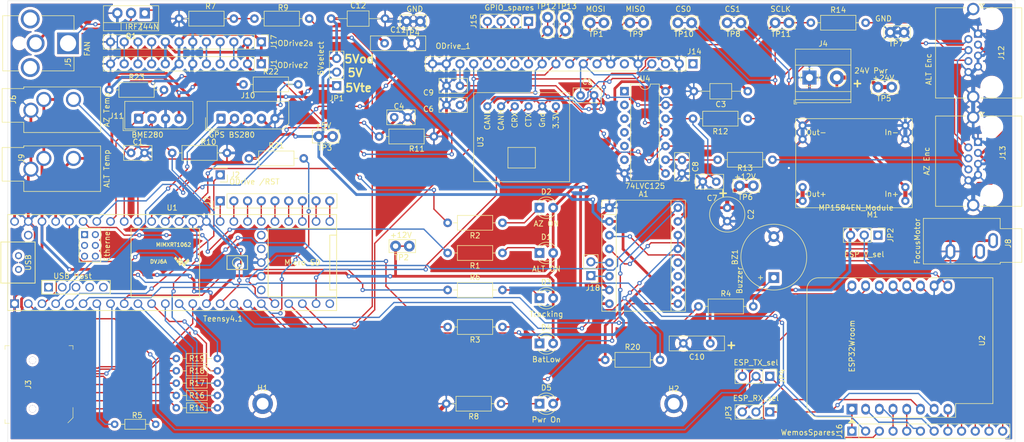
<source format=kicad_pcb>
(kicad_pcb (version 20171130) (host pcbnew "(5.1.12)-1")
  (layers (0 F.Cu signal) (31 B.Cu signal hide) (34 B.Paste user) (35 F.Paste user) (36 B.SilkS user) (37 F.SilkS user) (38 B.Mask user) (39 F.Mask user) (44 Edge.Cuts user))
  (net 0 "")
  (net 1 GND)
  (net 2 +5V)
  (net 3 +12V)
  (net 4 /24V)
  (net 5 +3V3)
  (net 6 "Net-(C4-Pad1)")
  (net 7 /CS0)
  (net 8 "Net-(C7-Pad1)")
  (net 9 "Net-(C8-Pad1)")
  (net 10 /CS1)
  (net 11 "Net-(D1-Pad1)")
  (net 12 "Net-(D2-Pad1)")
  (net 13 "Net-(D3-Pad1)")
  (net 14 "Net-(D4-Pad1)")
  (net 15 /TX4)
  (net 16 /RX4)
  (net 17 /PPS)
  (net 18 /SDA1)
  (net 19 /SCL1)
  (net 20 /Data0)
  (net 21 /Data1)
  (net 22 /RX3)
  (net 23 /TX3)
  (net 24 "Net-(R1-Pad2)")
  (net 25 "Net-(R2-Pad2)")
  (net 26 "Net-(R3-Pad2)")
  (net 27 "Net-(R5-Pad1)")
  (net 28 /GPIO6)
  (net 29 /GPIO5)
  (net 30 /GPIO4)
  (net 31 /GPIO3)
  (net 32 /SP33)
  (net 33 /SP34)
  (net 34 /SP35)
  (net 35 /SP36)
  (net 36 /SP37)
  (net 37 /SP38)
  (net 38 /SP39)
  (net 39 /SP40)
  (net 40 /SP41)
  (net 41 /SCLK)
  (net 42 /1A)
  (net 43 /2A)
  (net 44 /STEP)
  (net 45 /DIR)
  (net 46 /M0-Z)
  (net 47 /M0-B)
  (net 48 /M0-A)
  (net 49 /M1-Z)
  (net 50 /M1-B)
  (net 51 /M1-A)
  (net 52 "Net-(J16-Pad10)")
  (net 53 "Net-(J16-Pad9)")
  (net 54 "Net-(J16-Pad8)")
  (net 55 "Net-(J16-Pad5)")
  (net 56 "Net-(J16-Pad4)")
  (net 57 "Net-(J16-Pad1)")
  (net 58 "Net-(D5-Pad1)")
  (net 59 "Net-(J16-Pad12)")
  (net 60 "Net-(J16-Pad11)")
  (net 61 /D)
  (net 62 /G)
  (net 63 5Vte)
  (net 64 /oMISO)
  (net 65 /dMISO)
  (net 66 /dMOSI)
  (net 67 /dDC-R)
  (net 68 /oMOSI)
  (net 69 /oSCLK)
  (net 70 "Net-(BZ1-Pad1)")
  (net 71 TX1_t)
  (net 72 RX1_t)
  (net 73 /5Vesp)
  (net 74 RX_wPri)
  (net 75 RX_wSec)
  (net 76 TX_wPri)
  (net 77 TX_wSec)
  (net 78 /SLEEP)
  (net 79 /nEN)
  (net 80 /AZ_TEMP)
  (net 81 /ODnRESET)
  (net 82 /dnReset)
  (net 83 /dnCS)
  (net 84 CAN_L)
  (net 85 CAN_H)
  (net 86 /BUZZ_EN)
  (net 87 /TRACK_LED)
  (net 88 /FAN_EN)
  (net 89 CAN_RX3)
  (net 90 CAN_TX3)
  (net 91 /dnIRQ)
  (net 92 /tDC-R)
  (net 93 /tMOSI)
  (net 94 /tsnCS)
  (net 95 /tdnCS)
  (net 96 "Net-(A1-Pad6)")
  (net 97 "Net-(A1-Pad5)")
  (net 98 /5.0Vod)
  (net 99 /tnCS)
  (net 100 "Net-(J16-Pad7)")
  (net 101 "Net-(J16-Pad6)")
  (net 102 /dSCLK)
  (net 103 tSCLK)
  (module Connector_PinHeader_2.54mm:PinHeader_1x02_P2.54mm_Vertical (layer F.Cu) (at 162.433 108.331 180)
    (fp_text reference J18 (at -0.381 -2.286) (layer F.SilkS))
    (fp_text value StepB)
    (pad 2 thru_hole oval (at 0 2.54 180) (size 1.7 1.7) (drill 1) (layers *.Cu *.Mask) (net 97 "Net-(A1-Pad5)"))
    (pad 1 thru_hole rect (at 0 0 180) (size 1.7 1.7) (drill 1) (layers *.Cu *.Mask) (net 96 "Net-(A1-Pad6)"))
  )
  (module MountingHole:MountingHole_2.2mm_M2_ISO7380_Pad (layer F.Cu) (at 177.8 132.08)
    (fp_text reference H2 (at 0 -2.75) (layer F.SilkS))
    (fp_text value MountingHole_Pad)
    (pad 1 thru_hole circle (at 0 0) (size 3.5 3.5) (drill 2.2) (layers *.Cu *.Mask) (net 1 GND))
  )
  (module MountingHole:MountingHole_2.2mm_M2_DIN965_Pad (layer F.Cu) (at 101.6 132.08)
    (fp_text reference H1 (at 0 -2.9) (layer F.SilkS))
    (fp_text value MountingHole_Pad)
    (pad 1 thru_hole circle (at 0 0) (size 3.8 3.8) (drill 2.2) (layers *.Cu *.Mask) (net 1 GND))
  )
  (module Module:WEMOS_D1_mini_light (layer F.Cu) (at 210.82 133.096 90)
    (fp_text reference U2 (at 12.7 24.13 90) (layer F.SilkS))
    (fp_text value ESP32Wroom (at 11.7 0 90) (layer F.SilkS))
    (pad 2 thru_hole oval (at 0 2.54 90) (size 2 1.6) (drill 1) (layers *.Cu *.Mask) (net 101 "Net-(J16-Pad6)"))
    (pad 1 thru_hole rect (at 0 0 90) (size 2 2) (drill 1) (layers *.Cu *.Mask) (net 57 "Net-(J16-Pad1)"))
    (pad 3 thru_hole oval (at 0 5.08 90) (size 2 1.6) (drill 1) (layers *.Cu *.Mask) (net 100 "Net-(J16-Pad7)"))
    (pad 4 thru_hole oval (at 0 7.62 90) (size 2 1.6) (drill 1) (layers *.Cu *.Mask) (net 56 "Net-(J16-Pad4)"))
    (pad 5 thru_hole oval (at 0 10.16 90) (size 2 1.6) (drill 1) (layers *.Cu *.Mask) (net 55 "Net-(J16-Pad5)"))
    (pad 6 thru_hole oval (at 0 12.7 90) (size 2 1.6) (drill 1) (layers *.Cu *.Mask) (net 77 TX_wSec))
    (pad 7 thru_hole oval (at 0 15.24 90) (size 2 1.6) (drill 1) (layers *.Cu *.Mask) (net 75 RX_wSec))
    (pad 8 thru_hole oval (at 0 17.78 90) (size 2 1.6) (drill 1) (layers *.Cu *.Mask) (net 54 "Net-(J16-Pad8)"))
    (pad 9 thru_hole oval (at 22.86 17.78 90) (size 2 1.6) (drill 1) (layers *.Cu *.Mask) (net 73 /5Vesp))
    (pad 10 thru_hole oval (at 22.86 15.24 90) (size 2 1.6) (drill 1) (layers *.Cu *.Mask) (net 1 GND))
    (pad 11 thru_hole oval (at 22.86 12.7 90) (size 2 1.6) (drill 1) (layers *.Cu *.Mask) (net 59 "Net-(J16-Pad12)"))
    (pad 12 thru_hole oval (at 22.86 10.16 90) (size 2 1.6) (drill 1) (layers *.Cu *.Mask) (net 60 "Net-(J16-Pad11)"))
    (pad 13 thru_hole oval (at 22.86 7.62 90) (size 2 1.6) (drill 1) (layers *.Cu *.Mask) (net 52 "Net-(J16-Pad10)"))
    (pad 14 thru_hole oval (at 22.86 5.08 90) (size 2 1.6) (drill 1) (layers *.Cu *.Mask) (net 53 "Net-(J16-Pad9)"))
    (pad 15 thru_hole oval (at 22.86 2.54 90) (size 2 1.6) (drill 1) (layers *.Cu *.Mask) (net 74 RX_wPri))
    (pad 16 thru_hole oval (at 22.86 0 90) (size 2 1.6) (drill 1) (layers *.Cu *.Mask) (net 76 TX_wPri))
  )
  (module Module:Pololu_Breakout-16_15.2x20.3mm (layer F.Cu) (at 165.862 95.758)
    (fp_text reference A1 (at 6.35 -2.54) (layer F.SilkS))
    (fp_text value A4988_Breakout)
    (pad 16 thru_hole oval (at 12.7 0) (size 1.6 1.6) (drill 0.8) (layers *.Cu *.Mask) (net 45 /DIR))
    (pad 8 thru_hole oval (at 0 17.78) (size 1.6 1.6) (drill 0.8) (layers *.Cu *.Mask) (net 3 +12V))
    (pad 15 thru_hole oval (at 12.7 2.54) (size 1.6 1.6) (drill 0.8) (layers *.Cu *.Mask) (net 44 /STEP))
    (pad 7 thru_hole oval (at 0 15.24) (size 1.6 1.6) (drill 0.8) (layers *.Cu *.Mask) (net 1 GND))
    (pad 14 thru_hole oval (at 12.7 5.08) (size 1.6 1.6) (drill 0.8) (layers *.Cu *.Mask) (net 78 /SLEEP))
    (pad 6 thru_hole oval (at 0 12.7) (size 1.6 1.6) (drill 0.8) (layers *.Cu *.Mask) (net 96 "Net-(A1-Pad6)"))
    (pad 13 thru_hole oval (at 12.7 7.62) (size 1.6 1.6) (drill 0.8) (layers *.Cu *.Mask) (net 78 /SLEEP))
    (pad 5 thru_hole oval (at 0 10.16) (size 1.6 1.6) (drill 0.8) (layers *.Cu *.Mask) (net 97 "Net-(A1-Pad5)"))
    (pad 12 thru_hole oval (at 12.7 10.16) (size 1.6 1.6) (drill 0.8) (layers *.Cu *.Mask))
    (pad 4 thru_hole oval (at 0 7.62) (size 1.6 1.6) (drill 0.8) (layers *.Cu *.Mask) (net 42 /1A))
    (pad 11 thru_hole oval (at 12.7 12.7) (size 1.6 1.6) (drill 0.8) (layers *.Cu *.Mask))
    (pad 3 thru_hole oval (at 0 5.08) (size 1.6 1.6) (drill 0.8) (layers *.Cu *.Mask) (net 43 /2A))
    (pad 10 thru_hole oval (at 12.7 15.24) (size 1.6 1.6) (drill 0.8) (layers *.Cu *.Mask) (net 2 +5V))
    (pad 2 thru_hole oval (at 0 2.54) (size 1.6 1.6) (drill 0.8) (layers *.Cu *.Mask) (net 2 +5V))
    (pad 9 thru_hole oval (at 12.7 17.78) (size 1.6 1.6) (drill 0.8) (layers *.Cu *.Mask) (net 79 /nEN))
    (pad 1 thru_hole rect (at 0 0) (size 1.6 1.6) (drill 0.8) (layers *.Cu *.Mask) (net 1 GND))
  )
  (module modules:CAN230_board (layer F.Cu) (at 140.716 74.422 270)
    (fp_text reference U3 (at 9.144 -1.27 90) (layer F.SilkS))
    (fp_text value CAN230_board)
    (fp_text user CANL (at 5.08 -2.54 90) (layer F.SilkS))
    (fp_text user CANH (at 5.08 -5.08 90) (layer F.SilkS))
    (fp_text user CRX (at 5.08 -7.62 90) (layer F.SilkS))
    (fp_text user CTX (at 5.08 -10.16 90) (layer F.SilkS))
    (fp_text user Gnd (at 5.08 -12.7 90) (layer F.SilkS))
    (fp_text user 3.3V (at 5.08 -15.24 90) (layer F.SilkS))
    (pad 6 thru_hole circle (at 2.54 -2.54 270) (size 1.524 1.524) (drill 0.762) (layers *.Cu *.Mask) (net 84 CAN_L))
    (pad 5 thru_hole circle (at 2.54 -5.08 270) (size 1.524 1.524) (drill 0.762) (layers *.Cu *.Mask) (net 85 CAN_H))
    (pad 4 thru_hole circle (at 2.54 -7.62 270) (size 1.524 1.524) (drill 0.762) (layers *.Cu *.Mask) (net 89 CAN_RX3))
    (pad 3 thru_hole circle (at 2.54 -10.16 270) (size 1.524 1.524) (drill 0.762) (layers *.Cu *.Mask) (net 90 CAN_TX3))
    (pad 2 thru_hole circle (at 2.54 -12.7 270) (size 1.524 1.524) (drill 0.762) (layers *.Cu *.Mask) (net 1 GND))
    (pad 1 thru_hole circle (at 2.54 -15.24 270) (size 1.524 1.524) (drill 0.762) (layers *.Cu *.Mask) (net 5 +3V3))
  )
  (module Capacitor_THT:C_Disc_D5.0mm_W2.5mm_P2.50mm (layer F.Cu) (at 125.984 78.994)
    (fp_text reference C4 (at 0.889 -2.032) (layer F.SilkS))
    (fp_text value 680pf)
    (pad 2 thru_hole circle (at 2.5 0) (size 1.6 1.6) (drill 0.8) (layers *.Cu *.Mask) (net 1 GND))
    (pad 1 thru_hole circle (at 0 0) (size 1.6 1.6) (drill 0.8) (layers *.Cu *.Mask) (net 6 "Net-(C4-Pad1)"))
  )
  (module TestPoint:TestPoint_Bridge_Pitch2.54mm_Drill1.0mm (layer F.Cu) (at 157.734 60.452 270)
    (fp_text reference TP13 (at -2.032 -0.254 180) (layer F.SilkS))
    (fp_text value tRX3)
    (pad 1 thru_hole circle (at 2.54 0 270) (size 2 2) (drill 1) (layers *.Cu *.Mask) (net 23 /TX3))
    (pad 1 thru_hole circle (at 0 0 270) (size 2 2) (drill 1) (layers *.Cu *.Mask) (net 23 /TX3))
  )
  (module TestPoint:TestPoint_Bridge_Pitch2.54mm_Drill1.0mm (layer F.Cu) (at 154.432 60.452 270)
    (fp_text reference TP12 (at -2.032 0.254 180) (layer F.SilkS))
    (fp_text value tTX3)
    (pad 1 thru_hole circle (at 2.54 0 270) (size 2 2) (drill 1) (layers *.Cu *.Mask) (net 22 /RX3))
    (pad 1 thru_hole circle (at 0 0 270) (size 2 2) (drill 1) (layers *.Cu *.Mask) (net 22 /RX3))
  )
  (module Resistor_THT:R_Axial_DIN0207_L6.3mm_D2.5mm_P10.16mm_Horizontal (layer F.Cu) (at 73.152 73.914)
    (fp_text reference R23 (at 5.08 -2.37) (layer F.SilkS))
    (fp_text value 4.7k)
    (pad 2 thru_hole oval (at 10.16 0) (size 1.6 1.6) (drill 0.8) (layers *.Cu *.Mask) (net 19 /SCL1))
    (pad 1 thru_hole circle (at 0 0) (size 1.6 1.6) (drill 0.8) (layers *.Cu *.Mask) (net 5 +3V3))
  )
  (module Resistor_THT:R_Axial_DIN0207_L6.3mm_D2.5mm_P10.16mm_Horizontal (layer F.Cu) (at 98.044 72.898)
    (fp_text reference R22 (at 5.08 -2.37) (layer F.SilkS))
    (fp_text value 4.7k)
    (pad 2 thru_hole oval (at 10.16 0) (size 1.6 1.6) (drill 0.8) (layers *.Cu *.Mask) (net 18 /SDA1))
    (pad 1 thru_hole circle (at 0 0) (size 1.6 1.6) (drill 0.8) (layers *.Cu *.Mask) (net 5 +3V3))
  )
  (module Resistor_THT:R_Axial_DIN0207_L6.3mm_D2.5mm_P10.16mm_Horizontal (layer F.Cu) (at 99.06 86.614)
    (fp_text reference R21 (at 5.08 -2.37) (layer F.SilkS))
    (fp_text value 10K)
    (pad 2 thru_hole oval (at 10.16 0) (size 1.6 1.6) (drill 0.8) (layers *.Cu *.Mask) (net 79 /nEN))
    (pad 1 thru_hole circle (at 0 0) (size 1.6 1.6) (drill 0.8) (layers *.Cu *.Mask) (net 2 +5V))
  )
  (module Capacitor_THT:C_Axial_L3.8mm_D2.6mm_P10.00mm_Horizontal (layer F.Cu) (at 114.3 60.706)
    (fp_text reference C12 (at 5 -2.42) (layer F.SilkS))
    (fp_text value 0.1uf)
    (pad 2 thru_hole oval (at 10 0) (size 1.6 1.6) (drill 0.8) (layers *.Cu *.Mask) (net 1 GND))
    (pad 1 thru_hole circle (at 0 0) (size 1.6 1.6) (drill 0.8) (layers *.Cu *.Mask) (net 98 /5.0Vod))
  )
  (module Capacitor_THT:C_Disc_D10.0mm_W2.5mm_P5.00mm (layer F.Cu) (at 124.206 65.278)
    (fp_text reference C11 (at 2.5 -2.5) (layer F.SilkS))
    (fp_text value 2uf)
    (pad 2 thru_hole circle (at 5 0) (size 1.6 1.6) (drill 0.8) (layers *.Cu *.Mask) (net 1 GND))
    (pad 1 thru_hole circle (at 0 0) (size 1.6 1.6) (drill 0.8) (layers *.Cu *.Mask) (net 98 /5.0Vod))
  )
  (module TestPoint:TestPoint_Bridge_Pitch2.54mm_Drill1.0mm (layer F.Cu) (at 126.238 102.87)
    (fp_text reference TP2 (at 1.1 2.1) (layer F.SilkS))
    (fp_text value +12V (at 1 -2.032) (layer F.SilkS))
    (pad 1 thru_hole circle (at 2.54 0) (size 2 2) (drill 1) (layers *.Cu *.Mask) (net 5 +3V3))
    (pad 1 thru_hole circle (at 0 0) (size 2 2) (drill 1) (layers *.Cu *.Mask) (net 5 +3V3))
  )
  (module Connector_PinHeader_2.54mm:PinHeader_1x03_P2.54mm_Vertical (layer F.Cu) (at 195.58 127 270)
    (fp_text reference JP4 (at 0 -2.33 90) (layer F.SilkS))
    (fp_text value ESP_TX_sel (at -2.54 2.54 180) (layer F.SilkS))
    (pad 3 thru_hole oval (at 0 5.08 270) (size 1.7 1.7) (drill 1) (layers *.Cu *.Mask) (net 76 TX_wPri))
    (pad 2 thru_hole oval (at 0 2.54 270) (size 1.7 1.7) (drill 1) (layers *.Cu *.Mask) (net 72 RX1_t))
    (pad 1 thru_hole rect (at 0 0 270) (size 1.7 1.7) (drill 1) (layers *.Cu *.Mask) (net 77 TX_wSec))
  )
  (module Connector_PinHeader_2.54mm:PinHeader_1x03_P2.54mm_Vertical (layer F.Cu) (at 195.58 133.604 270)
    (fp_text reference JP3 (at 0.254 7.62 90) (layer F.SilkS))
    (fp_text value ESP_RX_sel (at -2.54 2.54 180) (layer F.SilkS))
    (pad 3 thru_hole oval (at 0 5.08 270) (size 1.7 1.7) (drill 1) (layers *.Cu *.Mask) (net 74 RX_wPri))
    (pad 2 thru_hole oval (at 0 2.54 270) (size 1.7 1.7) (drill 1) (layers *.Cu *.Mask) (net 71 TX1_t))
    (pad 1 thru_hole rect (at 0 0 270) (size 1.7 1.7) (drill 1) (layers *.Cu *.Mask) (net 75 RX_wSec))
  )
  (module Connector_Audio:Jack_3.5mm_CUI_SJ1-3533NG_Horizontal (layer F.Cu) (at 236.982 101.854 270)
    (fp_text reference J8 (at 0.508 -2.794 90) (layer F.SilkS))
    (fp_text value FocusMotor (at 0.1 14.05 90) (layer F.SilkS))
    (pad R thru_hole oval (at 2 7.9 270) (size 2.8 1.8) (drill oval 2 1) (layers *.Cu *.Mask) (net 1 GND))
    (pad T thru_hole oval (at 2 2.4 270) (size 2.8 1.8) (drill oval 2 1) (layers *.Cu *.Mask) (net 43 /2A))
    (pad S thru_hole oval (at 0 0 270) (size 2.8 1.8) (drill oval 2 1) (layers *.Cu *.Mask) (net 42 /1A))
  )
  (module Connector_Audio:Jack_3.5mm_CUI_SJ1-3533NG_Horizontal_CircularHoles (layer F.Cu) (at 58.648 88.614 90)
    (fp_text reference J9 (at 2 -1.752 90) (layer F.SilkS))
    (fp_text value "ALT Temp" (at 0.1 14.05 90) (layer F.SilkS))
    (pad R thru_hole circle (at 2 7.9 90) (size 2.8 2.8) (drill 2) (layers *.Cu *.Mask) (net 6 "Net-(C4-Pad1)"))
    (pad T thru_hole circle (at 2 2.4 90) (size 2.8 2.8) (drill 2) (layers *.Cu *.Mask) (net 5 +3V3))
    (pad S thru_hole circle (at 0 0 90) (size 2.8 2.8) (drill 2) (layers *.Cu *.Mask) (net 1 GND))
  )
  (module Connector_Audio:Jack_3.5mm_CUI_SJ1-3533NG_Horizontal_CircularHoles (layer F.Cu) (at 58.648 77.692 90)
    (fp_text reference J6 (at 2 -3.276 90) (layer F.SilkS))
    (fp_text value "AZ Temp" (at 0.1 14.05 90) (layer F.SilkS))
    (pad R thru_hole circle (at 2 7.9 90) (size 2.8 2.8) (drill 2) (layers *.Cu *.Mask) (net 80 /AZ_TEMP))
    (pad T thru_hole circle (at 2 2.4 90) (size 2.8 2.8) (drill 2) (layers *.Cu *.Mask) (net 5 +3V3))
    (pad S thru_hole circle (at 0 0 90) (size 2.8 2.8) (drill 2) (layers *.Cu *.Mask) (net 1 GND))
  )
  (module Connector_PinHeader_2.54mm:PinHeader_1x03_P2.54mm_Vertical (layer F.Cu) (at 215.646 100.838 270)
    (fp_text reference JP2 (at 0 -2.33 90) (layer F.SilkS))
    (fp_text value ESP_V_sel (at 3.556 2.54 180) (layer F.SilkS))
    (pad 3 thru_hole oval (at 0 5.08 270) (size 1.7 1.7) (drill 1) (layers *.Cu *.Mask) (net 2 +5V))
    (pad 2 thru_hole oval (at 0 2.54 270) (size 1.7 1.7) (drill 1) (layers *.Cu *.Mask) (net 73 /5Vesp))
    (pad 1 thru_hole rect (at 0 0 270) (size 1.7 1.7) (drill 1) (layers *.Cu *.Mask))
  )
  (module teensy:Teensy41 (layer F.Cu) (at 84.836 105.918)
    (fp_text reference U1 (at 0 -10.16) (layer F.SilkS))
    (fp_text value Teensy4.1 (at 9.398 10.414) (layer F.SilkS))
    (fp_text user "USB Host" (at -18.4658 2.4892) (layer F.SilkS))
    (fp_text user Ethernet (at -12.065 -3.2766 90) (layer F.SilkS))
    (fp_text user USB (at -26.67 0 270) (layer F.SilkS))
    (fp_text user "Micro SD" (at 24.13 0) (layer F.SilkS))
    (fp_text user MIMXRT1062 (at 0.254 -3.302 180) (layer F.SilkS) (effects (font (size 0.7 0.7))))
    (fp_text user DVJ6A (at -2.54 -0.18) (layer F.SilkS) (effects (font (size 0.7 0.7))))
    (pad 66 thru_hole circle (at -28.48 -1.27) (size 1.3 1.3) (drill 0.8) (layers *.Cu *.Mask))
    (pad 67 thru_hole circle (at -28.48 1.27) (size 1.3 1.3) (drill 0.8) (layers *.Cu *.Mask))
    (pad 54 thru_hole circle (at 16.51 -5.08) (size 1.6 1.6) (drill 1.1) (layers *.Cu *.Mask))
    (pad 53 thru_hole circle (at 16.51 -2.54) (size 1.6 1.6) (drill 1.1) (layers *.Cu *.Mask))
    (pad 52 thru_hole circle (at 16.51 0) (size 1.6 1.6) (drill 1.1) (layers *.Cu *.Mask) (net 1 GND))
    (pad 51 thru_hole circle (at 16.51 2.54) (size 1.6 1.6) (drill 1.1) (layers *.Cu *.Mask) (net 5 +3V3))
    (pad 50 thru_hole circle (at 16.51 5.08) (size 1.6 1.6) (drill 1.1) (layers *.Cu *.Mask))
    (pad 62 thru_hole circle (at -16.24 -1.1816) (size 1.3 1.3) (drill 0.8) (layers *.Cu *.Mask))
    (pad 63 thru_hole circle (at -14.24 -1.1816) (size 1.3 1.3) (drill 0.8) (layers *.Cu *.Mask))
    (pad 64 thru_hole circle (at -14.24 -3.1816) (size 1.3 1.3) (drill 0.8) (layers *.Cu *.Mask))
    (pad 61 thru_hole circle (at -16.24 -3.1816) (size 1.3 1.3) (drill 0.8) (layers *.Cu *.Mask))
    (pad 65 thru_hole circle (at -14.24 -5.1816) (size 1.3 1.3) (drill 0.8) (layers *.Cu *.Mask))
    (pad 60 thru_hole rect (at -16.24 -5.1816) (size 1.3 1.3) (drill 0.8) (layers *.Cu *.Mask))
    (pad 17 thru_hole circle (at 11.43 7.62) (size 1.6 1.6) (drill 1.1) (layers *.Cu *.Mask) (net 88 /FAN_EN))
    (pad 18 thru_hole circle (at 13.97 7.62) (size 1.6 1.6) (drill 1.1) (layers *.Cu *.Mask) (net 78 /SLEEP))
    (pad 19 thru_hole circle (at 16.51 7.62) (size 1.6 1.6) (drill 1.1) (layers *.Cu *.Mask) (net 79 /nEN))
    (pad 20 thru_hole circle (at 19.05 7.62) (size 1.6 1.6) (drill 1.1) (layers *.Cu *.Mask) (net 44 /STEP))
    (pad 16 thru_hole circle (at 8.89 7.62) (size 1.6 1.6) (drill 1.1) (layers *.Cu *.Mask) (net 80 /AZ_TEMP))
    (pad 15 thru_hole circle (at 6.35 7.62) (size 1.6 1.6) (drill 1.1) (layers *.Cu *.Mask) (net 5 +3V3))
    (pad 14 thru_hole circle (at 3.81 7.62) (size 1.6 1.6) (drill 1.1) (layers *.Cu *.Mask) (net 65 /dMISO))
    (pad 21 thru_hole circle (at 21.59 7.62) (size 1.6 1.6) (drill 1.1) (layers *.Cu *.Mask) (net 45 /DIR))
    (pad 22 thru_hole circle (at 24.13 7.62) (size 1.6 1.6) (drill 1.1) (layers *.Cu *.Mask) (net 89 CAN_RX3))
    (pad 23 thru_hole circle (at 26.67 7.62) (size 1.6 1.6) (drill 1.1) (layers *.Cu *.Mask) (net 90 CAN_TX3))
    (pad 24 thru_hole circle (at 29.21 7.62) (size 1.6 1.6) (drill 1.1) (layers *.Cu *.Mask))
    (pad 25 thru_hole circle (at 29.21 -7.62) (size 1.6 1.6) (drill 1.1) (layers *.Cu *.Mask) (net 32 /SP33))
    (pad 26 thru_hole circle (at 26.67 -7.62) (size 1.6 1.6) (drill 1.1) (layers *.Cu *.Mask) (net 33 /SP34))
    (pad 27 thru_hole circle (at 24.13 -7.62) (size 1.6 1.6) (drill 1.1) (layers *.Cu *.Mask) (net 34 /SP35))
    (pad 28 thru_hole circle (at 21.59 -7.62) (size 1.6 1.6) (drill 1.1) (layers *.Cu *.Mask) (net 35 /SP36))
    (pad 29 thru_hole circle (at 19.05 -7.62) (size 1.6 1.6) (drill 1.1) (layers *.Cu *.Mask) (net 36 /SP37))
    (pad 30 thru_hole circle (at 16.51 -7.62) (size 1.6 1.6) (drill 1.1) (layers *.Cu *.Mask) (net 37 /SP38))
    (pad 31 thru_hole circle (at 13.97 -7.62) (size 1.6 1.6) (drill 1.1) (layers *.Cu *.Mask) (net 38 /SP39))
    (pad 32 thru_hole circle (at 11.43 -7.62) (size 1.6 1.6) (drill 1.1) (layers *.Cu *.Mask) (net 39 /SP40))
    (pad 33 thru_hole circle (at 8.89 -7.62) (size 1.6 1.6) (drill 1.1) (layers *.Cu *.Mask) (net 40 /SP41))
    (pad 34 thru_hole circle (at 6.35 -7.62) (size 1.6 1.6) (drill 1.1) (layers *.Cu *.Mask) (net 1 GND))
    (pad 13 thru_hole circle (at 1.27 7.62) (size 1.6 1.6) (drill 1.1) (layers *.Cu *.Mask) (net 93 /tMOSI))
    (pad 12 thru_hole circle (at -1.27 7.62) (size 1.6 1.6) (drill 1.1) (layers *.Cu *.Mask) (net 95 /tdnCS))
    (pad 11 thru_hole circle (at -3.81 7.62) (size 1.6 1.6) (drill 1.1) (layers *.Cu *.Mask) (net 92 /tDC-R))
    (pad 10 thru_hole circle (at -6.35 7.62) (size 1.6 1.6) (drill 1.1) (layers *.Cu *.Mask) (net 99 /tnCS))
    (pad 9 thru_hole circle (at -8.89 7.62) (size 1.6 1.6) (drill 1.1) (layers *.Cu *.Mask) (net 87 /TRACK_LED))
    (pad 8 thru_hole circle (at -11.43 7.62) (size 1.6 1.6) (drill 1.1) (layers *.Cu *.Mask) (net 91 /dnIRQ))
    (pad 7 thru_hole circle (at -13.97 7.62) (size 1.6 1.6) (drill 1.1) (layers *.Cu *.Mask) (net 27 "Net-(R5-Pad1)"))
    (pad 6 thru_hole circle (at -16.51 7.62) (size 1.6 1.6) (drill 1.1) (layers *.Cu *.Mask) (net 86 /BUZZ_EN))
    (pad 5 thru_hole circle (at -19.05 7.62) (size 1.6 1.6) (drill 1.1) (layers *.Cu *.Mask) (net 81 /ODnRESET))
    (pad 4 thru_hole circle (at -21.59 7.62) (size 1.6 1.6) (drill 1.1) (layers *.Cu *.Mask) (net 17 /PPS))
    (pad 3 thru_hole circle (at -24.13 7.62) (size 1.6 1.6) (drill 1.1) (layers *.Cu *.Mask) (net 71 TX1_t))
    (pad 2 thru_hole circle (at -26.67 7.62) (size 1.6 1.6) (drill 1.1) (layers *.Cu *.Mask) (net 72 RX1_t))
    (pad 1 thru_hole rect (at -29.21 7.62) (size 1.6 1.6) (drill 1.1) (layers *.Cu *.Mask) (net 1 GND))
    (pad 35 thru_hole circle (at 3.81 -7.62) (size 1.6 1.6) (drill 1.1) (layers *.Cu *.Mask) (net 103 tSCLK))
    (pad 36 thru_hole circle (at 1.27 -7.62) (size 1.6 1.6) (drill 1.1) (layers *.Cu *.Mask) (net 22 /RX3))
    (pad 37 thru_hole circle (at -1.27 -7.62) (size 1.6 1.6) (drill 1.1) (layers *.Cu *.Mask) (net 23 /TX3))
    (pad 38 thru_hole circle (at -3.81 -7.62) (size 1.6 1.6) (drill 1.1) (layers *.Cu *.Mask) (net 15 /TX4))
    (pad 39 thru_hole circle (at -6.35 -7.62) (size 1.6 1.6) (drill 1.1) (layers *.Cu *.Mask) (net 16 /RX4))
    (pad 40 thru_hole circle (at -8.89 -7.62) (size 1.6 1.6) (drill 1.1) (layers *.Cu *.Mask) (net 18 /SDA1))
    (pad 41 thru_hole circle (at -11.43 -7.62) (size 1.6 1.6) (drill 1.1) (layers *.Cu *.Mask) (net 19 /SCL1))
    (pad 42 thru_hole circle (at -13.97 -7.62) (size 1.6 1.6) (drill 1.1) (layers *.Cu *.Mask) (net 25 "Net-(R2-Pad2)"))
    (pad 43 thru_hole circle (at -16.51 -7.62) (size 1.6 1.6) (drill 1.1) (layers *.Cu *.Mask) (net 24 "Net-(R1-Pad2)"))
    (pad 44 thru_hole circle (at -19.05 -7.62) (size 1.6 1.6) (drill 1.1) (layers *.Cu *.Mask) (net 26 "Net-(R3-Pad2)"))
    (pad 45 thru_hole circle (at -21.59 -7.62) (size 1.6 1.6) (drill 1.1) (layers *.Cu *.Mask) (net 6 "Net-(C4-Pad1)"))
    (pad 46 thru_hole circle (at -24.13 -7.62) (size 1.6 1.6) (drill 1.1) (layers *.Cu *.Mask) (net 5 +3V3))
    (pad 47 thru_hole circle (at -26.67 -7.62) (size 1.6 1.6) (drill 1.1) (layers *.Cu *.Mask) (net 1 GND))
    (pad 48 thru_hole circle (at -29.21 -7.62) (size 1.6 1.6) (drill 1.1) (layers *.Cu *.Mask) (net 63 5Vte))
    (pad 55 thru_hole rect (at -22.9108 4.5692) (size 1.6 1.6) (drill 1.1) (layers *.Cu *.Mask))
    (pad 56 thru_hole circle (at -20.3708 4.5692) (size 1.6 1.6) (drill 1.1) (layers *.Cu *.Mask))
    (pad 57 thru_hole circle (at -17.8308 4.5692) (size 1.6 1.6) (drill 1.1) (layers *.Cu *.Mask))
    (pad 58 thru_hole circle (at -15.2908 4.5692) (size 1.6 1.6) (drill 1.1) (layers *.Cu *.Mask))
    (pad 59 thru_hole circle (at -12.7508 4.5692) (size 1.6 1.6) (drill 1.1) (layers *.Cu *.Mask))
    (pad 49 thru_hole circle (at -26.67 -5.08) (size 1.6 1.6) (drill 1.1) (layers *.Cu *.Mask))
  )
  (module Buzzer_Beeper:Buzzer_12x9.5RM7.6 (layer F.Cu) (at 196.342 108.712 90)
    (fp_text reference BZ1 (at 3.8 -7.2 90) (layer F.SilkS))
    (fp_text value Buzzer (at -0.508 -6.35 90) (layer F.SilkS))
    (fp_text user + (at -0.01 -2.54 90) (layer F.SilkS))
    (pad 2 thru_hole circle (at 7.6 0 90) (size 2 2) (drill 1) (layers *.Cu *.Mask) (net 1 GND))
    (pad 1 thru_hole rect (at 0 0 90) (size 2 2) (drill 1) (layers *.Cu *.Mask) (net 70 "Net-(BZ1-Pad1)"))
  )
  (module DD_Scope_PCB:MP1584EN_Module (layer F.Cu) (at 220.726 98.298 180)
    (fp_text reference M1 (at 6.096 1.27 180) (layer F.SilkS))
    (fp_text value MP1584EN_Module (at 9.144 2.54 180) (layer F.SilkS))
    (fp_text user In- (at 2.54 16.51 180) (layer F.SilkS))
    (fp_text user In+ (at 2.54 5.08 180) (layer F.SilkS))
    (fp_text user Out- (at 16.51 16.51 180) (layer F.SilkS))
    (fp_text user Out+ (at 16.51 5.08 180) (layer F.SilkS))
    (pad 8 thru_hole circle (at 19.05 3.81 180) (size 1.524 1.524) (drill 0.762) (layers *.Cu *.Mask) (net 3 +12V))
    (pad 7 thru_hole circle (at 19.05 6.35 180) (size 1.524 1.524) (drill 0.762) (layers *.Cu *.Mask) (net 3 +12V))
    (pad 6 thru_hole circle (at 19.05 15.24 180) (size 1.524 1.524) (drill 0.762) (layers *.Cu *.Mask) (net 1 GND))
    (pad 5 thru_hole circle (at 19.05 17.78 180) (size 1.524 1.524) (drill 0.762) (layers *.Cu *.Mask) (net 1 GND))
    (pad 4 thru_hole circle (at 0 17.78 180) (size 1.524 1.524) (drill 0.762) (layers *.Cu *.Mask) (net 1 GND))
    (pad 3 thru_hole circle (at 0 15.24 180) (size 1.524 1.524) (drill 0.762) (layers *.Cu *.Mask) (net 1 GND))
    (pad 2 thru_hole circle (at 0 6.35 180) (size 1.524 1.524) (drill 0.762) (layers *.Cu *.Mask) (net 4 /24V))
    (pad 1 thru_hole circle (at 0 3.81 180) (size 1.524 1.524) (drill 0.762) (layers *.Cu *.Mask) (net 4 /24V))
  )
  (module Resistor_THT:R_Axial_DIN0207_L6.3mm_D2.5mm_P10.16mm_Horizontal (layer F.Cu) (at 165.1 123.952)
    (fp_text reference R20 (at 5.08 -2.37) (layer F.SilkS))
    (fp_text value 10K)
    (pad 2 thru_hole oval (at 10.16 0) (size 1.6 1.6) (drill 0.8) (layers *.Cu *.Mask) (net 78 /SLEEP))
    (pad 1 thru_hole circle (at 0 0) (size 1.6 1.6) (drill 0.8) (layers *.Cu *.Mask) (net 2 +5V))
  )
  (module digikey-footprints:HDMI_A_Female_2000-1-2-41-00-BK (layer F.Cu) (at 60.452 128.524 90)
    (fp_text reference J3 (at 0 -2.286 90) (layer F.SilkS))
    (fp_text value Touchscreen)
    (pad "" thru_hole circle (at 4.5 -1.5 90) (size 1.3 1.3) (drill 1.3) (layers *.Cu))
    (pad "" thru_hole circle (at -4.5 -1.5 90) (size 1.3 1.3) (drill 1.3) (layers *.Cu))
    (pad SH smd rect (at -8.05 -2.26 90) (size 1.3 1.4) (layers F.Cu F.Paste F.Mask) (net 1 GND))
    (pad SH smd rect (at 8.05 -2.26 90) (size 1.3 1.4) (layers F.Cu F.Paste F.Mask) (net 1 GND))
    (pad SH smd rect (at 8.05 3.7 90) (size 1.3 2.2) (layers F.Cu F.Paste F.Mask) (net 1 GND))
    (pad SH smd rect (at -8.05 3.7 90) (size 1.3 2.2) (layers F.Cu F.Paste F.Mask) (net 1 GND))
    (pad 19 smd rect (at 4.5 4.46 90) (size 0.28 2.6) (layers F.Cu F.Paste F.Mask) (net 1 GND))
    (pad 18 smd rect (at 4 4.46 90) (size 0.28 2.6) (layers F.Cu F.Paste F.Mask) (net 5 +3V3))
    (pad 17 smd rect (at 3.5 4.46 90) (size 0.28 2.6) (layers F.Cu F.Paste F.Mask) (net 1 GND))
    (pad 16 smd rect (at 3 4.46 90) (size 0.28 2.6) (layers F.Cu F.Paste F.Mask) (net 65 /dMISO))
    (pad 15 smd rect (at 2.5 4.46 90) (size 0.28 2.6) (layers F.Cu F.Paste F.Mask) (net 66 /dMOSI))
    (pad 14 smd rect (at 2 4.46 90) (size 0.28 2.6) (layers F.Cu F.Paste F.Mask) (net 91 /dnIRQ))
    (pad 13 smd rect (at 1.5 4.46 90) (size 0.28 2.6) (layers F.Cu F.Paste F.Mask) (net 67 /dDC-R))
    (pad 12 smd rect (at 1 4.46 90) (size 0.28 2.6) (layers F.Cu F.Paste F.Mask))
    (pad 11 smd rect (at 0.5 4.46 90) (size 0.28 2.6) (layers F.Cu F.Paste F.Mask) (net 1 GND))
    (pad 1 smd rect (at -4.5 4.46 90) (size 0.28 2.6) (layers F.Cu F.Paste F.Mask) (net 82 /dnReset))
    (pad 2 smd rect (at -4 4.46 90) (size 0.28 2.6) (layers F.Cu F.Paste F.Mask) (net 1 GND))
    (pad 3 smd rect (at -3.5 4.46 90) (size 0.28 2.6) (layers F.Cu F.Paste F.Mask))
    (pad 4 smd rect (at -3 4.46 90) (size 0.28 2.6) (layers F.Cu F.Paste F.Mask) (net 94 /tsnCS))
    (pad 5 smd rect (at -2.5 4.46 90) (size 0.28 2.6) (layers F.Cu F.Paste F.Mask) (net 1 GND))
    (pad 6 smd rect (at -2 4.46 90) (size 0.28 2.6) (layers F.Cu F.Paste F.Mask))
    (pad 7 smd rect (at -1.5 4.46 90) (size 0.28 2.6) (layers F.Cu F.Paste F.Mask) (net 83 /dnCS))
    (pad 8 smd rect (at -1 4.46 90) (size 0.28 2.6) (layers F.Cu F.Paste F.Mask) (net 1 GND))
    (pad 9 smd rect (at -0.5 4.46 90) (size 0.28 2.6) (layers F.Cu F.Paste F.Mask))
    (pad 10 smd rect (at 0 4.46 90) (size 0.28 2.6) (layers F.Cu F.Paste F.Mask) (net 102 /dSCLK))
  )
  (module Resistor_THT:R_Axial_DIN0204_L3.6mm_D1.6mm_P7.62mm_Horizontal (layer F.Cu) (at 93.218 123.698 180)
    (fp_text reference R19 (at 3.81 0) (layer F.SilkS))
    (fp_text value 47)
    (pad 2 thru_hole oval (at 7.62 0 180) (size 1.4 1.4) (drill 0.7) (layers *.Cu *.Mask) (net 66 /dMOSI))
    (pad 1 thru_hole circle (at 0 0 180) (size 1.4 1.4) (drill 0.7) (layers *.Cu *.Mask) (net 93 /tMOSI))
  )
  (module Resistor_THT:R_Axial_DIN0204_L3.6mm_D1.6mm_P7.62mm_Horizontal (layer F.Cu) (at 93.218 125.984 180)
    (fp_text reference R18 (at 3.81 0) (layer F.SilkS))
    (fp_text value 47)
    (pad 2 thru_hole oval (at 7.62 0 180) (size 1.4 1.4) (drill 0.7) (layers *.Cu *.Mask) (net 67 /dDC-R))
    (pad 1 thru_hole circle (at 0 0 180) (size 1.4 1.4) (drill 0.7) (layers *.Cu *.Mask) (net 92 /tDC-R))
  )
  (module Resistor_THT:R_Axial_DIN0204_L3.6mm_D1.6mm_P7.62mm_Horizontal (layer F.Cu) (at 93.218 128.27 180)
    (fp_text reference R17 (at 3.81 0) (layer F.SilkS))
    (fp_text value 47)
    (pad 2 thru_hole oval (at 7.62 0 180) (size 1.4 1.4) (drill 0.7) (layers *.Cu *.Mask) (net 102 /dSCLK))
    (pad 1 thru_hole circle (at 0 0 180) (size 1.4 1.4) (drill 0.7) (layers *.Cu *.Mask) (net 103 tSCLK))
  )
  (module Resistor_THT:R_Axial_DIN0204_L3.6mm_D1.6mm_P7.62mm_Horizontal (layer F.Cu) (at 93.218 130.556 180)
    (fp_text reference R16 (at 3.81 0) (layer F.SilkS))
    (fp_text value 47)
    (pad 2 thru_hole oval (at 7.62 0 180) (size 1.4 1.4) (drill 0.7) (layers *.Cu *.Mask) (net 83 /dnCS))
    (pad 1 thru_hole circle (at 0 0 180) (size 1.4 1.4) (drill 0.7) (layers *.Cu *.Mask) (net 95 /tdnCS))
  )
  (module Resistor_THT:R_Axial_DIN0204_L3.6mm_D1.6mm_P7.62mm_Horizontal (layer F.Cu) (at 93.218 132.842 180)
    (fp_text reference R15 (at 3.81 0) (layer F.SilkS))
    (fp_text value 47)
    (pad 2 thru_hole oval (at 7.62 0 180) (size 1.4 1.4) (drill 0.7) (layers *.Cu *.Mask) (net 94 /tsnCS))
    (pad 1 thru_hole circle (at 0 0 180) (size 1.4 1.4) (drill 0.7) (layers *.Cu *.Mask) (net 99 /tnCS))
  )
  (module Connector_PinHeader_2.54mm:PinHeader_1x03_P2.54mm_Vertical (layer F.Cu) (at 115.316 73.152 180)
    (fp_text reference JP1 (at 0 -2.33) (layer F.SilkS))
    (fp_text value 5Vselect (at 2.921 5.08 90) (layer F.SilkS))
    (pad 3 thru_hole oval (at 0 5.08 180) (size 1.7 1.7) (drill 1) (layers *.Cu *.Mask) (net 98 /5.0Vod))
    (pad 2 thru_hole oval (at 0 2.54 180) (size 1.7 1.7) (drill 1) (layers *.Cu *.Mask) (net 2 +5V))
    (pad 1 thru_hole rect (at 0 0 180) (size 1.7 1.7) (drill 1) (layers *.Cu *.Mask) (net 63 5Vte))
  )
  (module TestPoint:TestPoint_Bridge_Pitch2.54mm_Drill1.0mm (layer F.Cu) (at 196.596 61.468)
    (fp_text reference TP11 (at 1.1 2.1) (layer F.SilkS))
    (fp_text value SCLK (at 1 -2.54) (layer F.SilkS))
    (pad 1 thru_hole circle (at 2.54 0) (size 2 2) (drill 1) (layers *.Cu *.Mask) (net 69 /oSCLK))
    (pad 1 thru_hole circle (at 0 0) (size 2 2) (drill 1) (layers *.Cu *.Mask) (net 69 /oSCLK))
  )
  (module TestPoint:TestPoint_Bridge_Pitch2.54mm_Drill1.0mm (layer F.Cu) (at 178.562 61.468)
    (fp_text reference TP10 (at 1.1 2.1) (layer F.SilkS))
    (fp_text value CS0 (at 1 -2.54) (layer F.SilkS))
    (pad 1 thru_hole circle (at 2.54 0) (size 2 2) (drill 1) (layers *.Cu *.Mask) (net 7 /CS0))
    (pad 1 thru_hole circle (at 0 0) (size 2 2) (drill 1) (layers *.Cu *.Mask) (net 7 /CS0))
  )
  (module TestPoint:TestPoint_Bridge_Pitch2.54mm_Drill1.0mm (layer F.Cu) (at 169.672 61.468)
    (fp_text reference TP9 (at 1.1 2.1) (layer F.SilkS))
    (fp_text value MISO (at 1.016 -2.54) (layer F.SilkS))
    (pad 1 thru_hole circle (at 2.54 0) (size 2 2) (drill 1) (layers *.Cu *.Mask) (net 64 /oMISO))
    (pad 1 thru_hole circle (at 0 0) (size 2 2) (drill 1) (layers *.Cu *.Mask) (net 64 /oMISO))
  )
  (module TestPoint:TestPoint_Bridge_Pitch2.54mm_Drill1.0mm (layer F.Cu) (at 187.706 61.468)
    (fp_text reference TP8 (at 1.1 2.1) (layer F.SilkS))
    (fp_text value CS1 (at 1 -2.54) (layer F.SilkS))
    (pad 1 thru_hole circle (at 2.54 0) (size 2 2) (drill 1) (layers *.Cu *.Mask) (net 10 /CS1))
    (pad 1 thru_hole circle (at 0 0) (size 2 2) (drill 1) (layers *.Cu *.Mask) (net 10 /CS1))
  )
  (module Capacitor_THT:C_Disc_D5.0mm_W2.5mm_P2.50mm (layer F.Cu) (at 185.674 90.932 180)
    (fp_text reference C7 (at 0.762 -3.048) (layer F.SilkS))
    (fp_text value 100pf)
    (pad 2 thru_hole circle (at 2.5 0 180) (size 1.6 1.6) (drill 0.8) (layers *.Cu *.Mask) (net 1 GND))
    (pad 1 thru_hole circle (at 0 0 180) (size 1.6 1.6) (drill 0.8) (layers *.Cu *.Mask) (net 8 "Net-(C7-Pad1)"))
  )
  (module Resistor_THT:R_Axial_DIN0207_L6.3mm_D2.5mm_P10.16mm_Horizontal (layer F.Cu) (at 196.088 86.868 180)
    (fp_text reference R13 (at 5.08 -1.524) (layer F.SilkS))
    (fp_text value 50)
    (pad 2 thru_hole oval (at 10.16 0 180) (size 1.6 1.6) (drill 0.8) (layers *.Cu *.Mask) (net 9 "Net-(C8-Pad1)"))
    (pad 1 thru_hole circle (at 0 0 180) (size 1.6 1.6) (drill 0.8) (layers *.Cu *.Mask) (net 21 /Data1))
  )
  (module Package_DIP:DIP-14_W7.62mm (layer F.Cu) (at 168.656 74.168)
    (fp_text reference U4 (at 3.81 -2.33) (layer F.SilkS))
    (fp_text value 74LVC125 (at 3.81 17.57) (layer F.SilkS))
    (pad 14 thru_hole oval (at 7.62 0) (size 1.6 1.6) (drill 0.8) (layers *.Cu *.Mask) (net 5 +3V3))
    (pad 7 thru_hole oval (at 0 15.24) (size 1.6 1.6) (drill 0.8) (layers *.Cu *.Mask) (net 1 GND))
    (pad 13 thru_hole oval (at 7.62 2.54) (size 1.6 1.6) (drill 0.8) (layers *.Cu *.Mask) (net 7 /CS0))
    (pad 6 thru_hole oval (at 0 12.7) (size 1.6 1.6) (drill 0.8) (layers *.Cu *.Mask))
    (pad 12 thru_hole oval (at 7.62 5.08) (size 1.6 1.6) (drill 0.8) (layers *.Cu *.Mask) (net 8 "Net-(C7-Pad1)"))
    (pad 5 thru_hole oval (at 0 10.16) (size 1.6 1.6) (drill 0.8) (layers *.Cu *.Mask))
    (pad 11 thru_hole oval (at 7.62 7.62) (size 1.6 1.6) (drill 0.8) (layers *.Cu *.Mask) (net 64 /oMISO))
    (pad 4 thru_hole oval (at 0 7.62) (size 1.6 1.6) (drill 0.8) (layers *.Cu *.Mask))
    (pad 10 thru_hole oval (at 7.62 10.16) (size 1.6 1.6) (drill 0.8) (layers *.Cu *.Mask) (net 10 /CS1))
    (pad 3 thru_hole oval (at 0 5.08) (size 1.6 1.6) (drill 0.8) (layers *.Cu *.Mask))
    (pad 9 thru_hole oval (at 7.62 12.7) (size 1.6 1.6) (drill 0.8) (layers *.Cu *.Mask) (net 9 "Net-(C8-Pad1)"))
    (pad 2 thru_hole oval (at 0 2.54) (size 1.6 1.6) (drill 0.8) (layers *.Cu *.Mask))
    (pad 8 thru_hole oval (at 7.62 15.24) (size 1.6 1.6) (drill 0.8) (layers *.Cu *.Mask) (net 64 /oMISO))
    (pad 1 thru_hole rect (at 0 0) (size 1.6 1.6) (drill 0.8) (layers *.Cu *.Mask))
  )
  (module Connector_RJ:RJ45_Amphenol_RJHSE5380 (layer F.Cu) (at 234.188 63.5 270)
    (fp_text reference J12 (at 3.56 -4.318 90) (layer F.SilkS))
    (fp_text value "ALT Enc" (at 6.604 9.144 90) (layer F.SilkS))
    (pad SH thru_hole circle (at -4.57 0.89 270) (size 2.3 2.3) (drill 1.57) (layers *.Cu *.Mask) (net 1 GND))
    (pad SH thru_hole circle (at 11.69 0.89 270) (size 2.3 2.3) (drill 1.57) (layers *.Cu *.Mask) (net 1 GND))
    (pad "" np_thru_hole circle (at 9.91 -2.54 270) (size 3.25 3.25) (drill 3.25) (layers *.Cu *.Mask))
    (pad "" np_thru_hole circle (at -2.79 -2.54 270) (size 3.25 3.25) (drill 3.25) (layers *.Cu *.Mask))
    (pad 8 thru_hole circle (at 7.112 1.78 270) (size 1.5 1.5) (drill 0.89) (layers *.Cu *.Mask) (net 1 GND))
    (pad 6 thru_hole circle (at 5.08 1.78 270) (size 1.5 1.5) (drill 0.89) (layers *.Cu *.Mask) (net 20 /Data0))
    (pad 4 thru_hole circle (at 3.048 1.78 270) (size 1.5 1.5) (drill 0.89) (layers *.Cu *.Mask) (net 41 /SCLK))
    (pad 2 thru_hole circle (at 1.016 1.78 270) (size 1.5 1.5) (drill 0.89) (layers *.Cu *.Mask) (net 7 /CS0))
    (pad 7 thru_hole circle (at 6.096 0 270) (size 1.5 1.5) (drill 0.89) (layers *.Cu *.Mask) (net 1 GND))
    (pad 5 thru_hole circle (at 4.064 0 270) (size 1.5 1.5) (drill 0.89) (layers *.Cu *.Mask) (net 1 GND))
    (pad 3 thru_hole circle (at 2.032 0 270) (size 1.5 1.5) (drill 0.89) (layers *.Cu *.Mask) (net 2 +5V))
    (pad 1 thru_hole rect (at 0 0 270) (size 1.5 1.5) (drill 0.89) (layers *.Cu *.Mask) (net 1 GND))
  )
  (module Connector_PinHeader_2.54mm:PinHeader_1x20_P2.54mm_Vertical (layer F.Cu) (at 181.356 69.088 270)
    (fp_text reference J14 (at -2.286 -0.254 180) (layer F.SilkS))
    (fp_text value ODrive_1 (at -3.302 44.45 180) (layer F.SilkS))
    (pad 20 thru_hole oval (at 0 48.26 270) (size 1.7 1.7) (drill 1) (layers *.Cu *.Mask) (net 1 GND))
    (pad 19 thru_hole oval (at 0 45.72 270) (size 1.7 1.7) (drill 1) (layers *.Cu *.Mask) (net 1 GND))
    (pad 18 thru_hole oval (at 0 43.18 270) (size 1.7 1.7) (drill 1) (layers *.Cu *.Mask) (net 10 /CS1))
    (pad 17 thru_hole oval (at 0 40.64 270) (size 1.7 1.7) (drill 1) (layers *.Cu *.Mask) (net 7 /CS0))
    (pad 16 thru_hole oval (at 0 38.1 270) (size 1.7 1.7) (drill 1) (layers *.Cu *.Mask) (net 28 /GPIO6))
    (pad 15 thru_hole oval (at 0 35.56 270) (size 1.7 1.7) (drill 1) (layers *.Cu *.Mask) (net 29 /GPIO5))
    (pad 14 thru_hole oval (at 0 33.02 270) (size 1.7 1.7) (drill 1) (layers *.Cu *.Mask) (net 30 /GPIO4))
    (pad 13 thru_hole oval (at 0 30.48 270) (size 1.7 1.7) (drill 1) (layers *.Cu *.Mask) (net 31 /GPIO3))
    (pad 12 thru_hole oval (at 0 27.94 270) (size 1.7 1.7) (drill 1) (layers *.Cu *.Mask) (net 22 /RX3))
    (pad 11 thru_hole oval (at 0 25.4 270) (size 1.7 1.7) (drill 1) (layers *.Cu *.Mask) (net 23 /TX3))
    (pad 10 thru_hole oval (at 0 22.86 270) (size 1.7 1.7) (drill 1) (layers *.Cu *.Mask) (net 68 /oMOSI))
    (pad 9 thru_hole oval (at 0 20.32 270) (size 1.7 1.7) (drill 1) (layers *.Cu *.Mask) (net 64 /oMISO))
    (pad 8 thru_hole oval (at 0 17.78 270) (size 1.7 1.7) (drill 1) (layers *.Cu *.Mask) (net 69 /oSCLK))
    (pad 7 thru_hole oval (at 0 15.24 270) (size 1.7 1.7) (drill 1) (layers *.Cu *.Mask) (net 1 GND))
    (pad 6 thru_hole oval (at 0 12.7 270) (size 1.7 1.7) (drill 1) (layers *.Cu *.Mask))
    (pad 5 thru_hole oval (at 0 10.16 270) (size 1.7 1.7) (drill 1) (layers *.Cu *.Mask) (net 1 GND))
    (pad 4 thru_hole oval (at 0 7.62 270) (size 1.7 1.7) (drill 1) (layers *.Cu *.Mask) (net 84 CAN_L))
    (pad 3 thru_hole oval (at 0 5.08 270) (size 1.7 1.7) (drill 1) (layers *.Cu *.Mask) (net 85 CAN_H))
    (pad 2 thru_hole oval (at 0 2.54 270) (size 1.7 1.7) (drill 1) (layers *.Cu *.Mask) (net 1 GND))
    (pad 1 thru_hole rect (at 0 0 270) (size 1.7 1.7) (drill 1) (layers *.Cu *.Mask))
  )
  (module Connector_RJ:RJ45_Amphenol_RJHSE5380 (layer F.Cu) (at 234.188 83.566 270)
    (fp_text reference J13 (at 2.032 -4.572 90) (layer F.SilkS))
    (fp_text value "AZ Enc" (at 3.56 9.5 90) (layer F.SilkS))
    (pad SH thru_hole circle (at -4.57 0.89 270) (size 2.3 2.3) (drill 1.57) (layers *.Cu *.Mask) (net 1 GND))
    (pad SH thru_hole circle (at 11.69 0.89 270) (size 2.3 2.3) (drill 1.57) (layers *.Cu *.Mask) (net 1 GND))
    (pad "" np_thru_hole circle (at 9.91 -2.54 270) (size 3.25 3.25) (drill 3.25) (layers *.Cu *.Mask))
    (pad "" np_thru_hole circle (at -2.79 -2.54 270) (size 3.25 3.25) (drill 3.25) (layers *.Cu *.Mask))
    (pad 8 thru_hole circle (at 7.112 1.78 270) (size 1.5 1.5) (drill 0.89) (layers *.Cu *.Mask) (net 1 GND))
    (pad 6 thru_hole circle (at 5.08 1.78 270) (size 1.5 1.5) (drill 0.89) (layers *.Cu *.Mask) (net 21 /Data1))
    (pad 4 thru_hole circle (at 3.048 1.78 270) (size 1.5 1.5) (drill 0.89) (layers *.Cu *.Mask) (net 41 /SCLK))
    (pad 2 thru_hole circle (at 1.016 1.78 270) (size 1.5 1.5) (drill 0.89) (layers *.Cu *.Mask) (net 10 /CS1))
    (pad 7 thru_hole circle (at 6.096 0 270) (size 1.5 1.5) (drill 0.89) (layers *.Cu *.Mask) (net 1 GND))
    (pad 5 thru_hole circle (at 4.064 0 270) (size 1.5 1.5) (drill 0.89) (layers *.Cu *.Mask) (net 1 GND))
    (pad 3 thru_hole circle (at 2.032 0 270) (size 1.5 1.5) (drill 0.89) (layers *.Cu *.Mask) (net 2 +5V))
    (pad 1 thru_hole rect (at 0 0 270) (size 1.5 1.5) (drill 0.89) (layers *.Cu *.Mask) (net 1 GND))
  )
  (module Connector_PinHeader_2.54mm:PinHeader_1x12_P2.54mm_Vertical (layer F.Cu) (at 210.82 137.16 90)
    (fp_text reference J16 (at 0 -2.33 90) (layer F.SilkS))
    (fp_text value WemosSpares (at -0.254 -8.128 180) (layer F.SilkS))
    (pad 12 thru_hole oval (at 0 27.94 90) (size 1.7 1.7) (drill 1) (layers *.Cu *.Mask) (net 59 "Net-(J16-Pad12)"))
    (pad 11 thru_hole oval (at 0 25.4 90) (size 1.7 1.7) (drill 1) (layers *.Cu *.Mask) (net 60 "Net-(J16-Pad11)"))
    (pad 10 thru_hole oval (at 0 22.86 90) (size 1.7 1.7) (drill 1) (layers *.Cu *.Mask) (net 52 "Net-(J16-Pad10)"))
    (pad 9 thru_hole oval (at 0 20.32 90) (size 1.7 1.7) (drill 1) (layers *.Cu *.Mask) (net 53 "Net-(J16-Pad9)"))
    (pad 8 thru_hole oval (at 0 17.78 90) (size 1.7 1.7) (drill 1) (layers *.Cu *.Mask) (net 54 "Net-(J16-Pad8)"))
    (pad 7 thru_hole oval (at 0 15.24 90) (size 1.7 1.7) (drill 1) (layers *.Cu *.Mask) (net 100 "Net-(J16-Pad7)"))
    (pad 6 thru_hole oval (at 0 12.7 90) (size 1.7 1.7) (drill 1) (layers *.Cu *.Mask) (net 101 "Net-(J16-Pad6)"))
    (pad 5 thru_hole oval (at 0 10.16 90) (size 1.7 1.7) (drill 1) (layers *.Cu *.Mask) (net 55 "Net-(J16-Pad5)"))
    (pad 4 thru_hole oval (at 0 7.62 90) (size 1.7 1.7) (drill 1) (layers *.Cu *.Mask) (net 56 "Net-(J16-Pad4)"))
    (pad 3 thru_hole oval (at 0 5.08 90) (size 1.7 1.7) (drill 1) (layers *.Cu *.Mask) (net 72 RX1_t))
    (pad 2 thru_hole oval (at 0 2.54 90) (size 1.7 1.7) (drill 1) (layers *.Cu *.Mask) (net 71 TX1_t))
    (pad 1 thru_hole rect (at 0 0 90) (size 1.7 1.7) (drill 1) (layers *.Cu *.Mask) (net 57 "Net-(J16-Pad1)"))
  )
  (module Connector_BarrelJack:BarrelJack_CUI_PJ-063AH_Horizontal_CircularHoles (layer F.Cu) (at 65.532 65.278 270)
    (fp_text reference J5 (at 3.556 0 90) (layer F.SilkS))
    (fp_text value FAN (at 1.016 -3.556 90) (layer F.SilkS))
    (pad "" np_thru_hole circle (at 0 9 270) (size 1.6 1.6) (drill 1.6) (layers *.Cu *.Mask))
    (pad MP thru_hole circle (at 4.5 7 270) (size 3.5 3.5) (drill 2.5) (layers *.Cu *.Mask))
    (pad MP thru_hole circle (at -4.5 7 270) (size 3.5 3.5) (drill 2.5) (layers *.Cu *.Mask))
    (pad 2 thru_hole circle (at 0 6 270) (size 3.3 3.3) (drill 2.3) (layers *.Cu *.Mask) (net 3 +12V))
    (pad 1 thru_hole rect (at 0 0 270) (size 4 4) (drill 3) (layers *.Cu *.Mask) (net 61 /D))
  )
  (module TestPoint:TestPoint_Bridge_Pitch2.54mm_Drill1.0mm (layer F.Cu) (at 217.932 63.246)
    (fp_text reference TP7 (at 1.1 2.1) (layer F.SilkS))
    (fp_text value GND (at -1.27 -2.54) (layer F.SilkS))
    (pad 1 thru_hole circle (at 2.54 0) (size 2 2) (drill 1) (layers *.Cu *.Mask) (net 1 GND))
    (pad 1 thru_hole circle (at 0 0) (size 2 2) (drill 1) (layers *.Cu *.Mask) (net 1 GND))
  )
  (module TestPoint:TestPoint_Bridge_Pitch2.54mm_Drill1.0mm (layer F.Cu) (at 189.992 91.694)
    (fp_text reference TP6 (at 1.1 2.1) (layer F.SilkS))
    (fp_text value +12V (at 1 -1.7) (layer F.SilkS))
    (pad 1 thru_hole circle (at 2.54 0) (size 2 2) (drill 1) (layers *.Cu *.Mask) (net 3 +12V))
    (pad 1 thru_hole circle (at 0 0) (size 2 2) (drill 1) (layers *.Cu *.Mask) (net 3 +12V))
  )
  (module TestPoint:TestPoint_Bridge_Pitch2.54mm_Drill1.0mm (layer F.Cu) (at 215.646 73.406)
    (fp_text reference TP5 (at 1.1 2.1) (layer F.SilkS))
    (fp_text value +24V (at 1 -1.7) (layer F.SilkS))
    (pad 1 thru_hole circle (at 2.54 0) (size 2 2) (drill 1) (layers *.Cu *.Mask) (net 4 /24V))
    (pad 1 thru_hole circle (at 0 0) (size 2 2) (drill 1) (layers *.Cu *.Mask) (net 4 /24V))
  )
  (module TestPoint:TestPoint_Bridge_Pitch2.54mm_Drill1.0mm (layer F.Cu) (at 128.27 61.214)
    (fp_text reference TP4 (at 1.1 2.1) (layer F.SilkS))
    (fp_text value GND (at 1.524 -2.286) (layer F.SilkS))
    (pad 1 thru_hole circle (at 2.54 0) (size 2 2) (drill 1) (layers *.Cu *.Mask) (net 1 GND))
    (pad 1 thru_hole circle (at 0 0) (size 2 2) (drill 1) (layers *.Cu *.Mask) (net 1 GND))
  )
  (module TestPoint:TestPoint_Bridge_Pitch2.54mm_Drill1.0mm (layer F.Cu) (at 112.014 82.55)
    (fp_text reference TP3 (at 1.1 2.1) (layer F.SilkS))
    (fp_text value +5V (at 0.762 -2.032) (layer F.SilkS))
    (pad 1 thru_hole circle (at 2.54 0) (size 2 2) (drill 1) (layers *.Cu *.Mask) (net 2 +5V))
    (pad 1 thru_hole circle (at 0 0) (size 2 2) (drill 1) (layers *.Cu *.Mask) (net 2 +5V))
  )
  (module TestPoint:TestPoint_Bridge_Pitch2.54mm_Drill1.0mm (layer F.Cu) (at 162.306 61.468)
    (fp_text reference TP1 (at 1.1 2.1) (layer F.SilkS))
    (fp_text value MOSI (at 1.016 -2.54) (layer F.SilkS))
    (pad 1 thru_hole circle (at 2.54 0) (size 2 2) (drill 1) (layers *.Cu *.Mask) (net 68 /oMOSI))
    (pad 1 thru_hole circle (at 0 0) (size 2 2) (drill 1) (layers *.Cu *.Mask) (net 68 /oMOSI))
  )
  (module Resistor_THT:R_Axial_DIN0207_L6.3mm_D2.5mm_P10.16mm_Horizontal (layer F.Cu) (at 145.796 132.08 180)
    (fp_text reference R8 (at 5.08 -2.37) (layer F.SilkS))
    (fp_text value 220)
    (pad 2 thru_hole oval (at 10.16 0 180) (size 1.6 1.6) (drill 0.8) (layers *.Cu *.Mask) (net 1 GND))
    (pad 1 thru_hole circle (at 0 0 180) (size 1.6 1.6) (drill 0.8) (layers *.Cu *.Mask) (net 58 "Net-(D5-Pad1)"))
  )
  (module LED_THT:LED_D3.0mm (layer F.Cu) (at 152.908 132.08)
    (fp_text reference D5 (at 1.27 -2.96) (layer F.SilkS))
    (fp_text value "Pwr On" (at 1.27 2.96) (layer F.SilkS))
    (pad 2 thru_hole circle (at 2.54 0) (size 1.8 1.8) (drill 0.9) (layers *.Cu *.Mask) (net 2 +5V))
    (pad 1 thru_hole rect (at 0 0) (size 1.8 1.8) (drill 0.9) (layers *.Cu *.Mask) (net 58 "Net-(D5-Pad1)"))
  )
  (module Capacitor_THT:C_Disc_D10.0mm_W2.5mm_P5.00mm (layer F.Cu) (at 184.578 120.904 180)
    (fp_text reference C10 (at 2.5 -2.5) (layer F.SilkS))
    (fp_text value 2uf)
    (pad 2 thru_hole circle (at 5 0 180) (size 1.6 1.6) (drill 0.8) (layers *.Cu *.Mask) (net 1 GND))
    (pad 1 thru_hole circle (at 0 0 180) (size 1.6 1.6) (drill 0.8) (layers *.Cu *.Mask) (net 2 +5V))
  )
  (module Capacitor_THT:C_Radial_D6.3mm_H7.0mm_P2.50mm (layer F.Cu) (at 187.706 95.758 270)
    (fp_text reference C2 (at 1.25 -4.4 90) (layer F.SilkS))
    (fp_text value 47uf)
    (pad 2 thru_hole circle (at 2.5 0 270) (size 1.6 1.6) (drill 0.8) (layers *.Cu *.Mask) (net 1 GND))
    (pad 1 thru_hole circle (at 0 0 270) (size 1.6 1.6) (drill 0.8) (layers *.Cu *.Mask) (net 3 +12V))
  )
  (module Connector_PinHeader_2.54mm:PinHeader_1x12_P2.54mm_Vertical (layer F.Cu) (at 101.346 65.024 270)
    (fp_text reference J17 (at 0 -2.33 90) (layer F.SilkS))
    (fp_text value ODrive2a (at 0.254 -6.35 180) (layer F.SilkS))
    (pad 12 thru_hole oval (at 0 27.94 270) (size 1.7 1.7) (drill 1) (layers *.Cu *.Mask) (net 1 GND))
    (pad 11 thru_hole oval (at 0 25.4 270) (size 1.7 1.7) (drill 1) (layers *.Cu *.Mask) (net 46 /M0-Z))
    (pad 10 thru_hole oval (at 0 22.86 270) (size 1.7 1.7) (drill 1) (layers *.Cu *.Mask) (net 47 /M0-B))
    (pad 9 thru_hole oval (at 0 20.32 270) (size 1.7 1.7) (drill 1) (layers *.Cu *.Mask) (net 48 /M0-A))
    (pad 8 thru_hole oval (at 0 17.78 270) (size 1.7 1.7) (drill 1) (layers *.Cu *.Mask) (net 98 /5.0Vod))
    (pad 7 thru_hole oval (at 0 15.24 270) (size 1.7 1.7) (drill 1) (layers *.Cu *.Mask) (net 5 +3V3))
    (pad 6 thru_hole oval (at 0 12.7 270) (size 1.7 1.7) (drill 1) (layers *.Cu *.Mask) (net 1 GND))
    (pad 5 thru_hole oval (at 0 10.16 270) (size 1.7 1.7) (drill 1) (layers *.Cu *.Mask) (net 49 /M1-Z))
    (pad 4 thru_hole oval (at 0 7.62 270) (size 1.7 1.7) (drill 1) (layers *.Cu *.Mask) (net 50 /M1-B))
    (pad 3 thru_hole oval (at 0 5.08 270) (size 1.7 1.7) (drill 1) (layers *.Cu *.Mask) (net 51 /M1-A))
    (pad 2 thru_hole oval (at 0 2.54 270) (size 1.7 1.7) (drill 1) (layers *.Cu *.Mask) (net 98 /5.0Vod))
    (pad 1 thru_hole rect (at 0 0 270) (size 1.7 1.7) (drill 1) (layers *.Cu *.Mask) (net 5 +3V3))
  )
  (module Resistor_THT:R_Axial_DIN0204_L3.6mm_D1.6mm_P7.62mm_Horizontal (layer F.Cu) (at 74.168 135.89)
    (fp_text reference R5 (at 4.191 -1.651) (layer F.SilkS))
    (fp_text value 22)
    (pad 2 thru_hole oval (at 7.62 0) (size 1.4 1.4) (drill 0.7) (layers *.Cu *.Mask) (net 82 /dnReset))
    (pad 1 thru_hole circle (at 0 0) (size 1.4 1.4) (drill 0.7) (layers *.Cu *.Mask) (net 27 "Net-(R5-Pad1)"))
  )
  (module Resistor_THT:R_Axial_DIN0207_L6.3mm_D2.5mm_P10.16mm_Horizontal (layer F.Cu) (at 84.836 85.598)
    (fp_text reference R10 (at 6.731 -2.032) (layer F.SilkS))
    (fp_text value 10K)
    (pad 2 thru_hole oval (at 10.16 0) (size 1.6 1.6) (drill 0.8) (layers *.Cu *.Mask) (net 1 GND))
    (pad 1 thru_hole circle (at 0 0) (size 1.6 1.6) (drill 0.8) (layers *.Cu *.Mask) (net 80 /AZ_TEMP))
  )
  (module Package_TO_SOT_THT:TO-220-3_Vertical (layer F.Cu) (at 79.756 59.69 180)
    (fp_text reference Q1 (at 2.54 -4.27) (layer F.SilkS))
    (fp_text value IRFZ44N (at 0.508 -2.54) (layer F.SilkS))
    (pad 3 thru_hole oval (at 5.08 0 180) (size 1.905 2) (drill 1.1) (layers *.Cu *.Mask) (net 1 GND))
    (pad 2 thru_hole oval (at 2.54 0 180) (size 1.905 2) (drill 1.1) (layers *.Cu *.Mask) (net 61 /D))
    (pad 1 thru_hole rect (at 0 0 180) (size 1.905 2) (drill 1.1) (layers *.Cu *.Mask) (net 62 /G))
  )
  (module Connector_Molex:Molex_SPOX_5267-04A_1x04_P2.50mm_Vertical (layer F.Cu) (at 78.606 79.248)
    (fp_text reference J11 (at -4.057 -0.508) (layer F.SilkS))
    (fp_text value BME280 (at 1.658 3) (layer F.SilkS))
    (pad 4 thru_hole oval (at 7.5 0) (size 1.7 1.85) (drill 0.85) (layers *.Cu *.Mask) (net 5 +3V3))
    (pad 3 thru_hole oval (at 5 0) (size 1.7 1.85) (drill 0.85) (layers *.Cu *.Mask) (net 1 GND))
    (pad 2 thru_hole oval (at 2.5 0) (size 1.7 1.85) (drill 0.85) (layers *.Cu *.Mask) (net 18 /SDA1))
    (pad 1 thru_hole roundrect (at 0 0) (size 1.7 1.85) (drill 0.85) (layers *.Cu *.Mask) (roundrect_rratio 0.1470588235294118) (net 19 /SCL1))
  )
  (module Connector_PinHeader_2.54mm:PinHeader_1x04_P2.54mm_Vertical (layer F.Cu) (at 150.876 61.214 270)
    (fp_text reference J15 (at 0 10.16 90) (layer F.SilkS))
    (fp_text value GPIO_spares (at -2.54 3.556 180) (layer F.SilkS))
    (pad 4 thru_hole oval (at 0 7.62 270) (size 1.7 1.7) (drill 1) (layers *.Cu *.Mask) (net 28 /GPIO6))
    (pad 3 thru_hole oval (at 0 5.08 270) (size 1.7 1.7) (drill 1) (layers *.Cu *.Mask) (net 29 /GPIO5))
    (pad 2 thru_hole oval (at 0 2.54 270) (size 1.7 1.7) (drill 1) (layers *.Cu *.Mask) (net 30 /GPIO4))
    (pad 1 thru_hole rect (at 0 0 270) (size 1.7 1.7) (drill 1) (layers *.Cu *.Mask) (net 31 /GPIO3))
  )
  (module TerminalBlock_Phoenix:TerminalBlock_Phoenix_MKDS-1,5-2-5.08_1x02_P5.08mm_Horizontal (layer F.Cu) (at 202.946 71.628)
    (fp_text reference J4 (at 2.54 -6.26) (layer F.SilkS))
    (fp_text value "24V Pwr" (at 11.43 -1.27) (layer F.SilkS))
    (pad 2 thru_hole circle (at 5.08 0) (size 2.6 2.6) (drill 1.3) (layers *.Cu *.Mask) (net 4 /24V))
    (pad 1 thru_hole rect (at 0 0) (size 2.6 2.6) (drill 1.3) (layers *.Cu *.Mask) (net 1 GND))
  )
  (module Connector_PinHeader_2.54mm:PinHeader_1x09_P2.54mm_Vertical (layer F.Cu) (at 93.726 94.488 90)
    (fp_text reference J7 (at 0 -2.33 90) (layer F.SilkS))
    (fp_text value Spares)
    (pad 9 thru_hole oval (at 0 20.32 90) (size 1.7 1.7) (drill 1) (layers *.Cu *.Mask) (net 32 /SP33))
    (pad 8 thru_hole oval (at 0 17.78 90) (size 1.7 1.7) (drill 1) (layers *.Cu *.Mask) (net 33 /SP34))
    (pad 7 thru_hole oval (at 0 15.24 90) (size 1.7 1.7) (drill 1) (layers *.Cu *.Mask) (net 34 /SP35))
    (pad 6 thru_hole oval (at 0 12.7 90) (size 1.7 1.7) (drill 1) (layers *.Cu *.Mask) (net 35 /SP36))
    (pad 5 thru_hole oval (at 0 10.16 90) (size 1.7 1.7) (drill 1) (layers *.Cu *.Mask) (net 36 /SP37))
    (pad 4 thru_hole oval (at 0 7.62 90) (size 1.7 1.7) (drill 1) (layers *.Cu *.Mask) (net 37 /SP38))
    (pad 3 thru_hole oval (at 0 5.08 90) (size 1.7 1.7) (drill 1) (layers *.Cu *.Mask) (net 38 /SP39))
    (pad 2 thru_hole oval (at 0 2.54 90) (size 1.7 1.7) (drill 1) (layers *.Cu *.Mask) (net 39 /SP40))
    (pad 1 thru_hole rect (at 0 0 90) (size 1.7 1.7) (drill 1) (layers *.Cu *.Mask) (net 40 /SP41))
  )
  (module Capacitor_THT:C_Disc_D5.0mm_W2.5mm_P2.50mm (layer F.Cu) (at 138.176 73.152 180)
    (fp_text reference C9 (at 5.842 -1.27) (layer F.SilkS))
    (fp_text value 68pf)
    (pad 2 thru_hole circle (at 2.5 0 180) (size 1.6 1.6) (drill 0.8) (layers *.Cu *.Mask) (net 1 GND))
    (pad 1 thru_hole circle (at 0 0 180) (size 1.6 1.6) (drill 0.8) (layers *.Cu *.Mask) (net 10 /CS1))
  )
  (module Capacitor_THT:C_Disc_D5.0mm_W2.5mm_P2.50mm (layer F.Cu) (at 179.324 86.908 270)
    (fp_text reference C8 (at 1.25 -2.5 90) (layer F.SilkS))
    (fp_text value 100pf)
    (pad 2 thru_hole circle (at 2.5 0 270) (size 1.6 1.6) (drill 0.8) (layers *.Cu *.Mask) (net 1 GND))
    (pad 1 thru_hole circle (at 0 0 270) (size 1.6 1.6) (drill 0.8) (layers *.Cu *.Mask) (net 9 "Net-(C8-Pad1)"))
  )
  (module Capacitor_THT:C_Disc_D5.0mm_W2.5mm_P2.50mm (layer F.Cu) (at 138.176 76.708 180)
    (fp_text reference C6 (at 5.842 -0.762) (layer F.SilkS))
    (fp_text value 68pf)
    (pad 2 thru_hole circle (at 2.5 0 180) (size 1.6 1.6) (drill 0.8) (layers *.Cu *.Mask) (net 1 GND))
    (pad 1 thru_hole circle (at 0 0 180) (size 1.6 1.6) (drill 0.8) (layers *.Cu *.Mask) (net 7 /CS0))
  )
  (module Capacitor_THT:C_Disc_D5.0mm_W2.5mm_P2.50mm (layer F.Cu) (at 160.528 74.93)
    (fp_text reference C5 (at 1.25 -2.5) (layer F.SilkS))
    (fp_text value 100pf)
    (pad 2 thru_hole circle (at 2.5 0) (size 1.6 1.6) (drill 0.8) (layers *.Cu *.Mask) (net 1 GND))
    (pad 1 thru_hole circle (at 0 0) (size 1.6 1.6) (drill 0.8) (layers *.Cu *.Mask) (net 64 /oMISO))
  )
  (module Capacitor_THT:C_Disc_D5.0mm_W2.5mm_P2.50mm (layer F.Cu) (at 77.216 85.598)
    (fp_text reference C1 (at 1.27 -2.032) (layer F.SilkS))
    (fp_text value 680pf)
    (pad 2 thru_hole circle (at 2.5 0) (size 1.6 1.6) (drill 0.8) (layers *.Cu *.Mask) (net 1 GND))
    (pad 1 thru_hole circle (at 0 0) (size 1.6 1.6) (drill 0.8) (layers *.Cu *.Mask) (net 80 /AZ_TEMP))
  )
  (module Connector_PinHeader_2.54mm:PinHeader_1x12_P2.54mm_Vertical (layer F.Cu) (at 101.346 69.088 270)
    (fp_text reference J1 (at 0 -2.33 90) (layer F.SilkS))
    (fp_text value ODrive2 (at 0.254 -5.842 180) (layer F.SilkS))
    (pad 12 thru_hole oval (at 0 27.94 270) (size 1.7 1.7) (drill 1) (layers *.Cu *.Mask) (net 1 GND))
    (pad 11 thru_hole oval (at 0 25.4 270) (size 1.7 1.7) (drill 1) (layers *.Cu *.Mask) (net 46 /M0-Z))
    (pad 10 thru_hole oval (at 0 22.86 270) (size 1.7 1.7) (drill 1) (layers *.Cu *.Mask) (net 47 /M0-B))
    (pad 9 thru_hole oval (at 0 20.32 270) (size 1.7 1.7) (drill 1) (layers *.Cu *.Mask) (net 48 /M0-A))
    (pad 8 thru_hole oval (at 0 17.78 270) (size 1.7 1.7) (drill 1) (layers *.Cu *.Mask) (net 98 /5.0Vod))
    (pad 7 thru_hole oval (at 0 15.24 270) (size 1.7 1.7) (drill 1) (layers *.Cu *.Mask) (net 5 +3V3))
    (pad 6 thru_hole oval (at 0 12.7 270) (size 1.7 1.7) (drill 1) (layers *.Cu *.Mask) (net 1 GND))
    (pad 5 thru_hole oval (at 0 10.16 270) (size 1.7 1.7) (drill 1) (layers *.Cu *.Mask) (net 49 /M1-Z))
    (pad 4 thru_hole oval (at 0 7.62 270) (size 1.7 1.7) (drill 1) (layers *.Cu *.Mask) (net 50 /M1-B))
    (pad 3 thru_hole oval (at 0 5.08 270) (size 1.7 1.7) (drill 1) (layers *.Cu *.Mask) (net 51 /M1-A))
    (pad 2 thru_hole oval (at 0 2.54 270) (size 1.7 1.7) (drill 1) (layers *.Cu *.Mask) (net 98 /5.0Vod))
    (pad 1 thru_hole rect (at 0 0 270) (size 1.7 1.7) (drill 1) (layers *.Cu *.Mask) (net 5 +3V3))
  )
  (module Resistor_THT:R_Axial_DIN0207_L6.3mm_D2.5mm_P10.16mm_Horizontal (layer F.Cu) (at 203.2 61.468)
    (fp_text reference R14 (at 5.08 -2.37) (layer F.SilkS))
    (fp_text value 20)
    (pad 2 thru_hole oval (at 10.16 0) (size 1.6 1.6) (drill 0.8) (layers *.Cu *.Mask) (net 41 /SCLK))
    (pad 1 thru_hole circle (at 0 0) (size 1.6 1.6) (drill 0.8) (layers *.Cu *.Mask) (net 69 /oSCLK))
  )
  (module Resistor_THT:R_Axial_DIN0207_L6.3mm_D2.5mm_P10.16mm_Horizontal (layer F.Cu) (at 191.516 79.248 180)
    (fp_text reference R12 (at 5.08 -2.37) (layer F.SilkS))
    (fp_text value 50)
    (pad 2 thru_hole oval (at 10.16 0 180) (size 1.6 1.6) (drill 0.8) (layers *.Cu *.Mask) (net 8 "Net-(C7-Pad1)"))
    (pad 1 thru_hole circle (at 0 0 180) (size 1.6 1.6) (drill 0.8) (layers *.Cu *.Mask) (net 20 /Data0))
  )
  (module Resistor_THT:R_Axial_DIN0207_L6.3mm_D2.5mm_P10.16mm_Horizontal (layer F.Cu) (at 123.19 82.55)
    (fp_text reference R11 (at 6.985 2.286) (layer F.SilkS))
    (fp_text value 10K)
    (pad 2 thru_hole oval (at 10.16 0) (size 1.6 1.6) (drill 0.8) (layers *.Cu *.Mask) (net 1 GND))
    (pad 1 thru_hole circle (at 0 0) (size 1.6 1.6) (drill 0.8) (layers *.Cu *.Mask) (net 6 "Net-(C4-Pad1)"))
  )
  (module Resistor_THT:R_Axial_DIN0207_L6.3mm_D2.5mm_P10.16mm_Horizontal (layer F.Cu) (at 110.236 60.706 180)
    (fp_text reference R9 (at 4.826 2.032) (layer F.SilkS))
    (fp_text value 2.2K)
    (pad 2 thru_hole oval (at 10.16 0 180) (size 1.6 1.6) (drill 0.8) (layers *.Cu *.Mask) (net 62 /G))
    (pad 1 thru_hole circle (at 0 0 180) (size 1.6 1.6) (drill 0.8) (layers *.Cu *.Mask) (net 88 /FAN_EN))
  )
  (module Resistor_THT:R_Axial_DIN0207_L6.3mm_D2.5mm_P10.16mm_Horizontal (layer F.Cu) (at 96.266 60.706 180)
    (fp_text reference R7 (at 4.318 2.286) (layer F.SilkS))
    (fp_text value 10K)
    (pad 2 thru_hole oval (at 10.16 0 180) (size 1.6 1.6) (drill 0.8) (layers *.Cu *.Mask) (net 1 GND))
    (pad 1 thru_hole circle (at 0 0 180) (size 1.6 1.6) (drill 0.8) (layers *.Cu *.Mask) (net 62 /G))
  )
  (module Resistor_THT:R_Axial_DIN0207_L6.3mm_D2.5mm_P10.16mm_Horizontal (layer F.Cu) (at 135.89 110.998)
    (fp_text reference R6 (at 5.08 -2.37) (layer F.SilkS))
    (fp_text value 220)
    (pad 2 thru_hole oval (at 10.16 0) (size 1.6 1.6) (drill 0.8) (layers *.Cu *.Mask) (net 13 "Net-(D3-Pad1)"))
    (pad 1 thru_hole circle (at 0 0) (size 1.6 1.6) (drill 0.8) (layers *.Cu *.Mask) (net 87 /TRACK_LED))
  )
  (module Resistor_THT:R_Axial_DIN0207_L6.3mm_D2.5mm_P10.16mm_Horizontal (layer F.Cu) (at 182.372 114.046)
    (fp_text reference R4 (at 5.08 -2.37) (layer F.SilkS))
    (fp_text value 100)
    (pad 2 thru_hole oval (at 10.16 0) (size 1.6 1.6) (drill 0.8) (layers *.Cu *.Mask) (net 70 "Net-(BZ1-Pad1)"))
    (pad 1 thru_hole circle (at 0 0) (size 1.6 1.6) (drill 0.8) (layers *.Cu *.Mask) (net 86 /BUZZ_EN))
  )
  (module Resistor_THT:R_Axial_DIN0207_L6.3mm_D2.5mm_P10.16mm_Horizontal (layer F.Cu) (at 146.05 117.856 180)
    (fp_text reference R3 (at 5.08 -2.37) (layer F.SilkS))
    (fp_text value 220)
    (pad 2 thru_hole oval (at 10.16 0 180) (size 1.6 1.6) (drill 0.8) (layers *.Cu *.Mask) (net 26 "Net-(R3-Pad2)"))
    (pad 1 thru_hole circle (at 0 0 180) (size 1.6 1.6) (drill 0.8) (layers *.Cu *.Mask) (net 14 "Net-(D4-Pad1)"))
  )
  (module Resistor_THT:R_Axial_DIN0207_L6.3mm_D2.5mm_P10.16mm_Horizontal (layer F.Cu) (at 146.05 98.552 180)
    (fp_text reference R2 (at 5.08 -2.37) (layer F.SilkS))
    (fp_text value 220)
    (pad 2 thru_hole oval (at 10.16 0 180) (size 1.6 1.6) (drill 0.8) (layers *.Cu *.Mask) (net 25 "Net-(R2-Pad2)"))
    (pad 1 thru_hole circle (at 0 0 180) (size 1.6 1.6) (drill 0.8) (layers *.Cu *.Mask) (net 12 "Net-(D2-Pad1)"))
  )
  (module Resistor_THT:R_Axial_DIN0207_L6.3mm_D2.5mm_P10.16mm_Horizontal (layer F.Cu) (at 146.05 104.14 180)
    (fp_text reference R1 (at 5.08 -2.37) (layer F.SilkS))
    (fp_text value 220)
    (pad 2 thru_hole oval (at 10.16 0 180) (size 1.6 1.6) (drill 0.8) (layers *.Cu *.Mask) (net 24 "Net-(R1-Pad2)"))
    (pad 1 thru_hole circle (at 0 0 180) (size 1.6 1.6) (drill 0.8) (layers *.Cu *.Mask) (net 11 "Net-(D1-Pad1)"))
  )
  (module Connector_Molex:Molex_SPOX_5267-05A_1x05_P2.50mm_Vertical (layer F.Cu) (at 93.886 79.248)
    (fp_text reference J10 (at 5 -4.3) (layer F.SilkS))
    (fp_text value "GPS BS280" (at 1.999 3) (layer F.SilkS))
    (pad 5 thru_hole oval (at 10 0) (size 1.7 1.85) (drill 0.85) (layers *.Cu *.Mask) (net 1 GND))
    (pad 4 thru_hole oval (at 7.5 0) (size 1.7 1.85) (drill 0.85) (layers *.Cu *.Mask) (net 2 +5V))
    (pad 3 thru_hole oval (at 5 0) (size 1.7 1.85) (drill 0.85) (layers *.Cu *.Mask) (net 15 /TX4))
    (pad 2 thru_hole oval (at 2.5 0) (size 1.7 1.85) (drill 0.85) (layers *.Cu *.Mask) (net 16 /RX4))
    (pad 1 thru_hole roundrect (at 0 0) (size 1.7 1.85) (drill 0.85) (layers *.Cu *.Mask) (roundrect_rratio 0.1470588235294118) (net 17 /PPS))
  )
  (module Connector_PinHeader_2.54mm:PinHeader_1x01_P2.54mm_Vertical (layer F.Cu) (at 93.726 89.662 180)
    (fp_text reference J2 (at -2.794 0) (layer F.SilkS))
    (fp_text value "ODrive /RST" (at -6.35 -1.27) (layer F.SilkS))
    (pad 1 thru_hole rect (at 0 0 180) (size 1.7 1.7) (drill 1) (layers *.Cu *.Mask) (net 81 /ODnRESET))
  )
  (module LED_THT:LED_D3.0mm (layer F.Cu) (at 152.908 120.904)
    (fp_text reference D4 (at 1.27 -2.96) (layer F.SilkS))
    (fp_text value BatLow (at 1.27 2.96) (layer F.SilkS))
    (pad 2 thru_hole circle (at 2.54 0) (size 1.8 1.8) (drill 0.9) (layers *.Cu *.Mask) (net 5 +3V3))
    (pad 1 thru_hole rect (at 0 0) (size 1.8 1.8) (drill 0.9) (layers *.Cu *.Mask) (net 14 "Net-(D4-Pad1)"))
  )
  (module LED_THT:LED_D3.0mm (layer F.Cu) (at 152.908 112.522)
    (fp_text reference D3 (at 1.27 -2.96) (layer F.SilkS))
    (fp_text value Tracking (at 1.27 2.96) (layer F.SilkS))
    (pad 2 thru_hole circle (at 2.54 0) (size 1.8 1.8) (drill 0.9) (layers *.Cu *.Mask) (net 5 +3V3))
    (pad 1 thru_hole rect (at 0 0) (size 1.8 1.8) (drill 0.9) (layers *.Cu *.Mask) (net 13 "Net-(D3-Pad1)"))
  )
  (module LED_THT:LED_D3.0mm (layer F.Cu) (at 152.908 95.758)
    (fp_text reference D2 (at 1.27 -2.96) (layer F.SilkS))
    (fp_text value "AZ ON" (at 1.27 2.96) (layer F.SilkS))
    (pad 2 thru_hole circle (at 2.54 0) (size 1.8 1.8) (drill 0.9) (layers *.Cu *.Mask) (net 5 +3V3))
    (pad 1 thru_hole rect (at 0 0) (size 1.8 1.8) (drill 0.9) (layers *.Cu *.Mask) (net 12 "Net-(D2-Pad1)"))
  )
  (module LED_THT:LED_D3.0mm (layer F.Cu) (at 152.908 104.14)
    (fp_text reference D1 (at 1.27 -2.96) (layer F.SilkS))
    (fp_text value "ALT ON" (at 1.27 2.96) (layer F.SilkS))
    (pad 2 thru_hole circle (at 2.54 0) (size 1.8 1.8) (drill 0.9) (layers *.Cu *.Mask) (net 5 +3V3))
    (pad 1 thru_hole rect (at 0 0) (size 1.8 1.8) (drill 0.9) (layers *.Cu *.Mask) (net 11 "Net-(D1-Pad1)"))
  )
  (module Capacitor_THT:C_Axial_L3.8mm_D2.6mm_P10.00mm_Horizontal (layer F.Cu) (at 191.516 74.168 180)
    (fp_text reference C3 (at 5 -2.42) (layer F.SilkS))
    (fp_text value 0.1uf)
    (pad 2 thru_hole oval (at 10 0 180) (size 1.6 1.6) (drill 0.8) (layers *.Cu *.Mask) (net 1 GND))
    (pad 1 thru_hole circle (at 0 0 180) (size 1.6 1.6) (drill 0.8) (layers *.Cu *.Mask) (net 5 +3V3))
  )
  (gr_text 5Vod (at 119.507 68.199) (layer F.SilkS) (effects (font (size 1.5 1.5) (thickness 0.3))))
  (gr_text 5V (at 118.745 70.739) (layer F.SilkS) (effects (font (size 1.5 1.5) (thickness 0.3))))
  (gr_text 5Vte (at 119.38 73.533) (layer F.SilkS) (effects (font (size 1.5 1.5) (thickness 0.3))))
  (gr_text + (at 188.468 121.158) (layer F.SilkS) (effects (font (size 1.5 1.5) (thickness 0.3)) (justify mirror)))
  (gr_text + (at 186.944 92.964) (layer F.SilkS) (effects (font (size 1.5 1.5) (thickness 0.3)) (justify mirror)))
  (gr_text + (at 211.836 72.644) (layer F.SilkS) (effects (font (size 1.5 1.5) (thickness 0.3)) (justify mirror)))
  (gr_line (start 54.356 139.192) (end 54.356 137.16) (layer Edge.Cuts) (width 0.05))
  (gr_line (start 241.046 139.192) (end 54.356 139.192) (layer Edge.Cuts) (width 0.05))
  (gr_line (start 241.046 137.16) (end 241.046 139.192) (layer Edge.Cuts) (width 0.05))
  (gr_line (start 54.356 137.16) (end 54.356 128.778) (layer Edge.Cuts) (width 0.05))
  (gr_line (start 241.046 128.778) (end 241.046 137.16) (layer Edge.Cuts) (width 0.05))
  (gr_line (start 54.356 128.778) (end 54.356 57.404) (layer Edge.Cuts) (width 0.05))
  (gr_line (start 241.046 57.404) (end 241.046 128.778) (layer Edge.Cuts) (width 0.05))
  (gr_line (start 54.356 57.404) (end 241.046 57.404) (layer Edge.Cuts) (width 0.05))
  (segment (start 187.666 98.298) (end 187.706 98.258) (width 0.25) (layer F.Cu) (net 1))
  (segment (start 178.816 68.287002) (end 178.816 69.088) (width 0.25) (layer B.Cu) (net 1))
  (segment (start 88.646 69.088) (end 88.646 70.358) (width 0.25) (layer B.Cu) (net 1))
  (segment (start 88.646 69.088) (end 88.646 65.278) (width 0.25) (layer B.Cu) (net 1))
  (segment (start 74.676 67.818) (end 73.406 69.088) (width 0.25) (layer B.Cu) (net 1))
  (segment (start 88.646 70.358) (end 88.646 71.628) (width 0.25) (layer B.Cu) (net 1))
  (segment (start 88.646 71.628) (end 91.186 74.168) (width 0.25) (layer B.Cu) (net 1))
  (segment (start 91.186 95.758) (end 91.186 98.298) (width 0.25) (layer B.Cu) (net 1))
  (segment (start 75.077 90.277) (end 75.037 90.277) (width 0.25) (layer B.Cu) (net 1))
  (segment (start 75.037 90.277) (end 79.716 85.598) (width 0.25) (layer B.Cu) (net 1))
  (segment (start 74.636 90.678) (end 75.037 90.277) (width 0.25) (layer B.Cu) (net 1))
  (segment (start 87.884 92.456) (end 91.186 95.758) (width 0.25) (layer B.Cu) (net 1))
  (segment (start 81.026 85.598) (end 87.884 92.456) (width 0.25) (layer B.Cu) (net 1))
  (segment (start 228.6 60.706) (end 220.472 60.706) (width 0.25) (layer B.Cu) (net 1))
  (segment (start 74.676 61.468) (end 74.676 61.722) (width 0.25) (layer B.Cu) (net 1))
  (segment (start 74.676 61.722) (end 74.676 62.738) (width 0.25) (layer B.Cu) (net 1))
  (segment (start 74.676 65.786) (end 74.676 67.818) (width 0.25) (layer B.Cu) (net 1))
  (segment (start 88.646 69.088) (end 88.646 65.532) (width 0.25) (layer B.Cu) (net 1))
  (segment (start 88.646 65.532) (end 88.646 63.246) (width 0.25) (layer B.Cu) (net 1))
  (segment (start 73.406 65.024) (end 74.676 65.024) (width 0.25) (layer B.Cu) (net 1))
  (segment (start 74.676 65.024) (end 74.676 65.786) (width 0.25) (layer B.Cu) (net 1))
  (segment (start 74.676 62.738) (end 74.676 65.024) (width 0.25) (layer B.Cu) (net 1))
  (segment (start 74.676 61.214) (end 74.676 59.69) (width 0.25) (layer B.Cu) (net 1))
  (segment (start 74.676 61.722) (end 74.676 61.214) (width 0.25) (layer B.Cu) (net 1))
  (segment (start 74.676 61.214) (end 74.676 60.452) (width 0.25) (layer B.Cu) (net 1))
  (segment (start 201.676 80.518) (end 201.676 83.058) (width 0.762) (layer B.Cu) (net 1))
  (segment (start 220.726 80.518) (end 220.726 83.058) (width 0.762) (layer B.Cu) (net 1))
  (segment (start 233.298 78.996) (end 233.298 75.19) (width 0.762) (layer B.Cu) (net 1))
  (segment (start 233.298 71.502) (end 232.408 70.612) (width 0.762) (layer B.Cu) (net 1))
  (segment (start 233.298 75.19) (end 233.298 71.502) (width 0.762) (layer B.Cu) (net 1))
  (segment (start 233.172 70.612) (end 234.188 69.596) (width 0.762) (layer B.Cu) (net 1))
  (segment (start 232.408 70.612) (end 233.172 70.612) (width 0.762) (layer B.Cu) (net 1))
  (segment (start 217.932 63.246) (end 220.472 63.246) (width 0.762) (layer B.Cu) (net 1))
  (segment (start 217.932 63.246) (end 220.472 60.706) (width 0.762) (layer B.Cu) (net 1))
  (segment (start 220.472 60.706) (end 231.522 60.706) (width 0.762) (layer B.Cu) (net 1))
  (segment (start 232.408 59.82) (end 232.474 59.754) (width 0.762) (layer B.Cu) (net 1))
  (segment (start 232.474 59.754) (end 233.298 58.93) (width 0.762) (layer B.Cu) (net 1))
  (segment (start 231.522 60.706) (end 232.474 59.754) (width 0.762) (layer B.Cu) (net 1))
  (segment (start 233.298 91.568) (end 232.408 90.678) (width 0.762) (layer B.Cu) (net 1))
  (segment (start 233.298 95.256) (end 233.298 91.568) (width 0.762) (layer B.Cu) (net 1))
  (segment (start 233.172 90.678) (end 234.188 89.662) (width 0.762) (layer B.Cu) (net 1))
  (segment (start 232.408 90.678) (end 233.172 90.678) (width 0.762) (layer B.Cu) (net 1))
  (segment (start 227.64101 108.65499) (end 226.06 110.236) (width 0.762) (layer B.Cu) (net 1))
  (segment (start 231.955142 108.65499) (end 227.64101 108.65499) (width 0.762) (layer B.Cu) (net 1))
  (segment (start 135.636 69.088) (end 133.096 69.088) (width 0.508) (layer B.Cu) (net 1))
  (segment (start 133.096 63.5) (end 130.81 61.214) (width 0.508) (layer B.Cu) (net 1))
  (segment (start 133.096 69.088) (end 133.096 63.5) (width 0.508) (layer B.Cu) (net 1))
  (segment (start 130.81 61.214) (end 128.27 61.214) (width 0.508) (layer B.Cu) (net 1))
  (segment (start 135.636 73.112) (end 135.676 73.152) (width 0.508) (layer B.Cu) (net 1))
  (segment (start 135.636 69.088) (end 135.636 73.112) (width 0.508) (layer B.Cu) (net 1))
  (segment (start 135.676 73.152) (end 135.676 76.708) (width 0.508) (layer B.Cu) (net 1))
  (segment (start 178.816 71.468) (end 181.516 74.168) (width 0.508) (layer B.Cu) (net 1))
  (segment (start 178.816 69.088) (end 178.816 71.468) (width 0.508) (layer B.Cu) (net 1))
  (segment (start 176.025997 75.293001) (end 173.736 77.582998) (width 0.25) (layer B.Cu) (net 1))
  (segment (start 180.390999 75.293001) (end 176.025997 75.293001) (width 0.25) (layer B.Cu) (net 1))
  (segment (start 181.516 74.168) (end 180.390999 75.293001) (width 0.25) (layer B.Cu) (net 1))
  (segment (start 193.508 98.258) (end 196.342 101.092) (width 0.508) (layer B.Cu) (net 1))
  (segment (start 187.706 98.258) (end 193.508 98.258) (width 0.508) (layer B.Cu) (net 1))
  (segment (start 168.656 92.964) (end 168.656 89.408) (width 0.508) (layer B.Cu) (net 1))
  (segment (start 233.298 82.676) (end 234.188 83.566) (width 0.508) (layer B.Cu) (net 1))
  (segment (start 233.298 78.996) (end 233.298 82.676) (width 0.508) (layer B.Cu) (net 1))
  (segment (start 234.188 89.662) (end 234.188 87.63) (width 0.508) (layer B.Cu) (net 1))
  (segment (start 231.522 60.834) (end 234.188 63.5) (width 0.508) (layer B.Cu) (net 1))
  (segment (start 231.522 60.706) (end 231.522 60.834) (width 0.508) (layer B.Cu) (net 1))
  (segment (start 234.188 69.596) (end 234.188 67.564) (width 0.508) (layer B.Cu) (net 1))
  (segment (start 234.188 63.5) (end 234.442 63.5) (width 0.25) (layer B.Cu) (net 1))
  (segment (start 193.508 98.258) (end 195.62 98.258) (width 0.508) (layer B.Cu) (net 1))
  (segment (start 195.62 98.258) (end 199.136 94.742) (width 0.508) (layer B.Cu) (net 1))
  (segment (start 199.136 94.742) (end 199.136 88.392) (width 0.508) (layer B.Cu) (net 1))
  (via (at 199.136 88.392) (size 0.8) (drill 0.4) (layers F.Cu B.Cu) (net 1))
  (segment (start 199.136 85.598) (end 201.676 83.058) (width 0.508) (layer F.Cu) (net 1))
  (segment (start 199.136 88.392) (end 199.136 85.598) (width 0.508) (layer F.Cu) (net 1))
  (segment (start 171.196 69.088) (end 173.482 66.802) (width 0.508) (layer B.Cu) (net 1))
  (segment (start 176.53 66.802) (end 178.816 69.088) (width 0.508) (layer B.Cu) (net 1))
  (segment (start 173.482 66.802) (end 176.53 66.802) (width 0.508) (layer B.Cu) (net 1))
  (segment (start 168.148 67.056) (end 166.116 69.088) (width 0.508) (layer B.Cu) (net 1))
  (segment (start 169.164 67.056) (end 168.148 67.056) (width 0.508) (layer B.Cu) (net 1))
  (segment (start 171.196 69.088) (end 169.164 67.056) (width 0.508) (layer B.Cu) (net 1))
  (segment (start 181.65 89.408) (end 183.174 90.932) (width 0.508) (layer B.Cu) (net 1))
  (segment (start 179.324 89.408) (end 181.65 89.408) (width 0.508) (layer B.Cu) (net 1))
  (segment (start 217.932 63.246) (end 220.726 66.04) (width 0.508) (layer B.Cu) (net 1))
  (segment (start 166.116 69.088) (end 163.576 66.548) (width 0.508) (layer B.Cu) (net 1))
  (segment (start 138.176 66.548) (end 135.636 69.088) (width 0.508) (layer B.Cu) (net 1))
  (segment (start 163.576 66.548) (end 138.176 66.548) (width 0.508) (layer B.Cu) (net 1))
  (segment (start 168.656 93.218) (end 168.656 92.964) (width 0.508) (layer B.Cu) (net 1))
  (segment (start 58.192 119.914) (end 58.192 120.474) (width 0.25) (layer F.Cu) (net 1))
  (segment (start 55.626 117.348) (end 58.192 119.914) (width 0.25) (layer F.Cu) (net 1))
  (segment (start 61.976 132.08) (end 61.976 129.613002) (width 0.25) (layer F.Cu) (net 1))
  (segment (start 61.976 129.613002) (end 61.976 128.524) (width 0.25) (layer F.Cu) (net 1))
  (segment (start 61.976 126.492) (end 61.976 124.714) (width 0.25) (layer F.Cu) (net 1))
  (segment (start 61.976 128.524) (end 61.976 126.492) (width 0.25) (layer F.Cu) (net 1))
  (segment (start 62.302 124.024) (end 61.976 123.698) (width 0.25) (layer F.Cu) (net 1))
  (segment (start 64.912 124.024) (end 62.302 124.024) (width 0.25) (layer F.Cu) (net 1))
  (segment (start 61.976 123.698) (end 61.976 124.714) (width 0.25) (layer F.Cu) (net 1))
  (segment (start 61.976 130.556) (end 61.976 129.613002) (width 0.25) (layer F.Cu) (net 1))
  (segment (start 62.444 131.024) (end 61.976 130.556) (width 0.25) (layer F.Cu) (net 1))
  (segment (start 64.912 131.024) (end 62.444 131.024) (width 0.25) (layer F.Cu) (net 1))
  (segment (start 62.468 129.524) (end 61.976 129.032) (width 0.25) (layer F.Cu) (net 1))
  (segment (start 61.976 129.032) (end 61.976 128.524) (width 0.25) (layer F.Cu) (net 1))
  (segment (start 64.912 129.524) (end 62.468 129.524) (width 0.25) (layer F.Cu) (net 1))
  (segment (start 61.976 127.5) (end 61.976 126.492) (width 0.25) (layer F.Cu) (net 1))
  (segment (start 62.5 128.024) (end 61.976 127.5) (width 0.25) (layer F.Cu) (net 1))
  (segment (start 64.912 128.024) (end 62.5 128.024) (width 0.25) (layer F.Cu) (net 1))
  (segment (start 62.286 125.024) (end 64.912 125.024) (width 0.25) (layer F.Cu) (net 1))
  (segment (start 61.976 124.714) (end 62.286 125.024) (width 0.25) (layer F.Cu) (net 1))
  (segment (start 63.436 132.524) (end 64.912 132.524) (width 0.25) (layer F.Cu) (net 1))
  (segment (start 62.42 132.524) (end 63.436 132.524) (width 0.25) (layer F.Cu) (net 1))
  (segment (start 202.946 79.248) (end 201.676 80.518) (width 0.508) (layer F.Cu) (net 1))
  (segment (start 202.946 71.628) (end 202.946 79.248) (width 0.508) (layer F.Cu) (net 1))
  (segment (start 201.676 80.518) (end 220.726 80.518) (width 0.508) (layer B.Cu) (net 1))
  (segment (start 220.726 66.04) (end 220.726 80.518) (width 0.508) (layer B.Cu) (net 1))
  (segment (start 235.458 87.63) (end 234.188 87.63) (width 0.508) (layer B.Cu) (net 1))
  (segment (start 235.204 83.566) (end 236.728 85.09) (width 0.508) (layer B.Cu) (net 1))
  (segment (start 234.188 83.566) (end 235.204 83.566) (width 0.508) (layer B.Cu) (net 1))
  (segment (start 236.728 86.36) (end 235.458 87.63) (width 0.508) (layer B.Cu) (net 1))
  (segment (start 236.728 85.09) (end 236.728 86.36) (width 0.508) (layer B.Cu) (net 1))
  (segment (start 234.188 63.5) (end 234.95 63.5) (width 0.508) (layer B.Cu) (net 1))
  (segment (start 234.95 63.5) (end 236.474 65.024) (width 0.508) (layer B.Cu) (net 1))
  (segment (start 236.474 65.024) (end 236.474 66.294) (width 0.508) (layer B.Cu) (net 1))
  (segment (start 235.204 67.564) (end 234.188 67.564) (width 0.508) (layer B.Cu) (net 1))
  (segment (start 236.474 66.294) (end 235.204 67.564) (width 0.508) (layer B.Cu) (net 1))
  (segment (start 229.636 103.358) (end 229.616 103.378) (width 0.25) (layer B.Cu) (net 1))
  (segment (start 227.64101 105.29499) (end 229.082 103.854) (width 0.508) (layer B.Cu) (net 1))
  (segment (start 227.64101 108.65499) (end 227.64101 105.29499) (width 0.508) (layer B.Cu) (net 1))
  (segment (start 231.955142 111.198858) (end 231.955142 108.65499) (width 0.508) (layer B.Cu) (net 1))
  (segment (start 229.362 113.792) (end 231.955142 111.198858) (width 0.508) (layer B.Cu) (net 1))
  (segment (start 181.864 123.19) (end 191.008 123.19) (width 0.508) (layer B.Cu) (net 1))
  (segment (start 197.007338 117.190662) (end 197.007338 116.679418) (width 0.508) (layer B.Cu) (net 1))
  (segment (start 191.008 123.19) (end 197.007338 117.190662) (width 0.508) (layer B.Cu) (net 1))
  (segment (start 179.578 120.904) (end 181.864 123.19) (width 0.508) (layer B.Cu) (net 1))
  (segment (start 199.894756 113.792) (end 229.362 113.792) (width 0.508) (layer B.Cu) (net 1))
  (segment (start 197.007338 116.679418) (end 199.894756 113.792) (width 0.508) (layer B.Cu) (net 1))
  (segment (start 229.082 99.472) (end 233.298 95.256) (width 0.508) (layer B.Cu) (net 1))
  (segment (start 229.082 103.854) (end 229.082 99.472) (width 0.508) (layer B.Cu) (net 1))
  (segment (start 65.5 137.922) (end 64.152 136.574) (width 0.25) (layer F.Cu) (net 1))
  (segment (start 135.636 132.08) (end 129.794 137.922) (width 0.25) (layer F.Cu) (net 1))
  (segment (start 128.27 64.342) (end 129.206 65.278) (width 0.508) (layer B.Cu) (net 1))
  (segment (start 128.27 61.214) (end 128.27 64.342) (width 0.508) (layer B.Cu) (net 1))
  (segment (start 124.808 61.214) (end 124.3 60.706) (width 0.508) (layer B.Cu) (net 1))
  (segment (start 128.27 61.214) (end 124.808 61.214) (width 0.508) (layer B.Cu) (net 1))
  (segment (start 166.116 95.758) (end 168.656 93.218) (width 0.508) (layer B.Cu) (net 1))
  (segment (start 165.862 95.758) (end 166.116 95.758) (width 0.508) (layer B.Cu) (net 1))
  (segment (start 155.742 79.288) (end 163.028 79.288) (width 0.508) (layer B.Cu) (net 1))
  (segment (start 153.416 76.962) (end 155.742 79.288) (width 0.508) (layer B.Cu) (net 1))
  (segment (start 163.028 79.288) (end 163.028 74.93) (width 0.508) (layer B.Cu) (net 1))
  (segment (start 163.028 83.78) (end 168.656 89.408) (width 0.508) (layer B.Cu) (net 1))
  (segment (start 163.028 79.288) (end 163.028 83.78) (width 0.508) (layer B.Cu) (net 1))
  (segment (start 173.736 84.328) (end 173.736 77.582998) (width 0.508) (layer B.Cu) (net 1))
  (segment (start 168.656 89.408) (end 173.736 84.328) (width 0.508) (layer B.Cu) (net 1))
  (segment (start 183.174 93.726) (end 187.706 98.258) (width 0.508) (layer B.Cu) (net 1))
  (segment (start 183.174 90.932) (end 183.174 93.726) (width 0.508) (layer B.Cu) (net 1))
  (segment (start 164.338 97.282) (end 165.862 95.758) (width 0.508) (layer F.Cu) (net 1))
  (segment (start 164.338 109.474) (end 164.338 97.282) (width 0.508) (layer F.Cu) (net 1))
  (segment (start 165.862 110.998) (end 164.338 109.474) (width 0.508) (layer F.Cu) (net 1))
  (segment (start 135.676 80.224) (end 133.35 82.55) (width 0.508) (layer F.Cu) (net 1))
  (segment (start 135.676 76.708) (end 135.676 80.224) (width 0.508) (layer F.Cu) (net 1))
  (segment (start 132.04 82.55) (end 128.484 78.994) (width 0.508) (layer F.Cu) (net 1))
  (segment (start 133.35 82.55) (end 132.04 82.55) (width 0.508) (layer F.Cu) (net 1))
  (segment (start 120.043921 77.816001) (end 116.170001 77.816001) (width 0.508) (layer B.Cu) (net 1))
  (segment (start 127.229999 77.739999) (end 120.119923 77.739999) (width 0.508) (layer B.Cu) (net 1))
  (segment (start 120.119923 77.739999) (end 120.043921 77.816001) (width 0.508) (layer B.Cu) (net 1))
  (segment (start 128.484 78.994) (end 127.229999 77.739999) (width 0.508) (layer B.Cu) (net 1))
  (via (at 114.554 76.2) (size 0.8) (drill 0.4) (layers F.Cu B.Cu) (net 1))
  (segment (start 116.170001 77.816001) (end 114.554 76.2) (width 0.508) (layer B.Cu) (net 1))
  (segment (start 114.554 76.2) (end 110.750078 76.2) (width 0.508) (layer F.Cu) (net 1))
  (via (at 110.750078 76.2) (size 0.8) (drill 0.4) (layers F.Cu B.Cu) (net 1))
  (segment (start 106.934 76.2) (end 103.886 79.248) (width 0.508) (layer B.Cu) (net 1))
  (segment (start 110.750078 76.2) (end 106.934 76.2) (width 0.508) (layer B.Cu) (net 1))
  (segment (start 58.166 89.096) (end 58.648 88.614) (width 0.508) (layer F.Cu) (net 1))
  (segment (start 58.166 98.298) (end 58.166 89.096) (width 0.508) (layer F.Cu) (net 1))
  (segment (start 58.648 88.614) (end 58.648 77.692) (width 0.508) (layer F.Cu) (net 1))
  (segment (start 61.976 122.936) (end 61.976 123.698) (width 0.25) (layer F.Cu) (net 1))
  (segment (start 61.976 132.08) (end 62.23 132.334) (width 0.508) (layer F.Cu) (net 1))
  (segment (start 62.42 132.524) (end 62.23 132.334) (width 0.25) (layer F.Cu) (net 1))
  (segment (start 55.626 113.538) (end 55.626 113.792) (width 0.508) (layer F.Cu) (net 1))
  (segment (start 55.626 113.792) (end 55.626 117.348) (width 0.25) (layer F.Cu) (net 1))
  (segment (start 58.192 120.474) (end 64.152 120.474) (width 0.508) (layer F.Cu) (net 1))
  (segment (start 58.192 120.168) (end 58.192 120.474) (width 0.508) (layer F.Cu) (net 1))
  (segment (start 55.626 117.602) (end 58.192 120.168) (width 0.508) (layer F.Cu) (net 1))
  (segment (start 55.626 113.538) (end 55.626 117.602) (width 0.508) (layer F.Cu) (net 1))
  (segment (start 58.166 98.298) (end 65.786 90.678) (width 0.508) (layer B.Cu) (net 1))
  (segment (start 65.786 90.678) (end 74.422 90.678) (width 0.508) (layer B.Cu) (net 1))
  (segment (start 74.636 90.678) (end 79.716 85.598) (width 0.508) (layer B.Cu) (net 1))
  (segment (start 74.422 90.678) (end 74.636 90.678) (width 0.508) (layer B.Cu) (net 1))
  (segment (start 81.026 85.598) (end 83.606 83.018) (width 0.508) (layer B.Cu) (net 1))
  (segment (start 79.716 85.598) (end 81.026 85.598) (width 0.508) (layer B.Cu) (net 1))
  (segment (start 83.606 83.018) (end 83.606 79.248) (width 0.508) (layer B.Cu) (net 1))
  (segment (start 83.606 75.667384) (end 88.407384 70.866) (width 0.508) (layer B.Cu) (net 1))
  (segment (start 83.606 79.248) (end 83.606 75.667384) (width 0.508) (layer B.Cu) (net 1))
  (segment (start 88.407384 69.326616) (end 88.646 69.088) (width 0.508) (layer B.Cu) (net 1))
  (segment (start 88.407384 70.866) (end 88.407384 69.326616) (width 0.508) (layer B.Cu) (net 1))
  (segment (start 88.407384 71.389384) (end 91.186 74.168) (width 0.508) (layer B.Cu) (net 1))
  (segment (start 88.407384 70.866) (end 88.407384 71.389384) (width 0.508) (layer B.Cu) (net 1))
  (segment (start 91.186 74.168) (end 102.616 74.168) (width 0.508) (layer B.Cu) (net 1))
  (segment (start 102.616 74.168) (end 102.616 74.422) (width 0.508) (layer B.Cu) (net 1))
  (segment (start 103.886 75.692) (end 103.886 79.248) (width 0.508) (layer B.Cu) (net 1))
  (segment (start 102.616 74.422) (end 103.886 75.692) (width 0.508) (layer B.Cu) (net 1))
  (segment (start 94.996 85.598) (end 97.536 85.598) (width 0.508) (layer B.Cu) (net 1))
  (segment (start 97.536 85.598) (end 103.886 79.248) (width 0.508) (layer B.Cu) (net 1))
  (segment (start 55.626 113.538) (end 55.626 112.268) (width 0.508) (layer F.Cu) (net 1))
  (segment (start 55.626 112.268) (end 59.436 108.458) (width 0.508) (layer F.Cu) (net 1))
  (segment (start 59.436 99.568) (end 58.166 98.298) (width 0.508) (layer F.Cu) (net 1))
  (segment (start 59.436 108.458) (end 59.436 99.568) (width 0.508) (layer F.Cu) (net 1))
  (segment (start 86.106 60.706) (end 84.074 62.738) (width 0.508) (layer B.Cu) (net 1))
  (segment (start 84.074 62.738) (end 74.803 62.738) (width 0.508) (layer B.Cu) (net 1))
  (segment (start 74.676 62.738) (end 74.803 62.738) (width 0.25) (layer B.Cu) (net 1))
  (segment (start 74.676 62.738) (end 74.676 59.69) (width 0.508) (layer B.Cu) (net 1))
  (segment (start 88.646 65.024) (end 88.646 69.088) (width 0.508) (layer B.Cu) (net 1))
  (segment (start 86.106 60.706) (end 88.646 63.246) (width 0.508) (layer B.Cu) (net 1))
  (segment (start 88.646 63.246) (end 88.646 65.024) (width 0.508) (layer B.Cu) (net 1))
  (segment (start 91.186 96.018078) (end 91.186 98.298) (width 0.508) (layer B.Cu) (net 1))
  (segment (start 80.765922 85.598) (end 91.186 96.018078) (width 0.508) (layer B.Cu) (net 1))
  (segment (start 79.716 85.598) (end 80.765922 85.598) (width 0.508) (layer B.Cu) (net 1))
  (segment (start 98.567384 105.918) (end 101.346 105.918) (width 0.508) (layer B.Cu) (net 1))
  (segment (start 96.686652 104.037268) (end 98.567384 105.918) (width 0.508) (layer B.Cu) (net 1))
  (segment (start 96.686652 103.798652) (end 96.686652 104.037268) (width 0.508) (layer B.Cu) (net 1))
  (segment (start 91.186 98.298) (end 96.686652 103.798652) (width 0.508) (layer B.Cu) (net 1))
  (segment (start 179.324 89.408) (end 179.324 90.297) (width 0.508) (layer B.Cu) (net 1))
  (segment (start 179.324 90.297) (end 178.689 90.932) (width 0.508) (layer B.Cu) (net 1))
  (segment (start 170.18 90.932) (end 168.656 89.408) (width 0.508) (layer B.Cu) (net 1))
  (segment (start 178.689 90.932) (end 170.18 90.932) (width 0.508) (layer B.Cu) (net 1))
  (segment (start 64.152 120.76) (end 61.976 122.936) (width 0.762) (layer F.Cu) (net 1))
  (segment (start 64.152 120.474) (end 64.152 120.76) (width 0.762) (layer F.Cu) (net 1))
  (segment (start 61.976 122.936) (end 61.976 132.08) (width 0.762) (layer F.Cu) (net 1))
  (segment (start 58.192 120.474) (end 56.642 122.024) (width 0.762) (layer F.Cu) (net 1))
  (segment (start 56.642 122.024) (end 56.642 133.604) (width 0.762) (layer F.Cu) (net 1))
  (segment (start 56.642 133.604) (end 58.192 135.154) (width 0.762) (layer F.Cu) (net 1))
  (segment (start 58.192 135.154) (end 58.192 136.574) (width 0.762) (layer F.Cu) (net 1))
  (segment (start 58.192 136.574) (end 64.152 136.574) (width 0.762) (layer F.Cu) (net 1))
  (segment (start 108.712 137.922) (end 65.5 137.922) (width 0.25) (layer F.Cu) (net 1))
  (segment (start 129.794 137.922) (end 108.712 137.922) (width 0.25) (layer F.Cu) (net 1))
  (segment (start 65.024 137.446) (end 64.152 136.574) (width 0.762) (layer F.Cu) (net 1))
  (segment (start 65.024 137.795) (end 65.024 137.446) (width 0.762) (layer F.Cu) (net 1))
  (segment (start 58.192 136.574) (end 58.192 137.694) (width 0.762) (layer F.Cu) (net 1))
  (segment (start 58.192 137.694) (end 64.923 137.694) (width 0.762) (layer F.Cu) (net 1))
  (segment (start 64.923 137.694) (end 65.024 137.795) (width 0.762) (layer F.Cu) (net 1))
  (segment (start 129.921 137.795) (end 135.636 132.08) (width 0.762) (layer F.Cu) (net 1))
  (segment (start 65.024 137.795) (end 129.921 137.795) (width 0.762) (layer F.Cu) (net 1))
  (segment (start 178.816 110.998) (end 175.964998 110.998) (width 0.25) (layer F.Cu) (net 2))
  (via (at 162.814 94.234) (size 0.8) (drill 0.4) (layers F.Cu B.Cu) (net 2))
  (via (at 107.696 82.55) (size 0.8) (drill 0.4) (layers F.Cu B.Cu) (net 2))
  (segment (start 234.188 65.532) (end 239.268 70.612) (width 0.508) (layer F.Cu) (net 2))
  (segment (start 234.982922 85.598) (end 234.188 85.598) (width 0.508) (layer F.Cu) (net 2))
  (segment (start 239.268 81.312922) (end 234.982922 85.598) (width 0.508) (layer F.Cu) (net 2))
  (segment (start 239.268 70.612) (end 239.268 81.312922) (width 0.508) (layer F.Cu) (net 2))
  (segment (start 175.964998 110.998) (end 173.707499 108.740501) (width 0.25) (layer F.Cu) (net 2))
  (segment (start 183.642 110.998) (end 200.406 110.998) (width 0.25) (layer F.Cu) (net 2))
  (segment (start 112.014 82.55) (end 114.554 82.55) (width 0.508) (layer F.Cu) (net 2))
  (segment (start 173.707499 108.740501) (end 168.402 103.435002) (width 0.25) (layer F.Cu) (net 2))
  (segment (start 115.316 70.612) (end 113.792 70.612) (width 0.508) (layer B.Cu) (net 2))
  (segment (start 113.792 70.612) (end 112.776 71.628) (width 0.508) (layer B.Cu) (net 2))
  (segment (start 112.776 81.788) (end 112.014 82.55) (width 0.508) (layer B.Cu) (net 2))
  (segment (start 112.776 71.628) (end 112.776 81.788) (width 0.508) (layer B.Cu) (net 2))
  (via (at 200.406 110.998) (size 0.8) (drill 0.4) (layers F.Cu B.Cu) (net 2))
  (segment (start 100.33 86.614) (end 104.902 82.042) (width 0.25) (layer F.Cu) (net 2))
  (segment (start 165.862 98.298) (end 168.402 98.298) (width 0.508) (layer F.Cu) (net 2))
  (segment (start 168.402 98.298) (end 168.402 103.435002) (width 0.508) (layer F.Cu) (net 2))
  (segment (start 175.964998 110.998) (end 178.562 110.998) (width 0.508) (layer F.Cu) (net 2))
  (segment (start 165.1 117.602) (end 165.1 123.952) (width 0.508) (layer F.Cu) (net 2))
  (segment (start 173.834499 108.867501) (end 165.1 117.602) (width 0.508) (layer F.Cu) (net 2))
  (segment (start 168.402 103.435002) (end 173.834499 108.867501) (width 0.508) (layer F.Cu) (net 2))
  (segment (start 173.834499 108.867501) (end 175.964998 110.998) (width 0.508) (layer F.Cu) (net 2))
  (segment (start 163.576 123.952) (end 155.448 132.08) (width 0.508) (layer F.Cu) (net 2))
  (segment (start 165.1 123.952) (end 163.576 123.952) (width 0.508) (layer F.Cu) (net 2))
  (segment (start 162.814 94.234) (end 162.814 96.52) (width 0.508) (layer B.Cu) (net 2))
  (segment (start 164.592 98.298) (end 165.862 98.298) (width 0.508) (layer B.Cu) (net 2))
  (segment (start 162.814 96.52) (end 164.592 98.298) (width 0.508) (layer B.Cu) (net 2))
  (segment (start 159.004 94.234) (end 158.242 93.472) (width 0.508) (layer B.Cu) (net 2))
  (segment (start 162.814 94.234) (end 159.004 94.234) (width 0.508) (layer B.Cu) (net 2))
  (segment (start 158.242 93.472) (end 158.082999 93.312999) (width 0.25) (layer B.Cu) (net 2))
  (segment (start 158.75 93.98) (end 158.242 93.472) (width 0.25) (layer B.Cu) (net 2))
  (segment (start 112.014 86.353922) (end 112.014 82.55) (width 0.508) (layer B.Cu) (net 2))
  (segment (start 118.973077 93.312999) (end 112.014 86.353922) (width 0.508) (layer B.Cu) (net 2))
  (segment (start 158.082999 93.312999) (end 118.973077 93.312999) (width 0.508) (layer B.Cu) (net 2))
  (segment (start 183.642 110.998) (end 178.562 110.998) (width 0.254) (layer F.Cu) (net 2))
  (segment (start 178.562 110.998) (end 200.406 110.998) (width 0.508) (layer F.Cu) (net 2))
  (segment (start 183.642 110.998) (end 184.531 111.887) (width 0.508) (layer F.Cu) (net 2))
  (segment (start 184.531 120.857) (end 184.578 120.904) (width 0.508) (layer F.Cu) (net 2))
  (segment (start 184.531 111.887) (end 184.531 120.857) (width 0.508) (layer F.Cu) (net 2))
  (segment (start 200.406 110.998) (end 207.01 110.998) (width 0.508) (layer B.Cu) (net 2))
  (segment (start 207.01 110.998) (end 210.439 107.569) (width 0.508) (layer B.Cu) (net 2))
  (segment (start 210.439 100.965) (end 210.566 100.838) (width 0.508) (layer B.Cu) (net 2))
  (segment (start 210.439 107.569) (end 210.439 100.965) (width 0.508) (layer B.Cu) (net 2))
  (segment (start 236.694499 91.219501) (end 236.728 91.186) (width 0.508) (layer F.Cu) (net 2))
  (segment (start 234.221501 91.219501) (end 236.694499 91.219501) (width 0.508) (layer F.Cu) (net 2))
  (segment (start 228.921002 96.52) (end 234.221501 91.219501) (width 0.508) (layer F.Cu) (net 2))
  (segment (start 212.852 96.52) (end 228.921002 96.52) (width 0.508) (layer F.Cu) (net 2))
  (segment (start 210.566 98.806) (end 212.852 96.52) (width 0.508) (layer F.Cu) (net 2))
  (segment (start 210.566 100.838) (end 210.566 98.806) (width 0.508) (layer F.Cu) (net 2))
  (segment (start 236.694499 91.219501) (end 237.236 90.678) (width 0.508) (layer F.Cu) (net 2))
  (segment (start 236.728 91.186) (end 237.236 90.678) (width 0.25) (layer F.Cu) (net 2))
  (segment (start 237.236 88.646) (end 234.188 85.598) (width 0.508) (layer F.Cu) (net 2))
  (segment (start 237.236 90.678) (end 237.236 88.646) (width 0.508) (layer F.Cu) (net 2))
  (segment (start 107.188 82.042) (end 107.061 82.042) (width 0.508) (layer F.Cu) (net 2))
  (segment (start 107.696 82.55) (end 107.188 82.042) (width 0.508) (layer F.Cu) (net 2))
  (segment (start 107.061 82.042) (end 104.902 82.042) (width 0.25) (layer F.Cu) (net 2))
  (segment (start 104.904001 82.171001) (end 104.775 82.042) (width 0.508) (layer F.Cu) (net 2))
  (segment (start 106.443717 82.171001) (end 104.904001 82.171001) (width 0.508) (layer F.Cu) (net 2))
  (segment (start 106.572718 82.042) (end 106.443717 82.171001) (width 0.508) (layer F.Cu) (net 2))
  (segment (start 107.188 82.042) (end 106.572718 82.042) (width 0.508) (layer F.Cu) (net 2))
  (segment (start 104.902 82.042) (end 104.775 82.042) (width 0.25) (layer F.Cu) (net 2))
  (segment (start 104.775 82.169) (end 100.33 86.614) (width 0.508) (layer F.Cu) (net 2))
  (segment (start 104.775 82.042) (end 104.775 82.169) (width 0.508) (layer F.Cu) (net 2))
  (segment (start 100.33 86.614) (end 99.06 86.614) (width 0.508) (layer F.Cu) (net 2))
  (segment (start 104.775 82.042) (end 104.18 82.042) (width 0.508) (layer F.Cu) (net 2))
  (segment (start 104.18 82.042) (end 101.386 79.248) (width 0.508) (layer F.Cu) (net 2))
  (segment (start 112.014 82.55) (end 107.696 82.55) (width 0.508) (layer B.Cu) (net 2))
  (via (at 161.036 91.948) (size 0.8) (drill 0.4) (layers F.Cu B.Cu) (net 3))
  (segment (start 201.676 91.948) (end 201.676 94.488) (width 0.762) (layer F.Cu) (net 3))
  (segment (start 196.596 94.488) (end 195.326 95.758) (width 0.762) (layer F.Cu) (net 3))
  (segment (start 201.676 94.488) (end 196.596 94.488) (width 0.762) (layer F.Cu) (net 3))
  (segment (start 195.326 95.758) (end 187.706 95.758) (width 0.762) (layer F.Cu) (net 3))
  (segment (start 187.706 93.98) (end 189.992 91.694) (width 0.762) (layer F.Cu) (net 3))
  (segment (start 187.706 95.758) (end 187.706 93.98) (width 0.762) (layer F.Cu) (net 3))
  (segment (start 189.992 91.694) (end 192.532 91.694) (width 0.762) (layer F.Cu) (net 3))
  (via (at 118.11 64.262) (size 0.8) (drill 0.4) (layers F.Cu B.Cu) (net 3))
  (segment (start 118.11 64.262) (end 145.796 91.948) (width 0.508) (layer B.Cu) (net 3))
  (segment (start 145.796 91.948) (end 161.036 91.948) (width 0.508) (layer B.Cu) (net 3))
  (segment (start 161.036 91.948) (end 179.578 91.948) (width 0.508) (layer F.Cu) (net 3))
  (segment (start 183.388 95.758) (end 187.706 95.758) (width 0.508) (layer F.Cu) (net 3))
  (segment (start 179.578 91.948) (end 183.388 95.758) (width 0.508) (layer F.Cu) (net 3))
  (segment (start 62.992 61.818) (end 59.532 65.278) (width 0.508) (layer F.Cu) (net 3))
  (segment (start 64.516 60.96) (end 62.992 61.818) (width 0.508) (layer F.Cu) (net 3))
  (segment (start 112.973157 64.262) (end 111.322157 62.611) (width 0.508) (layer F.Cu) (net 3))
  (segment (start 118.11 64.262) (end 112.973157 64.262) (width 0.508) (layer F.Cu) (net 3))
  (segment (start 68.453 62.611) (end 66.802 60.96) (width 0.508) (layer F.Cu) (net 3))
  (segment (start 111.322157 62.611) (end 68.453 62.611) (width 0.508) (layer F.Cu) (net 3))
  (segment (start 66.802 60.96) (end 64.516 60.96) (width 0.508) (layer F.Cu) (net 3))
  (segment (start 162.687 113.538) (end 165.862 113.538) (width 0.508) (layer F.Cu) (net 3))
  (segment (start 160.528 111.379) (end 162.687 113.538) (width 0.508) (layer F.Cu) (net 3))
  (segment (start 160.528 92.456) (end 160.528 111.379) (width 0.508) (layer F.Cu) (net 3))
  (segment (start 161.036 91.948) (end 160.528 92.456) (width 0.508) (layer F.Cu) (net 3))
  (segment (start 213.868 71.628) (end 215.646 73.406) (width 0.762) (layer F.Cu) (net 4))
  (segment (start 208.026 71.628) (end 213.868 71.628) (width 0.762) (layer F.Cu) (net 4))
  (segment (start 215.646 73.406) (end 218.186 73.406) (width 0.762) (layer F.Cu) (net 4))
  (segment (start 220.726 91.948) (end 220.726 94.488) (width 0.762) (layer F.Cu) (net 4))
  (segment (start 208.026 79.248) (end 220.726 91.948) (width 0.508) (layer F.Cu) (net 4))
  (segment (start 208.026 71.628) (end 208.026 79.248) (width 0.508) (layer F.Cu) (net 4))
  (via (at 88.646 73.406) (size 0.8) (drill 0.4) (layers F.Cu B.Cu) (net 5))
  (segment (start 154.686 108.458) (end 154.686 108.204) (width 0.25) (layer F.Cu) (net 5))
  (segment (start 154.686 108.204) (end 155.448 107.442) (width 0.25) (layer F.Cu) (net 5))
  (via (at 117.602 108.458) (size 0.8) (drill 0.4) (layers F.Cu B.Cu) (net 5))
  (via (at 125.222 108.458) (size 0.8) (drill 0.4) (layers F.Cu B.Cu) (net 5))
  (segment (start 155.448 112.522) (end 155.448 109.728) (width 0.25) (layer F.Cu) (net 5))
  (segment (start 155.448 109.728) (end 155.448 109.22) (width 0.25) (layer F.Cu) (net 5))
  (segment (start 155.448 112.268) (end 155.448 109.728) (width 0.25) (layer F.Cu) (net 5))
  (segment (start 155.448 120.904) (end 155.448 118.872) (width 0.25) (layer F.Cu) (net 5))
  (segment (start 155.448 118.872) (end 155.448 112.268) (width 0.25) (layer F.Cu) (net 5))
  (segment (start 155.448 119.888) (end 155.448 118.872) (width 0.25) (layer F.Cu) (net 5))
  (via (at 65.786 107.188) (size 0.8) (drill 0.4) (layers F.Cu B.Cu) (net 5))
  (via (at 82.042 108.204) (size 0.8) (drill 0.4) (layers F.Cu B.Cu) (net 5))
  (via (at 88.138 108.458) (size 0.8) (drill 0.4) (layers F.Cu B.Cu) (net 5))
  (via (at 88.9 111.252) (size 0.8) (drill 0.4) (layers F.Cu B.Cu) (net 5))
  (via (at 91.948 111.506) (size 0.8) (drill 0.4) (layers F.Cu B.Cu) (net 5))
  (segment (start 64.918011 124.517989) (end 69.792011 124.517989) (width 0.25) (layer F.Cu) (net 5))
  (segment (start 64.912 124.524) (end 64.918011 124.517989) (width 0.25) (layer F.Cu) (net 5))
  (segment (start 91.948 112.776) (end 91.186 113.538) (width 0.25) (layer F.Cu) (net 5))
  (segment (start 91.948 111.506) (end 91.948 112.776) (width 0.25) (layer F.Cu) (net 5))
  (segment (start 86.106 74.422) (end 83.312 71.628) (width 0.25) (layer F.Cu) (net 5))
  (segment (start 86.106 79.248) (end 86.106 74.422) (width 0.25) (layer F.Cu) (net 5))
  (segment (start 125.222 108.458) (end 126.238 108.458) (width 0.25) (layer F.Cu) (net 5))
  (segment (start 126.238 108.458) (end 154.432 108.458) (width 0.25) (layer F.Cu) (net 5))
  (segment (start 126.238 102.87) (end 128.778 102.87) (width 0.25) (layer F.Cu) (net 5))
  (segment (start 89.096998 72.898) (end 88.551999 73.442999) (width 0.25) (layer F.Cu) (net 5))
  (segment (start 88.646 73.66) (end 88.646 73.406) (width 0.25) (layer F.Cu) (net 5))
  (via (at 86.110653 74.426653) (size 0.8) (drill 0.4) (layers F.Cu B.Cu) (net 5))
  (segment (start 73.152 71.882) (end 72.898 71.628) (width 0.25) (layer F.Cu) (net 5))
  (segment (start 176.276 74.168) (end 174.498 72.39) (width 0.508) (layer F.Cu) (net 5))
  (segment (start 174.498 72.39) (end 168.148 72.39) (width 0.508) (layer F.Cu) (net 5))
  (segment (start 168.148 72.39) (end 167.005 73.533) (width 0.508) (layer F.Cu) (net 5))
  (segment (start 166.878 73.66) (end 167.005 73.533) (width 0.25) (layer F.Cu) (net 5))
  (segment (start 166.878 73.66) (end 166.878 84.328) (width 0.508) (layer F.Cu) (net 5))
  (segment (start 155.956 79.756) (end 163.703 87.503) (width 0.508) (layer F.Cu) (net 5))
  (segment (start 155.956 76.962) (end 155.956 79.756) (width 0.508) (layer F.Cu) (net 5))
  (segment (start 163.703 87.503) (end 155.448 95.758) (width 0.508) (layer F.Cu) (net 5))
  (segment (start 166.878 84.328) (end 163.703 87.503) (width 0.508) (layer F.Cu) (net 5))
  (segment (start 73.152 71.628) (end 73.152 73.914) (width 0.508) (layer F.Cu) (net 5))
  (segment (start 73.152 71.628) (end 72.898 71.628) (width 0.25) (layer F.Cu) (net 5))
  (segment (start 61.048 86.614) (end 61.048 75.692) (width 0.508) (layer F.Cu) (net 5))
  (segment (start 60.706 86.956) (end 61.048 86.614) (width 0.508) (layer F.Cu) (net 5))
  (segment (start 60.706 98.298) (end 60.706 86.956) (width 0.508) (layer F.Cu) (net 5))
  (segment (start 62.992 75.692) (end 63.119 75.565) (width 0.508) (layer F.Cu) (net 5))
  (segment (start 62.992 75.692) (end 66.802 71.882) (width 0.508) (layer F.Cu) (net 5))
  (segment (start 66.802 71.882) (end 63.119 75.565) (width 0.25) (layer F.Cu) (net 5))
  (segment (start 71.882 71.628) (end 72.898 71.628) (width 0.508) (layer F.Cu) (net 5))
  (segment (start 71.628 71.882) (end 71.882 71.628) (width 0.508) (layer F.Cu) (net 5))
  (segment (start 66.802 71.882) (end 71.628 71.882) (width 0.508) (layer F.Cu) (net 5))
  (segment (start 60.706 108.884988) (end 57.363494 112.227494) (width 0.508) (layer F.Cu) (net 5))
  (segment (start 60.706 98.298) (end 60.706 108.884988) (width 0.508) (layer F.Cu) (net 5))
  (segment (start 70.358 123.952) (end 69.792011 124.517989) (width 0.508) (layer F.Cu) (net 5))
  (segment (start 70.358 119.634) (end 70.358 123.952) (width 0.508) (layer F.Cu) (net 5))
  (segment (start 68.326 117.602) (end 70.358 119.634) (width 0.508) (layer F.Cu) (net 5))
  (segment (start 58.166 117.602) (end 68.326 117.602) (width 0.508) (layer F.Cu) (net 5))
  (segment (start 57.040999 116.476999) (end 58.166 117.602) (width 0.508) (layer F.Cu) (net 5))
  (segment (start 60.706 102.108) (end 65.786 107.188) (width 0.508) (layer B.Cu) (net 5))
  (segment (start 60.706 98.298) (end 60.706 102.108) (width 0.508) (layer B.Cu) (net 5))
  (segment (start 87.884 108.204) (end 88.138 108.458) (width 0.508) (layer B.Cu) (net 5))
  (segment (start 82.042 108.204) (end 87.884 108.204) (width 0.508) (layer B.Cu) (net 5))
  (segment (start 91.694 111.252) (end 91.948 111.506) (width 0.508) (layer B.Cu) (net 5))
  (segment (start 88.9 111.252) (end 91.694 111.252) (width 0.508) (layer B.Cu) (net 5))
  (segment (start 117.602 108.458) (end 125.222 108.458) (width 0.508) (layer B.Cu) (net 5))
  (segment (start 87.625347 74.426653) (end 88.646 73.406) (width 0.508) (layer B.Cu) (net 5))
  (segment (start 86.110653 74.426653) (end 87.625347 74.426653) (width 0.508) (layer B.Cu) (net 5))
  (segment (start 89.154 72.898) (end 89.408 72.898) (width 0.508) (layer F.Cu) (net 5))
  (segment (start 88.646 73.406) (end 89.154 72.898) (width 0.508) (layer F.Cu) (net 5))
  (segment (start 89.408 72.898) (end 89.096998 72.898) (width 0.25) (layer F.Cu) (net 5))
  (segment (start 89.408 72.898) (end 98.044 72.898) (width 0.508) (layer F.Cu) (net 5))
  (segment (start 73.279 71.628) (end 76.962 71.628) (width 0.508) (layer F.Cu) (net 5))
  (segment (start 76.962 71.628) (end 83.312 71.628) (width 0.508) (layer F.Cu) (net 5))
  (segment (start 73.279 71.628) (end 73.152 71.628) (width 0.25) (layer F.Cu) (net 5))
  (segment (start 83.312 71.628) (end 86.110653 74.426653) (width 0.508) (layer F.Cu) (net 5))
  (segment (start 86.106 74.431306) (end 86.110653 74.426653) (width 0.508) (layer F.Cu) (net 5))
  (segment (start 86.106 79.248) (end 86.106 74.431306) (width 0.508) (layer F.Cu) (net 5))
  (segment (start 62.992 75.692) (end 61.048 75.692) (width 0.508) (layer F.Cu) (net 5))
  (segment (start 56.911999 112.678989) (end 57.172994 112.417994) (width 0.508) (layer F.Cu) (net 5))
  (segment (start 56.911999 114.139921) (end 56.911999 112.678989) (width 0.508) (layer F.Cu) (net 5))
  (segment (start 57.040999 114.268921) (end 56.911999 114.139921) (width 0.508) (layer F.Cu) (net 5))
  (segment (start 57.040999 116.476999) (end 57.040999 114.268921) (width 0.508) (layer F.Cu) (net 5))
  (segment (start 57.172994 112.417994) (end 57.363494 112.227494) (width 0.25) (layer F.Cu) (net 5))
  (segment (start 66.853978 124.524) (end 66.666001 124.524) (width 0.508) (layer F.Cu) (net 5))
  (segment (start 66.859989 124.517989) (end 66.853978 124.524) (width 0.508) (layer F.Cu) (net 5))
  (segment (start 69.792011 124.517989) (end 66.859989 124.517989) (width 0.508) (layer F.Cu) (net 5))
  (segment (start 78.733922 107.188) (end 79.559002 108.01308) (width 0.508) (layer F.Cu) (net 5))
  (segment (start 79.559002 108.01308) (end 79.559002 108.204) (width 0.508) (layer F.Cu) (net 5))
  (segment (start 65.786 107.188) (end 78.733922 107.188) (width 0.508) (layer F.Cu) (net 5))
  (segment (start 79.559002 108.204) (end 82.042 108.204) (width 0.508) (layer F.Cu) (net 5))
  (segment (start 88.138 108.458) (end 88.773 109.093) (width 0.508) (layer F.Cu) (net 5))
  (segment (start 88.773 109.093) (end 88.9 109.22) (width 0.25) (layer F.Cu) (net 5))
  (segment (start 88.9 109.22) (end 88.9 111.252) (width 0.508) (layer F.Cu) (net 5))
  (segment (start 101.253999 108.365999) (end 101.346 108.458) (width 0.508) (layer F.Cu) (net 5))
  (segment (start 96.358001 108.365999) (end 101.253999 108.365999) (width 0.508) (layer F.Cu) (net 5))
  (segment (start 92.0115 111.5695) (end 91.948 111.506) (width 0.508) (layer F.Cu) (net 5))
  (segment (start 92.0115 112.7125) (end 92.0115 111.5695) (width 0.508) (layer F.Cu) (net 5))
  (segment (start 91.186 113.538) (end 92.0115 112.7125) (width 0.508) (layer F.Cu) (net 5))
  (segment (start 92.0115 112.7125) (end 96.358001 108.365999) (width 0.508) (layer F.Cu) (net 5))
  (segment (start 117.001999 107.857999) (end 117.602 108.458) (width 0.508) (layer F.Cu) (net 5))
  (segment (start 101.946001 107.857999) (end 117.001999 107.857999) (width 0.508) (layer F.Cu) (net 5))
  (segment (start 101.346 108.458) (end 101.946001 107.857999) (width 0.508) (layer F.Cu) (net 5))
  (segment (start 154.432 108.458) (end 154.4955 108.3945) (width 0.508) (layer F.Cu) (net 5))
  (segment (start 125.222 108.458) (end 154.432 108.458) (width 0.508) (layer F.Cu) (net 5))
  (segment (start 154.4955 108.3945) (end 154.686 108.204) (width 0.25) (layer F.Cu) (net 5))
  (segment (start 126.238 108.458) (end 126.238 102.87) (width 0.508) (layer F.Cu) (net 5))
  (segment (start 154.432 108.331) (end 155.448 107.315) (width 0.508) (layer F.Cu) (net 5))
  (segment (start 154.432 108.458) (end 154.432 108.331) (width 0.508) (layer F.Cu) (net 5))
  (segment (start 155.448 107.442) (end 155.448 107.315) (width 0.25) (layer F.Cu) (net 5))
  (segment (start 155.448 104.14) (end 155.321 104.013) (width 0.508) (layer F.Cu) (net 5))
  (segment (start 155.448 103.886) (end 155.448 95.758) (width 0.508) (layer F.Cu) (net 5))
  (segment (start 155.321 104.013) (end 155.448 103.886) (width 0.508) (layer F.Cu) (net 5))
  (segment (start 155.448 107.315) (end 155.448 104.14) (width 0.508) (layer F.Cu) (net 5))
  (segment (start 154.559 108.331) (end 155.2575 109.0295) (width 0.508) (layer F.Cu) (net 5))
  (segment (start 154.432 108.331) (end 154.559 108.331) (width 0.508) (layer F.Cu) (net 5))
  (segment (start 155.2575 109.0295) (end 154.686 108.458) (width 0.25) (layer F.Cu) (net 5))
  (segment (start 155.448 109.22) (end 155.2575 109.0295) (width 0.25) (layer F.Cu) (net 5))
  (segment (start 155.448 109.22) (end 155.448 112.522) (width 0.508) (layer F.Cu) (net 5))
  (segment (start 155.448 112.522) (end 155.448 120.904) (width 0.508) (layer F.Cu) (net 5))
  (segment (start 176.276 74.168) (end 178.435 72.009) (width 0.508) (layer F.Cu) (net 5))
  (segment (start 189.23 72.009) (end 189.2935 71.9455) (width 0.508) (layer F.Cu) (net 5))
  (segment (start 178.435 72.009) (end 189.23 72.009) (width 0.508) (layer F.Cu) (net 5))
  (segment (start 189.2935 71.9455) (end 191.516 74.168) (width 0.25) (layer F.Cu) (net 5))
  (segment (start 189.357 72.009) (end 191.516 74.168) (width 0.508) (layer F.Cu) (net 5))
  (segment (start 189.23 72.009) (end 189.357 72.009) (width 0.508) (layer F.Cu) (net 5))
  (segment (start 75.51101 71.55499) (end 73.152 73.914) (width 0.508) (layer B.Cu) (net 5))
  (segment (start 83.63901 71.55499) (end 75.51101 71.55499) (width 0.508) (layer B.Cu) (net 5))
  (segment (start 86.106 69.088) (end 83.63901 71.55499) (width 0.508) (layer B.Cu) (net 5))
  (segment (start 86.106 69.088) (end 86.106 65.024) (width 0.508) (layer B.Cu) (net 5))
  (segment (start 99.949 63.627) (end 101.346 65.024) (width 0.508) (layer F.Cu) (net 5))
  (segment (start 87.503 63.627) (end 99.949 63.627) (width 0.508) (layer F.Cu) (net 5))
  (segment (start 86.106 65.024) (end 87.503 63.627) (width 0.508) (layer F.Cu) (net 5))
  (segment (start 101.346 65.024) (end 101.346 69.088) (width 0.508) (layer F.Cu) (net 5))
  (via (at 86.614 71.374) (size 0.8) (drill 0.4) (layers F.Cu B.Cu) (net 6))
  (segment (start 104.407048 71.44701) (end 112.970038 80.01) (width 0.254) (layer F.Cu) (net 6))
  (segment (start 86.68701 71.44701) (end 104.407048 71.44701) (width 0.254) (layer F.Cu) (net 6))
  (segment (start 86.614 71.374) (end 86.68701 71.44701) (width 0.254) (layer F.Cu) (net 6))
  (via (at 120.396 80.01) (size 0.8) (drill 0.4) (layers F.Cu B.Cu) (net 6))
  (segment (start 112.970038 80.01) (end 120.396 80.01) (width 0.254) (layer F.Cu) (net 6))
  (segment (start 122.936 82.55) (end 123.19 82.55) (width 0.254) (layer B.Cu) (net 6))
  (segment (start 120.396 80.01) (end 122.936 82.55) (width 0.254) (layer B.Cu) (net 6))
  (segment (start 125.984 79.756) (end 123.19 82.55) (width 0.508) (layer F.Cu) (net 6))
  (segment (start 125.984 78.994) (end 125.984 79.756) (width 0.508) (layer F.Cu) (net 6))
  (segment (start 63.246 89.916) (end 63.373 89.789) (width 0.508) (layer F.Cu) (net 6))
  (segment (start 63.246 98.298) (end 63.246 89.916) (width 0.508) (layer F.Cu) (net 6))
  (segment (start 63.373 89.789) (end 66.548 86.614) (width 0.508) (layer F.Cu) (net 6))
  (via (at 81.28 72.644) (size 0.8) (drill 0.4) (layers F.Cu B.Cu) (net 6))
  (segment (start 85.725 72.263) (end 86.614 71.374) (width 0.508) (layer B.Cu) (net 6))
  (segment (start 81.661 72.263) (end 85.725 72.263) (width 0.508) (layer B.Cu) (net 6))
  (segment (start 81.28 72.644) (end 81.661 72.263) (width 0.508) (layer B.Cu) (net 6))
  (segment (start 77.216 72.39) (end 81.026 72.39) (width 0.508) (layer F.Cu) (net 6))
  (segment (start 73.66 75.946) (end 77.216 72.39) (width 0.508) (layer F.Cu) (net 6))
  (segment (start 81.026 72.39) (end 81.28 72.644) (width 0.508) (layer F.Cu) (net 6))
  (segment (start 73.66 84.836) (end 73.66 75.946) (width 0.508) (layer F.Cu) (net 6))
  (segment (start 71.882 86.614) (end 73.66 84.836) (width 0.508) (layer F.Cu) (net 6))
  (segment (start 66.548 86.614) (end 71.882 86.614) (width 0.508) (layer F.Cu) (net 6))
  (segment (start 141.264 69.636) (end 140.716 69.088) (width 0.25) (layer B.Cu) (net 7))
  (segment (start 197.866 65.278) (end 224.536 65.278) (width 0.25) (layer F.Cu) (net 7))
  (segment (start 196.596 66.548) (end 197.866 65.278) (width 0.25) (layer F.Cu) (net 7))
  (segment (start 196.596 69.088) (end 196.596 66.548) (width 0.25) (layer F.Cu) (net 7))
  (segment (start 195.326 76.708) (end 196.596 75.438) (width 0.25) (layer F.Cu) (net 7))
  (segment (start 176.276 76.708) (end 195.326 76.708) (width 0.25) (layer F.Cu) (net 7))
  (via (at 224.536 65.278) (size 0.8) (drill 0.4) (layers F.Cu B.Cu) (net 7))
  (segment (start 231.646 65.278) (end 232.408 64.516) (width 0.25) (layer B.Cu) (net 7))
  (segment (start 224.536 65.278) (end 231.646 65.278) (width 0.25) (layer B.Cu) (net 7))
  (segment (start 140.716 74.168) (end 138.176 76.708) (width 0.25) (layer B.Cu) (net 7))
  (via (at 140.716 71.882) (size 0.8) (drill 0.4) (layers F.Cu B.Cu) (net 7))
  (segment (start 140.716 69.088) (end 140.716 71.882) (width 0.25) (layer B.Cu) (net 7))
  (segment (start 140.716 71.882) (end 140.716 74.168) (width 0.25) (layer B.Cu) (net 7))
  (segment (start 140.716 71.882) (end 162.306 71.882) (width 0.25) (layer F.Cu) (net 7))
  (segment (start 162.306 71.882) (end 165.608 75.184) (width 0.25) (layer F.Cu) (net 7))
  (via (at 165.608 75.184) (size 0.8) (drill 0.4) (layers F.Cu B.Cu) (net 7))
  (via (at 171.196 76.708) (size 0.8) (drill 0.4) (layers F.Cu B.Cu) (net 7))
  (segment (start 169.781001 75.293001) (end 171.196 76.708) (width 0.25) (layer B.Cu) (net 7))
  (segment (start 165.717001 75.293001) (end 169.781001 75.293001) (width 0.25) (layer B.Cu) (net 7))
  (segment (start 165.608 75.184) (end 165.717001 75.293001) (width 0.25) (layer B.Cu) (net 7))
  (segment (start 171.196 76.708) (end 176.276 76.708) (width 0.25) (layer F.Cu) (net 7))
  (segment (start 178.562 61.468) (end 181.102 61.468) (width 0.25) (layer B.Cu) (net 7))
  (segment (start 181.102 61.468) (end 191.77 72.136) (width 0.25) (layer B.Cu) (net 7))
  (via (at 196.596 72.136) (size 0.8) (drill 0.4) (layers F.Cu B.Cu) (net 7))
  (segment (start 191.77 72.136) (end 196.596 72.136) (width 0.25) (layer B.Cu) (net 7))
  (segment (start 196.596 72.136) (end 196.596 69.088) (width 0.25) (layer F.Cu) (net 7))
  (segment (start 196.596 75.438) (end 196.596 72.136) (width 0.25) (layer F.Cu) (net 7))
  (segment (start 176.276 79.248) (end 181.356 79.248) (width 0.25) (layer F.Cu) (net 8))
  (segment (start 181.356 80.344) (end 181.356 79.248) (width 0.25) (layer B.Cu) (net 8))
  (segment (start 184.11 83.098) (end 181.356 80.344) (width 0.25) (layer B.Cu) (net 8))
  (segment (start 184.11 89.368) (end 184.11 83.098) (width 0.25) (layer B.Cu) (net 8))
  (segment (start 185.674 90.932) (end 184.11 89.368) (width 0.25) (layer B.Cu) (net 8))
  (segment (start 179.284 86.868) (end 179.324 86.908) (width 0.25) (layer F.Cu) (net 9))
  (segment (start 176.276 86.868) (end 179.284 86.868) (width 0.25) (layer F.Cu) (net 9))
  (segment (start 185.888 86.908) (end 185.928 86.868) (width 0.25) (layer F.Cu) (net 9))
  (segment (start 179.324 86.908) (end 185.888 86.908) (width 0.25) (layer F.Cu) (net 9))
  (segment (start 229.856 75.678) (end 229.856 82.03) (width 0.25) (layer F.Cu) (net 10))
  (segment (start 223.266 69.088) (end 229.856 75.678) (width 0.25) (layer F.Cu) (net 10))
  (segment (start 229.856 82.03) (end 232.408 84.582) (width 0.25) (layer F.Cu) (net 10))
  (segment (start 202.300998 69.088) (end 223.266 69.088) (width 0.25) (layer F.Cu) (net 10))
  (segment (start 199.136 72.252998) (end 202.300998 69.088) (width 0.25) (layer F.Cu) (net 10))
  (segment (start 199.136 79.248) (end 199.136 72.252998) (width 0.25) (layer F.Cu) (net 10))
  (segment (start 194.056 84.328) (end 199.136 79.248) (width 0.25) (layer F.Cu) (net 10))
  (segment (start 176.276 84.328) (end 194.056 84.328) (width 0.25) (layer F.Cu) (net 10))
  (via (at 164.846 82.042) (size 0.8) (drill 0.4) (layers F.Cu B.Cu) (net 10))
  (segment (start 155.956 73.152) (end 164.846 82.042) (width 0.25) (layer F.Cu) (net 10))
  (segment (start 138.176 73.152) (end 155.956 73.152) (width 0.25) (layer F.Cu) (net 10))
  (via (at 171.196 85.344) (size 0.8) (drill 0.4) (layers F.Cu B.Cu) (net 10))
  (segment (start 171.086999 85.453001) (end 171.196 85.344) (width 0.25) (layer B.Cu) (net 10))
  (segment (start 164.846 82.607685) (end 167.691316 85.453001) (width 0.25) (layer B.Cu) (net 10))
  (segment (start 167.691316 85.453001) (end 171.086999 85.453001) (width 0.25) (layer B.Cu) (net 10))
  (segment (start 164.846 82.042) (end 164.846 82.607685) (width 0.25) (layer B.Cu) (net 10))
  (segment (start 172.974 87.122) (end 173.228 87.122) (width 0.25) (layer F.Cu) (net 10))
  (via (at 173.228 87.122) (size 0.8) (drill 0.4) (layers F.Cu B.Cu) (net 10))
  (segment (start 171.196 85.344) (end 172.974 87.122) (width 0.25) (layer F.Cu) (net 10))
  (segment (start 176.022 84.328) (end 176.276 84.328) (width 0.25) (layer B.Cu) (net 10))
  (segment (start 173.228 87.122) (end 176.022 84.328) (width 0.25) (layer B.Cu) (net 10))
  (segment (start 138.176 69.088) (end 138.176 73.152) (width 0.25) (layer B.Cu) (net 10))
  (segment (start 187.706 61.468) (end 190.246 61.468) (width 0.25) (layer B.Cu) (net 10))
  (segment (start 190.246 61.468) (end 199.136 70.358) (width 0.25) (layer B.Cu) (net 10))
  (via (at 199.136 72.136) (size 0.8) (drill 0.4) (layers F.Cu B.Cu) (net 10))
  (segment (start 199.136 70.358) (end 199.136 72.136) (width 0.25) (layer B.Cu) (net 10))
  (segment (start 151.928999 103.160999) (end 152.908 104.14) (width 0.25) (layer F.Cu) (net 11))
  (segment (start 147.029001 103.160999) (end 151.928999 103.160999) (width 0.25) (layer F.Cu) (net 11))
  (segment (start 146.05 104.14) (end 147.029001 103.160999) (width 0.25) (layer F.Cu) (net 11))
  (segment (start 150.114 98.552) (end 152.908 95.758) (width 0.25) (layer F.Cu) (net 12))
  (segment (start 146.05 98.552) (end 150.114 98.552) (width 0.25) (layer F.Cu) (net 12))
  (segment (start 151.638 110.998) (end 146.05 110.998) (width 0.25) (layer F.Cu) (net 13))
  (segment (start 152.908 112.268) (end 151.638 110.998) (width 0.25) (layer F.Cu) (net 13))
  (segment (start 152.908 112.522) (end 152.908 112.268) (width 0.25) (layer F.Cu) (net 13))
  (segment (start 150.876 117.856) (end 152.908 119.888) (width 0.25) (layer F.Cu) (net 14))
  (segment (start 146.05 117.856) (end 150.876 117.856) (width 0.25) (layer F.Cu) (net 14))
  (segment (start 152.908 120.904) (end 152.908 119.888) (width 0.25) (layer F.Cu) (net 14))
  (segment (start 81.026 97.16663) (end 98.18263 80.01) (width 0.25) (layer F.Cu) (net 15))
  (segment (start 81.026 98.298) (end 81.026 97.16663) (width 0.25) (layer F.Cu) (net 15))
  (segment (start 98.18263 79.95137) (end 98.886 79.248) (width 0.25) (layer F.Cu) (net 15))
  (segment (start 98.18263 80.01) (end 98.18263 79.95137) (width 0.25) (layer F.Cu) (net 15))
  (segment (start 88.910999 86.723001) (end 96.386 79.248) (width 0.25) (layer F.Cu) (net 16))
  (segment (start 83.823997 86.723001) (end 88.910999 86.723001) (width 0.25) (layer F.Cu) (net 16))
  (segment (start 78.486 92.060998) (end 83.823997 86.723001) (width 0.25) (layer F.Cu) (net 16))
  (segment (start 78.486 98.298) (end 78.486 92.060998) (width 0.25) (layer F.Cu) (net 16))
  (segment (start 72.737601 105.711401) (end 79.900999 98.548003) (width 0.25) (layer B.Cu) (net 17))
  (segment (start 70.115997 105.711401) (end 72.737601 105.711401) (width 0.25) (layer B.Cu) (net 17))
  (segment (start 65.880199 109.947199) (end 70.115997 105.711401) (width 0.25) (layer B.Cu) (net 17))
  (segment (start 79.900999 98.548003) (end 79.900999 96.375001) (width 0.25) (layer B.Cu) (net 17))
  (segment (start 65.880199 110.903801) (end 65.880199 109.947199) (width 0.25) (layer B.Cu) (net 17))
  (segment (start 63.246 113.538) (end 65.880199 110.903801) (width 0.25) (layer B.Cu) (net 17))
  (via (at 84.074 92.202) (size 0.8) (drill 0.4) (layers F.Cu B.Cu) (net 17))
  (segment (start 79.900999 96.375001) (end 84.074 92.202) (width 0.25) (layer B.Cu) (net 17))
  (segment (start 84.074 92.202) (end 87.63 88.646) (width 0.25) (layer F.Cu) (net 17))
  (via (at 87.63 88.138) (size 0.8) (drill 0.4) (layers F.Cu B.Cu) (net 17))
  (segment (start 87.63 88.646) (end 87.63 88.138) (width 0.25) (layer F.Cu) (net 17))
  (segment (start 87.63 85.504) (end 93.886 79.248) (width 0.25) (layer B.Cu) (net 17))
  (segment (start 87.63 88.138) (end 87.63 85.504) (width 0.25) (layer B.Cu) (net 17))
  (segment (start 81.106 80.042998) (end 81.106 79.248) (width 0.25) (layer F.Cu) (net 18))
  (segment (start 75.946 85.202998) (end 81.106 80.042998) (width 0.25) (layer F.Cu) (net 18))
  (segment (start 75.946 98.298) (end 75.946 85.202998) (width 0.25) (layer F.Cu) (net 18))
  (segment (start 108.204 72.898) (end 105.918 72.898) (width 0.25) (layer B.Cu) (net 18))
  (segment (start 105.918 72.898) (end 104.902 73.914) (width 0.25) (layer B.Cu) (net 18))
  (via (at 104.902 76.708) (size 0.8) (drill 0.4) (layers F.Cu B.Cu) (net 18))
  (segment (start 104.902 73.914) (end 104.902 76.708) (width 0.25) (layer B.Cu) (net 18))
  (segment (start 104.902 76.708) (end 90.932 76.708) (width 0.25) (layer F.Cu) (net 18))
  (segment (start 90.932 76.708) (end 89.662 77.978) (width 0.25) (layer F.Cu) (net 18))
  (segment (start 89.662 77.978) (end 89.662 79.502) (width 0.25) (layer F.Cu) (net 18))
  (segment (start 89.662 79.502) (end 87.376 81.788) (width 0.25) (layer F.Cu) (net 18))
  (segment (start 87.376 81.788) (end 82.296 81.788) (width 0.25) (layer F.Cu) (net 18))
  (segment (start 81.106 80.598) (end 81.106 79.248) (width 0.25) (layer F.Cu) (net 18))
  (segment (start 82.296 81.788) (end 81.106 80.598) (width 0.25) (layer F.Cu) (net 18))
  (segment (start 74.422 83.432) (end 78.606 79.248) (width 0.25) (layer F.Cu) (net 19))
  (segment (start 74.422 97.282) (end 74.422 83.432) (width 0.25) (layer F.Cu) (net 19))
  (segment (start 73.406 98.298) (end 74.422 97.282) (width 0.25) (layer F.Cu) (net 19))
  (segment (start 78.606 79.128) (end 83.312 74.422) (width 0.25) (layer F.Cu) (net 19))
  (segment (start 78.606 79.248) (end 78.606 79.128) (width 0.25) (layer F.Cu) (net 19))
  (segment (start 191.516 79.248) (end 194.056 79.248) (width 0.25) (layer F.Cu) (net 20))
  (segment (start 194.056 79.248) (end 197.866 75.438) (width 0.25) (layer F.Cu) (net 20))
  (segment (start 197.866 75.438) (end 197.866 71.628) (width 0.25) (layer F.Cu) (net 20))
  (segment (start 197.866 71.628) (end 201.676 67.818) (width 0.25) (layer F.Cu) (net 20))
  (segment (start 229.246 67.818) (end 229.856 68.428) (width 0.25) (layer F.Cu) (net 20))
  (segment (start 201.676 67.818) (end 229.246 67.818) (width 0.25) (layer F.Cu) (net 20))
  (segment (start 232.256 68.428) (end 232.408 68.58) (width 0.25) (layer F.Cu) (net 20))
  (segment (start 229.856 68.428) (end 232.256 68.428) (width 0.25) (layer F.Cu) (net 20))
  (segment (start 230.63 86.868) (end 232.408 88.646) (width 0.25) (layer B.Cu) (net 21))
  (segment (start 196.088 86.868) (end 230.632 86.868) (width 0.25) (layer B.Cu) (net 21))
  (segment (start 153.416 64.008) (end 154.432 62.992) (width 0.254) (layer F.Cu) (net 22))
  (segment (start 153.416 69.088) (end 153.416 64.008) (width 0.254) (layer F.Cu) (net 22))
  (segment (start 154.432 62.992) (end 154.432 60.452) (width 0.254) (layer F.Cu) (net 22))
  (segment (start 86.106 98.298) (end 91.44 92.964) (width 0.254) (layer F.Cu) (net 22))
  (via (at 91.44 89.408) (size 0.8) (drill 0.4) (layers F.Cu B.Cu) (net 22))
  (segment (start 91.44 92.964) (end 91.44 89.408) (width 0.254) (layer F.Cu) (net 22))
  (segment (start 93.106999 87.741001) (end 100.218999 87.741001) (width 0.254) (layer B.Cu) (net 22))
  (segment (start 91.44 89.408) (end 93.106999 87.741001) (width 0.254) (layer B.Cu) (net 22))
  (via (at 106.033796 81.317) (size 0.8) (drill 0.4) (layers F.Cu B.Cu) (net 22))
  (segment (start 106.033796 81.926204) (end 106.033796 81.317) (width 0.254) (layer B.Cu) (net 22))
  (segment (start 100.218999 87.741001) (end 106.033796 81.926204) (width 0.254) (layer B.Cu) (net 22))
  (segment (start 106.433795 80.917001) (end 115.461001 80.917001) (width 0.254) (layer F.Cu) (net 22))
  (segment (start 106.033796 81.317) (end 106.433795 80.917001) (width 0.254) (layer F.Cu) (net 22))
  (via (at 120.396 85.852) (size 0.8) (drill 0.4) (layers F.Cu B.Cu) (net 22))
  (segment (start 115.461001 80.917001) (end 120.396 85.852) (width 0.254) (layer F.Cu) (net 22))
  (segment (start 120.396 85.852) (end 136.398 85.852) (width 0.254) (layer B.Cu) (net 22))
  (segment (start 136.398 85.852) (end 136.652 85.852) (width 0.254) (layer B.Cu) (net 22))
  (via (at 136.652 85.852) (size 0.8) (drill 0.4) (layers F.Cu B.Cu) (net 22))
  (segment (start 136.652 81.954278) (end 144.184278 74.422) (width 0.254) (layer F.Cu) (net 22))
  (segment (start 136.652 85.852) (end 136.652 81.954278) (width 0.254) (layer F.Cu) (net 22))
  (via (at 152.146 74.422) (size 0.8) (drill 0.4) (layers F.Cu B.Cu) (net 22))
  (segment (start 144.184278 74.422) (end 152.146 74.422) (width 0.254) (layer F.Cu) (net 22))
  (segment (start 152.146 70.358) (end 153.416 69.088) (width 0.254) (layer B.Cu) (net 22))
  (segment (start 152.146 74.422) (end 152.146 70.358) (width 0.254) (layer B.Cu) (net 22))
  (segment (start 83.566 98.298) (end 89.916 91.948) (width 0.25) (layer F.Cu) (net 23))
  (via (at 90.424 91.948) (size 0.8) (drill 0.4) (layers F.Cu B.Cu) (net 23))
  (segment (start 89.916 91.948) (end 90.424 91.948) (width 0.25) (layer F.Cu) (net 23))
  (segment (start 90.823999 91.548001) (end 97.427999 91.548001) (width 0.25) (layer B.Cu) (net 23))
  (segment (start 90.424 91.948) (end 90.823999 91.548001) (width 0.25) (layer B.Cu) (net 23))
  (via (at 111.506 77.47) (size 0.8) (drill 0.4) (layers F.Cu B.Cu) (net 23))
  (segment (start 97.427999 91.548001) (end 111.506 77.47) (width 0.25) (layer B.Cu) (net 23))
  (segment (start 111.506 77.47) (end 112.014 76.962) (width 0.25) (layer F.Cu) (net 23))
  (via (at 119.634 76.962) (size 0.8) (drill 0.4) (layers F.Cu B.Cu) (net 23))
  (segment (start 112.014 76.962) (end 119.634 76.962) (width 0.25) (layer F.Cu) (net 23))
  (segment (start 119.634 76.962) (end 120.65 76.962) (width 0.25) (layer B.Cu) (net 23))
  (via (at 124.46 73.152) (size 0.8) (drill 0.4) (layers F.Cu B.Cu) (net 23))
  (segment (start 120.65 76.962) (end 124.46 73.152) (width 0.25) (layer B.Cu) (net 23))
  (segment (start 126.455001 71.156999) (end 153.887001 71.156999) (width 0.25) (layer F.Cu) (net 23))
  (segment (start 153.887001 71.156999) (end 155.956 69.088) (width 0.25) (layer F.Cu) (net 23))
  (segment (start 124.46 73.152) (end 126.455001 71.156999) (width 0.25) (layer F.Cu) (net 23))
  (segment (start 155.956 64.77) (end 157.734 62.992) (width 0.254) (layer F.Cu) (net 23))
  (segment (start 155.956 69.088) (end 155.956 64.77) (width 0.254) (layer F.Cu) (net 23))
  (segment (start 157.734 62.992) (end 157.734 60.452) (width 0.254) (layer F.Cu) (net 23))
  (segment (start 69.451001 99.423001) (end 74.531001 99.423001) (width 0.25) (layer F.Cu) (net 24))
  (segment (start 68.326 98.298) (end 69.451001 99.423001) (width 0.25) (layer F.Cu) (net 24))
  (segment (start 74.531001 99.423001) (end 75.946 100.838) (width 0.25) (layer F.Cu) (net 24))
  (segment (start 75.946 100.838) (end 78.74 100.838) (width 0.25) (layer F.Cu) (net 24))
  (via (at 78.74 100.838) (size 0.8) (drill 0.4) (layers F.Cu B.Cu) (net 24))
  (segment (start 78.74 100.838) (end 83.762998 100.838) (width 0.25) (layer B.Cu) (net 24))
  (segment (start 131.462999 99.712999) (end 95.613001 99.712999) (width 0.25) (layer B.Cu) (net 24))
  (segment (start 135.89 104.14) (end 131.462999 99.712999) (width 0.25) (layer B.Cu) (net 24))
  (via (at 95.504 99.822) (size 0.8) (drill 0.4) (layers F.Cu B.Cu) (net 24))
  (via (at 91.44 103.886) (size 0.8) (drill 0.4) (layers F.Cu B.Cu) (net 24))
  (segment (start 91.44 103.886) (end 91.44 101.854) (width 0.25) (layer B.Cu) (net 24))
  (via (at 90.424 100.838) (size 0.8) (drill 0.4) (layers F.Cu B.Cu) (net 24))
  (segment (start 91.44 101.854) (end 90.424 100.838) (width 0.25) (layer B.Cu) (net 24))
  (via (at 83.762998 100.838) (size 0.8) (drill 0.4) (layers F.Cu B.Cu) (net 24))
  (segment (start 90.424 100.838) (end 83.762998 100.838) (width 0.25) (layer F.Cu) (net 24))
  (segment (start 95.504 99.822) (end 94.615 100.711) (width 0.25) (layer F.Cu) (net 24))
  (segment (start 94.615 100.711) (end 91.44 103.886) (width 0.25) (layer F.Cu) (net 24))
  (segment (start 94.742 100.584) (end 94.615 100.711) (width 0.25) (layer F.Cu) (net 24))
  (segment (start 70.866 98.298) (end 74.676 94.488) (width 0.25) (layer B.Cu) (net 25))
  (segment (start 74.676 94.488) (end 80.01 94.488) (width 0.25) (layer B.Cu) (net 25))
  (segment (start 80.01 94.488) (end 83.058 91.44) (width 0.25) (layer B.Cu) (net 25))
  (segment (start 83.058 91.44) (end 85.344 91.44) (width 0.25) (layer B.Cu) (net 25))
  (via (at 86.868 92.964) (size 0.8) (drill 0.4) (layers F.Cu B.Cu) (net 25))
  (segment (start 85.344 91.44) (end 86.868 92.964) (width 0.25) (layer B.Cu) (net 25))
  (segment (start 90.410306 88.486999) (end 117.950999 88.486999) (width 0.25) (layer F.Cu) (net 25))
  (segment (start 86.868 92.029305) (end 90.410306 88.486999) (width 0.25) (layer F.Cu) (net 25))
  (segment (start 86.868 92.964) (end 86.868 92.029305) (width 0.25) (layer F.Cu) (net 25))
  (via (at 119.634 90.17) (size 0.8) (drill 0.4) (layers F.Cu B.Cu) (net 25))
  (segment (start 117.950999 88.486999) (end 119.634 90.17) (width 0.25) (layer F.Cu) (net 25))
  (segment (start 119.634 90.17) (end 121.92 92.456) (width 0.25) (layer B.Cu) (net 25))
  (via (at 133.35 92.456) (size 0.8) (drill 0.4) (layers F.Cu B.Cu) (net 25))
  (segment (start 121.92 92.456) (end 133.35 92.456) (width 0.25) (layer B.Cu) (net 25))
  (segment (start 133.35 96.012) (end 135.89 98.552) (width 0.25) (layer F.Cu) (net 25))
  (segment (start 133.35 92.456) (end 133.35 96.012) (width 0.25) (layer F.Cu) (net 25))
  (segment (start 65.786 103.378) (end 68.12999 105.72199) (width 0.25) (layer F.Cu) (net 26))
  (segment (start 65.786 98.298) (end 65.786 103.378) (width 0.25) (layer F.Cu) (net 26))
  (segment (start 87.463009 106.426) (end 88.334998 106.426) (width 0.25) (layer B.Cu) (net 26))
  (segment (start 86.484008 105.446999) (end 87.463009 106.426) (width 0.25) (layer B.Cu) (net 26))
  (segment (start 88.334998 106.426) (end 88.392 106.483002) (width 0.25) (layer B.Cu) (net 26))
  (via (at 97.028 101.346) (size 0.8) (drill 0.4) (layers F.Cu B.Cu) (net 26))
  (segment (start 96.774 101.346) (end 97.536 101.346) (width 0.25) (layer B.Cu) (net 26))
  (segment (start 97.536 101.346) (end 99.568 101.346) (width 0.25) (layer B.Cu) (net 26))
  (segment (start 100.474999 102.252999) (end 109.364999 102.252999) (width 0.25) (layer B.Cu) (net 26))
  (segment (start 99.568 101.346) (end 100.474999 102.252999) (width 0.25) (layer B.Cu) (net 26))
  (via (at 124.46 105.664) (size 0.8) (drill 0.4) (layers F.Cu B.Cu) (net 26))
  (segment (start 109.364999 102.252999) (end 112.813 105.701) (width 0.25) (layer B.Cu) (net 26))
  (segment (start 132.022998 117.856) (end 135.89 117.856) (width 0.25) (layer F.Cu) (net 26))
  (segment (start 77.15801 105.72199) (end 77.216 105.664) (width 0.25) (layer F.Cu) (net 26))
  (via (at 77.978 104.902) (size 0.8) (drill 0.4) (layers F.Cu B.Cu) (net 26))
  (segment (start 77.15801 105.72199) (end 77.978 104.902) (width 0.25) (layer F.Cu) (net 26))
  (segment (start 68.12999 105.72199) (end 76.65001 105.72199) (width 0.25) (layer F.Cu) (net 26))
  (segment (start 76.65001 105.72199) (end 77.15801 105.72199) (width 0.25) (layer F.Cu) (net 26))
  (segment (start 77.978 104.902) (end 78.74 104.14) (width 0.25) (layer B.Cu) (net 26))
  (segment (start 85.177009 104.14) (end 86.484008 105.446999) (width 0.25) (layer B.Cu) (net 26))
  (segment (start 78.74 104.14) (end 85.177009 104.14) (width 0.25) (layer B.Cu) (net 26))
  (segment (start 124.423 105.701) (end 124.46 105.664) (width 0.25) (layer B.Cu) (net 26))
  (segment (start 121.957 105.701) (end 124.423 105.701) (width 0.25) (layer B.Cu) (net 26))
  (segment (start 112.813 105.701) (end 121.957 105.701) (width 0.25) (layer B.Cu) (net 26))
  (segment (start 121.957 105.701) (end 122.174 105.701) (width 0.25) (layer B.Cu) (net 26))
  (segment (start 124.46 110.293002) (end 124.558499 110.391501) (width 0.25) (layer F.Cu) (net 26))
  (segment (start 124.46 105.701) (end 124.46 110.293002) (width 0.25) (layer F.Cu) (net 26))
  (segment (start 124.558499 110.391501) (end 132.022998 117.856) (width 0.25) (layer F.Cu) (net 26))
  (segment (start 124.431499 110.264501) (end 124.558499 110.391501) (width 0.25) (layer F.Cu) (net 26))
  (via (at 94.742 103.505) (size 0.8) (drill 0.4) (layers F.Cu B.Cu) (net 26))
  (segment (start 94.342001 103.904999) (end 94.742 103.505) (width 0.25) (layer B.Cu) (net 26))
  (segment (start 88.334998 106.426) (end 91.821 106.426) (width 0.25) (layer B.Cu) (net 26))
  (segment (start 91.821 106.426) (end 94.342001 103.904999) (width 0.25) (layer B.Cu) (net 26))
  (segment (start 97.028 101.346) (end 94.869 103.505) (width 0.25) (layer F.Cu) (net 26))
  (segment (start 94.869 103.505) (end 94.742 103.505) (width 0.25) (layer F.Cu) (net 26))
  (segment (start 71.374 114.046) (end 70.866 113.538) (width 0.25) (layer B.Cu) (net 27))
  (segment (start 71.374 134.874) (end 71.374 114.046) (width 0.25) (layer B.Cu) (net 27))
  (segment (start 72.39 135.89) (end 71.374 134.874) (width 0.25) (layer B.Cu) (net 27))
  (segment (start 74.168 135.89) (end 72.39 135.89) (width 0.25) (layer B.Cu) (net 27))
  (segment (start 143.256 69.088) (end 143.256 61.214) (width 0.25) (layer F.Cu) (net 28))
  (segment (start 145.796 69.088) (end 145.796 61.214) (width 0.25) (layer F.Cu) (net 29))
  (segment (start 148.336 69.088) (end 148.336 61.214) (width 0.25) (layer F.Cu) (net 30))
  (segment (start 150.876 69.088) (end 150.876 61.214) (width 0.25) (layer F.Cu) (net 31))
  (segment (start 114.046 98.298) (end 114.046 94.488) (width 0.25) (layer F.Cu) (net 32))
  (segment (start 111.506 98.298) (end 111.506 94.488) (width 0.25) (layer F.Cu) (net 33))
  (segment (start 108.966 94.488) (end 108.966 98.298) (width 0.25) (layer F.Cu) (net 34))
  (segment (start 106.426 98.298) (end 106.426 94.488) (width 0.25) (layer F.Cu) (net 35))
  (segment (start 103.886 94.488) (end 103.886 98.298) (width 0.25) (layer F.Cu) (net 36))
  (segment (start 101.346 98.298) (end 101.346 94.488) (width 0.25) (layer F.Cu) (net 37))
  (segment (start 98.806 94.488) (end 98.806 98.298) (width 0.25) (layer F.Cu) (net 38))
  (segment (start 96.266 98.298) (end 96.266 94.488) (width 0.25) (layer F.Cu) (net 39))
  (segment (start 93.726 94.488) (end 93.726 98.298) (width 0.25) (layer F.Cu) (net 40))
  (segment (start 223.266 61.468) (end 228.186 66.388) (width 0.25) (layer F.Cu) (net 41))
  (segment (start 232.248 66.388) (end 232.408 66.548) (width 0.25) (layer F.Cu) (net 41))
  (segment (start 228.186 66.388) (end 232.248 66.388) (width 0.25) (layer F.Cu) (net 41))
  (segment (start 232.408 66.548) (end 230.378 68.578) (width 0.25) (layer B.Cu) (net 41))
  (segment (start 230.378 68.578) (end 230.378 76.2) (width 0.25) (layer B.Cu) (net 41))
  (segment (start 230.378 76.2) (end 230.378 76.454) (width 0.25) (layer B.Cu) (net 41))
  (segment (start 231.902 86.614) (end 232.408 86.614) (width 0.25) (layer B.Cu) (net 41))
  (segment (start 230.378 85.09) (end 231.902 86.614) (width 0.25) (layer B.Cu) (net 41))
  (segment (start 230.378 76.2) (end 230.378 85.09) (width 0.25) (layer B.Cu) (net 41))
  (segment (start 213.36 61.468) (end 223.266 61.468) (width 0.25) (layer F.Cu) (net 41))
  (segment (start 226.06 103.378) (end 227.584 101.854) (width 0.508) (layer F.Cu) (net 42))
  (segment (start 227.584 101.854) (end 236.982 101.854) (width 0.508) (layer F.Cu) (net 42))
  (segment (start 179.102961 102.250999) (end 173.593001 102.250999) (width 0.254) (layer F.Cu) (net 42))
  (segment (start 180.229962 103.378) (end 179.102961 102.250999) (width 0.254) (layer F.Cu) (net 42))
  (segment (start 226.06 103.378) (end 180.229962 103.378) (width 0.254) (layer F.Cu) (net 42))
  (via (at 172.974 102.87) (size 0.8) (drill 0.4) (layers F.Cu B.Cu) (net 42))
  (segment (start 173.593001 102.250999) (end 172.974 102.87) (width 0.254) (layer F.Cu) (net 42))
  (segment (start 172.974 102.87) (end 169.672 106.172) (width 0.254) (layer B.Cu) (net 42))
  (via (at 169.672 106.172) (size 0.8) (drill 0.4) (layers F.Cu B.Cu) (net 42))
  (segment (start 168.656 106.172) (end 165.862 103.378) (width 0.254) (layer F.Cu) (net 42))
  (segment (start 169.672 106.172) (end 168.656 106.172) (width 0.254) (layer F.Cu) (net 42))
  (segment (start 233.966 103.854) (end 234.582 103.854) (width 0.25) (layer F.Cu) (net 43))
  (segment (start 180.00301 105.58101) (end 178.927001 104.505001) (width 0.254) (layer F.Cu) (net 43))
  (segment (start 178.927001 104.505001) (end 173.085001 104.505001) (width 0.254) (layer F.Cu) (net 43))
  (segment (start 232.85499 105.58101) (end 180.00301 105.58101) (width 0.254) (layer F.Cu) (net 43))
  (segment (start 234.582 103.854) (end 232.85499 105.58101) (width 0.254) (layer F.Cu) (net 43))
  (via (at 169.672 101.092) (size 0.8) (drill 0.4) (layers F.Cu B.Cu) (net 43))
  (segment (start 173.085001 104.505001) (end 169.672 101.092) (width 0.254) (layer F.Cu) (net 43))
  (segment (start 166.116 101.092) (end 165.862 100.838) (width 0.254) (layer B.Cu) (net 43))
  (segment (start 169.672 101.092) (end 166.116 101.092) (width 0.254) (layer B.Cu) (net 43))
  (via (at 98.806 109.22) (size 0.8) (drill 0.4) (layers F.Cu B.Cu) (net 44))
  (segment (start 100.726999 112.410999) (end 102.758999 112.410999) (width 0.254) (layer F.Cu) (net 44))
  (segment (start 102.758999 112.410999) (end 103.886 113.538) (width 0.254) (layer F.Cu) (net 44))
  (segment (start 100.218999 111.902999) (end 100.726999 112.410999) (width 0.254) (layer F.Cu) (net 44))
  (segment (start 100.218999 110.632999) (end 100.218999 111.902999) (width 0.254) (layer F.Cu) (net 44))
  (segment (start 98.806 109.22) (end 100.218999 110.632999) (width 0.254) (layer F.Cu) (net 44))
  (segment (start 101.600963 107.330999) (end 100.695001 107.330999) (width 0.254) (layer B.Cu) (net 44))
  (segment (start 104.248963 104.682999) (end 101.600963 107.330999) (width 0.254) (layer B.Cu) (net 44))
  (segment (start 108.044961 104.682999) (end 104.248963 104.682999) (width 0.254) (layer B.Cu) (net 44))
  (segment (start 165.481 107.315) (end 165.211001 107.045001) (width 0.254) (layer B.Cu) (net 44))
  (segment (start 132.758963 107.045001) (end 132.174961 106.460999) (width 0.254) (layer B.Cu) (net 44))
  (segment (start 100.695001 107.330999) (end 98.806 109.22) (width 0.254) (layer B.Cu) (net 44))
  (segment (start 179.689001 95.217039) (end 179.102961 94.630999) (width 0.254) (layer B.Cu) (net 44))
  (segment (start 179.102961 94.630999) (end 178.021039 94.630999) (width 0.254) (layer B.Cu) (net 44))
  (segment (start 178.021039 94.630999) (end 167.386 105.266038) (width 0.254) (layer B.Cu) (net 44))
  (segment (start 179.689001 97.170999) (end 179.689001 95.217039) (width 0.254) (layer B.Cu) (net 44))
  (segment (start 167.386 105.266038) (end 167.386 106.553) (width 0.254) (layer B.Cu) (net 44))
  (segment (start 167.386 106.553) (end 166.624 107.315) (width 0.254) (layer B.Cu) (net 44))
  (segment (start 109.822961 106.460999) (end 108.044961 104.682999) (width 0.254) (layer B.Cu) (net 44))
  (segment (start 166.624 107.315) (end 165.481 107.315) (width 0.254) (layer B.Cu) (net 44))
  (segment (start 178.562 98.298) (end 179.689001 97.170999) (width 0.254) (layer B.Cu) (net 44))
  (segment (start 132.174961 106.460999) (end 109.822961 106.460999) (width 0.254) (layer B.Cu) (net 44))
  (segment (start 165.211001 107.045001) (end 132.758963 107.045001) (width 0.254) (layer B.Cu) (net 44))
  (segment (start 111.76 118.981001) (end 149.133998 118.981001) (width 0.25) (layer F.Cu) (net 45))
  (segment (start 106.426 113.538) (end 111.869001 118.981001) (width 0.25) (layer F.Cu) (net 45))
  (via (at 149.098 118.872) (size 0.8) (drill 0.4) (layers F.Cu B.Cu) (net 45))
  (segment (start 149.133998 118.907998) (end 149.098 118.872) (width 0.508) (layer F.Cu) (net 45))
  (segment (start 149.133998 118.981001) (end 149.133998 118.907998) (width 0.508) (layer F.Cu) (net 45))
  (via (at 167.894 110.998) (size 0.8) (drill 0.4) (layers F.Cu B.Cu) (net 45))
  (segment (start 167.801999 111.090001) (end 167.894 110.998) (width 0.508) (layer B.Cu) (net 45))
  (segment (start 167.801999 115.992077) (end 167.801999 111.090001) (width 0.508) (layer B.Cu) (net 45))
  (segment (start 168.494001 116.684079) (end 167.801999 115.992077) (width 0.508) (layer B.Cu) (net 45))
  (segment (start 168.494001 117.503921) (end 168.494001 116.684079) (width 0.508) (layer B.Cu) (net 45))
  (segment (start 166.725923 119.271999) (end 168.494001 117.503921) (width 0.508) (layer B.Cu) (net 45))
  (segment (start 149.497999 119.271999) (end 166.725923 119.271999) (width 0.508) (layer B.Cu) (net 45))
  (segment (start 149.098 118.872) (end 149.497999 119.271999) (width 0.508) (layer B.Cu) (net 45))
  (via (at 167.894 110.998) (size 0.8) (drill 0.4) (layers F.Cu B.Cu) (net 45))
  (segment (start 167.894 110.998) (end 167.894 107.95) (width 0.254) (layer F.Cu) (net 45))
  (via (at 167.894 107.95) (size 0.8) (drill 0.4) (layers F.Cu B.Cu) (net 45))
  (segment (start 167.894 106.426) (end 178.562 95.758) (width 0.254) (layer B.Cu) (net 45))
  (segment (start 167.894 107.95) (end 167.894 106.426) (width 0.254) (layer B.Cu) (net 45))
  (segment (start 75.946 69.088) (end 75.946 65.024) (width 0.25) (layer B.Cu) (net 46))
  (segment (start 78.486 69.088) (end 78.486 65.024) (width 0.25) (layer B.Cu) (net 47))
  (segment (start 81.026 69.088) (end 81.026 65.024) (width 0.25) (layer B.Cu) (net 48))
  (segment (start 91.186 69.088) (end 91.186 65.532) (width 0.25) (layer B.Cu) (net 49))
  (segment (start 91.186 69.088) (end 91.186 65.024) (width 0.25) (layer B.Cu) (net 49))
  (segment (start 93.726 69.088) (end 93.726 65.532) (width 0.25) (layer B.Cu) (net 50))
  (segment (start 93.726 69.088) (end 93.726 65.024) (width 0.25) (layer B.Cu) (net 50))
  (segment (start 96.266 69.088) (end 96.266 65.532) (width 0.25) (layer B.Cu) (net 51))
  (segment (start 96.266 69.088) (end 96.266 65.024) (width 0.25) (layer B.Cu) (net 51))
  (segment (start 233.68 125.476) (end 218.44 110.236) (width 0.25) (layer F.Cu) (net 52))
  (segment (start 233.68 137.16) (end 233.68 125.476) (width 0.25) (layer F.Cu) (net 52))
  (segment (start 231.14 137.16) (end 231.14 126.238) (width 0.25) (layer F.Cu) (net 53))
  (segment (start 215.9 110.998) (end 215.9 110.236) (width 0.25) (layer F.Cu) (net 53))
  (segment (start 231.14 126.238) (end 215.9 110.998) (width 0.25) (layer F.Cu) (net 53))
  (segment (start 228.6 133.096) (end 228.6 137.16) (width 0.254) (layer F.Cu) (net 54))
  (segment (start 220.98 133.096) (end 220.98 137.16) (width 0.254) (layer F.Cu) (net 55))
  (segment (start 218.44 133.096) (end 218.44 137.16) (width 0.254) (layer F.Cu) (net 56))
  (segment (start 210.82 133.096) (end 210.82 137.16) (width 0.254) (layer F.Cu) (net 57))
  (segment (start 145.796 132.08) (end 152.908 132.08) (width 0.25) (layer F.Cu) (net 58))
  (segment (start 238.76 125.476) (end 223.52 110.236) (width 0.25) (layer F.Cu) (net 59))
  (segment (start 238.76 137.16) (end 238.76 125.476) (width 0.25) (layer F.Cu) (net 59))
  (segment (start 236.22 125.476) (end 220.98 110.236) (width 0.25) (layer F.Cu) (net 60))
  (segment (start 236.22 137.16) (end 236.22 125.476) (width 0.25) (layer F.Cu) (net 60))
  (via (at 70.612 61.75699) (size 0.8) (drill 0.4) (layers F.Cu B.Cu) (net 61))
  (segment (start 65.532 65.278) (end 69.05301 61.75699) (width 0.254) (layer B.Cu) (net 61))
  (segment (start 76.41901 61.75699) (end 70.612 61.75699) (width 0.254) (layer F.Cu) (net 61))
  (segment (start 77.216 59.69) (end 77.216 60.96) (width 0.254) (layer F.Cu) (net 61))
  (segment (start 77.216 60.96) (end 76.41901 61.75699) (width 0.254) (layer F.Cu) (net 61))
  (segment (start 69.05301 61.75699) (end 70.612 61.75699) (width 0.254) (layer B.Cu) (net 61))
  (segment (start 96.266 60.706) (end 100.076 60.706) (width 0.25) (layer F.Cu) (net 62))
  (segment (start 96.266 60.706) (end 92.202 60.706) (width 0.25) (layer F.Cu) (net 62))
  (segment (start 92.202 60.706) (end 90.622999 59.126999) (width 0.25) (layer F.Cu) (net 62))
  (segment (start 79.756 59.69) (end 79.756 60.452) (width 0.508) (layer F.Cu) (net 62))
  (segment (start 80.319001 59.126999) (end 79.756 59.69) (width 0.25) (layer F.Cu) (net 62))
  (segment (start 90.622999 59.126999) (end 80.319001 59.126999) (width 0.25) (layer F.Cu) (net 62))
  (segment (start 115.316 73.152) (end 110.998 73.152) (width 0.508) (layer F.Cu) (net 63))
  (via (at 109.982 74.168) (size 0.8) (drill 0.4) (layers F.Cu B.Cu) (net 63))
  (segment (start 110.998 73.152) (end 109.982 74.168) (width 0.508) (layer F.Cu) (net 63))
  (segment (start 109.982 74.168) (end 108.966 75.184) (width 0.508) (layer B.Cu) (net 63))
  (via (at 105.918 75.184) (size 0.8) (drill 0.4) (layers F.Cu B.Cu) (net 63))
  (segment (start 108.966 75.184) (end 105.918 75.184) (width 0.508) (layer B.Cu) (net 63))
  (segment (start 55.626 77.724) (end 55.626 98.298) (width 0.508) (layer F.Cu) (net 63))
  (segment (start 58.166 73.152) (end 55.626 77.724) (width 0.508) (layer F.Cu) (net 63))
  (segment (start 66.802 70.866) (end 58.166 73.152) (width 0.508) (layer F.Cu) (net 63))
  (segment (start 83.82 70.866) (end 66.802 70.866) (width 0.508) (layer F.Cu) (net 63))
  (segment (start 88.138 75.184) (end 83.82 70.866) (width 0.508) (layer F.Cu) (net 63))
  (segment (start 105.918 75.184) (end 88.138 75.184) (width 0.508) (layer F.Cu) (net 63))
  (via (at 172.466 80.01) (size 0.8) (drill 0.4) (layers F.Cu B.Cu) (net 64))
  (segment (start 174.498 80.01) (end 176.276 81.788) (width 0.25) (layer F.Cu) (net 64))
  (segment (start 172.466 80.01) (end 174.498 80.01) (width 0.25) (layer F.Cu) (net 64))
  (segment (start 161.036 69.088) (end 163.068 71.12) (width 0.25) (layer B.Cu) (net 64))
  (segment (start 163.068 71.12) (end 170.18 71.12) (width 0.25) (layer B.Cu) (net 64))
  (segment (start 172.466 73.406) (end 172.466 75.946) (width 0.25) (layer B.Cu) (net 64))
  (segment (start 170.18 71.12) (end 172.466 73.406) (width 0.25) (layer B.Cu) (net 64))
  (segment (start 172.466 75.946) (end 172.466 80.01) (width 0.25) (layer B.Cu) (net 64))
  (segment (start 168.656 61.468) (end 169.672 61.468) (width 0.25) (layer F.Cu) (net 64))
  (segment (start 161.036 69.088) (end 168.656 61.468) (width 0.25) (layer F.Cu) (net 64))
  (segment (start 169.672 61.468) (end 172.212 61.468) (width 0.25) (layer F.Cu) (net 64))
  (segment (start 160.528 69.145991) (end 160.585991 69.088) (width 0.25) (layer B.Cu) (net 64))
  (segment (start 160.528 74.93) (end 160.528 69.145991) (width 0.25) (layer B.Cu) (net 64))
  (segment (start 175.26 88.392) (end 175.957795 89.089795) (width 0.25) (layer F.Cu) (net 64))
  (segment (start 174.752 87.884) (end 175.26 88.392) (width 0.25) (layer F.Cu) (net 64))
  (segment (start 174.752 83.312) (end 174.752 87.884) (width 0.25) (layer F.Cu) (net 64))
  (segment (start 176.276 81.788) (end 174.752 83.312) (width 0.25) (layer F.Cu) (net 64))
  (segment (start 64.946999 125.489001) (end 64.912 125.524) (width 0.25) (layer F.Cu) (net 65))
  (segment (start 66.472001 125.489001) (end 64.946999 125.489001) (width 0.25) (layer F.Cu) (net 65))
  (segment (start 66.485002 125.476) (end 66.472001 125.489001) (width 0.25) (layer F.Cu) (net 65))
  (segment (start 71.374 125.222) (end 71.12 125.476) (width 0.25) (layer F.Cu) (net 65))
  (segment (start 71.12 125.476) (end 66.485002 125.476) (width 0.25) (layer F.Cu) (net 65))
  (segment (start 88.646 117.21959) (end 88.646 113.988009) (width 0.25) (layer F.Cu) (net 65))
  (segment (start 80.64359 125.222) (end 88.646 117.21959) (width 0.25) (layer F.Cu) (net 65))
  (segment (start 77.978 125.222) (end 80.64359 125.222) (width 0.25) (layer F.Cu) (net 65))
  (segment (start 78.232 125.222) (end 77.978 125.222) (width 0.25) (layer F.Cu) (net 65))
  (segment (start 77.978 125.222) (end 71.374 125.222) (width 0.25) (layer F.Cu) (net 65))
  (segment (start 71.5604 125.67201) (end 80.82999 125.67201) (width 0.25) (layer F.Cu) (net 66))
  (segment (start 71.20841 126.024) (end 71.5604 125.67201) (width 0.25) (layer F.Cu) (net 66))
  (segment (start 64.912 126.024) (end 71.20841 126.024) (width 0.25) (layer F.Cu) (net 66))
  (segment (start 82.804 123.698) (end 85.598 123.698) (width 0.25) (layer F.Cu) (net 66))
  (segment (start 80.82999 125.67201) (end 82.804 123.698) (width 0.25) (layer F.Cu) (net 66))
  (segment (start 82.804 125.984) (end 85.598 125.984) (width 0.25) (layer F.Cu) (net 67))
  (segment (start 81.28 127.508) (end 82.804 125.984) (width 0.25) (layer F.Cu) (net 67))
  (segment (start 72.078998 127) (end 72.586998 127.508) (width 0.25) (layer F.Cu) (net 67))
  (segment (start 71.628 127) (end 72.078998 127) (width 0.25) (layer F.Cu) (net 67))
  (segment (start 72.586998 127.508) (end 81.28 127.508) (width 0.25) (layer F.Cu) (net 67))
  (segment (start 71.604 127.024) (end 71.628 127) (width 0.25) (layer F.Cu) (net 67))
  (segment (start 64.912 127.024) (end 71.604 127.024) (width 0.25) (layer F.Cu) (net 67))
  (segment (start 162.306 61.468) (end 164.846 61.468) (width 0.25) (layer F.Cu) (net 68))
  (segment (start 158.496 69.088) (end 162.306 65.278) (width 0.254) (layer F.Cu) (net 68))
  (segment (start 162.306 65.278) (end 162.306 61.468) (width 0.254) (layer F.Cu) (net 68))
  (segment (start 192.532 65.532) (end 196.596 61.468) (width 0.25) (layer F.Cu) (net 69))
  (segment (start 167.132 65.532) (end 192.532 65.532) (width 0.25) (layer F.Cu) (net 69))
  (segment (start 163.576 69.088) (end 167.132 65.532) (width 0.25) (layer F.Cu) (net 69))
  (segment (start 196.596 61.468) (end 199.136 61.468) (width 0.25) (layer F.Cu) (net 69))
  (segment (start 199.136 61.468) (end 203.2 61.468) (width 0.25) (layer F.Cu) (net 69))
  (segment (start 192.532 112.502) (end 196.342 108.692) (width 0.25) (layer B.Cu) (net 70))
  (segment (start 192.532 114.046) (end 192.532 112.502) (width 0.25) (layer B.Cu) (net 70))
  (segment (start 61.059402 113.538) (end 63.340199 111.257203) (width 0.25) (layer F.Cu) (net 71))
  (segment (start 63.340199 111.257203) (end 63.340199 109.125801) (width 0.25) (layer F.Cu) (net 71))
  (segment (start 60.706 113.538) (end 61.059402 113.538) (width 0.25) (layer F.Cu) (net 71))
  (segment (start 63.340199 109.125801) (end 64.262 108.204) (width 0.25) (layer F.Cu) (net 71))
  (via (at 78.486 108.204) (size 0.8) (drill 0.4) (layers F.Cu B.Cu) (net 71))
  (segment (start 64.262 108.204) (end 78.486 108.204) (width 0.25) (layer F.Cu) (net 71))
  (via (at 196.596 115.824) (size 0.8) (drill 0.4) (layers F.Cu B.Cu) (net 71))
  (segment (start 198.12 128.524) (end 198.12 128.016) (width 0.25) (layer B.Cu) (net 71))
  (segment (start 193.04 133.604) (end 198.12 128.524) (width 0.25) (layer B.Cu) (net 71))
  (segment (start 198.12 117.348) (end 198.12 117.348) (width 0.25) (layer F.Cu) (net 71))
  (segment (start 196.596 115.824) (end 197.86134 117.08934) (width 0.25) (layer F.Cu) (net 71))
  (via (at 197.86134 117.08934) (size 0.8) (drill 0.4) (layers F.Cu B.Cu) (net 71))
  (segment (start 198.12 128.016) (end 198.12 117.348) (width 0.25) (layer B.Cu) (net 71))
  (segment (start 198.12 117.348) (end 197.86134 117.08934) (width 0.25) (layer B.Cu) (net 71))
  (segment (start 196.531795 115.888205) (end 196.596 115.824) (width 0.25) (layer B.Cu) (net 71))
  (segment (start 175.578205 115.888205) (end 196.531795 115.888205) (width 0.25) (layer B.Cu) (net 71))
  (segment (start 169.418 109.728) (end 175.578205 115.888205) (width 0.25) (layer B.Cu) (net 71))
  (segment (start 98.841998 109.982) (end 100.33 109.982) (width 0.25) (layer B.Cu) (net 71))
  (segment (start 100.584 109.728) (end 169.418 109.728) (width 0.25) (layer B.Cu) (net 71))
  (segment (start 96.266 109.982) (end 98.806 109.982) (width 0.25) (layer B.Cu) (net 71))
  (segment (start 95.867001 109.583001) (end 96.266 109.982) (width 0.25) (layer B.Cu) (net 71))
  (segment (start 100.33 109.982) (end 100.584 109.728) (width 0.25) (layer B.Cu) (net 71))
  (segment (start 79.865001 109.583001) (end 95.867001 109.583001) (width 0.25) (layer B.Cu) (net 71))
  (segment (start 98.806 109.946002) (end 98.841998 109.982) (width 0.25) (layer B.Cu) (net 71))
  (segment (start 98.806 109.982) (end 98.806 109.946002) (width 0.25) (layer B.Cu) (net 71))
  (segment (start 78.486 108.204) (end 79.865001 109.583001) (width 0.25) (layer B.Cu) (net 71))
  (segment (start 210.621001 134.421001) (end 213.36 137.16) (width 0.25) (layer B.Cu) (net 71))
  (segment (start 204.017001 134.421001) (end 210.621001 134.421001) (width 0.25) (layer B.Cu) (net 71))
  (segment (start 198.12 128.524) (end 204.017001 134.421001) (width 0.25) (layer B.Cu) (net 71))
  (segment (start 58.166 113.538) (end 60.96 116.332) (width 0.25) (layer F.Cu) (net 72))
  (segment (start 60.96 116.332) (end 74.168 116.332) (width 0.25) (layer F.Cu) (net 72))
  (via (at 80.772 122.936) (size 0.8) (drill 0.4) (layers F.Cu B.Cu) (net 72))
  (segment (start 74.168 116.332) (end 80.772 122.936) (width 0.25) (layer F.Cu) (net 72))
  (segment (start 189.992 130.048) (end 193.04 127) (width 0.25) (layer B.Cu) (net 72))
  (segment (start 186.69 130.048) (end 189.992 130.048) (width 0.25) (layer B.Cu) (net 72))
  (segment (start 179.832 136.906) (end 186.69 130.048) (width 0.25) (layer B.Cu) (net 72))
  (segment (start 85.344 136.906) (end 179.832 136.906) (width 0.25) (layer B.Cu) (net 72))
  (segment (start 81.788 133.35) (end 85.344 136.906) (width 0.25) (layer B.Cu) (net 72))
  (segment (start 81.788 123.952) (end 81.788 133.35) (width 0.25) (layer B.Cu) (net 72))
  (segment (start 80.772 122.936) (end 81.788 123.952) (width 0.25) (layer B.Cu) (net 72))
  (segment (start 194.404999 128.364999) (end 193.04 127) (width 0.25) (layer F.Cu) (net 72))
  (segment (start 194.404999 134.714001) (end 194.404999 128.364999) (width 0.25) (layer F.Cu) (net 72))
  (segment (start 198.025999 138.335001) (end 194.404999 134.714001) (width 0.25) (layer F.Cu) (net 72))
  (segment (start 214.724999 138.335001) (end 198.025999 138.335001) (width 0.25) (layer F.Cu) (net 72))
  (segment (start 215.9 137.16) (end 214.724999 138.335001) (width 0.25) (layer F.Cu) (net 72))
  (segment (start 213.106 100.838) (end 213.106 105.41) (width 0.25) (layer B.Cu) (net 73))
  (via (at 226.314 107.95) (size 0.8) (drill 0.4) (layers F.Cu B.Cu) (net 73))
  (segment (start 215.646 107.95) (end 226.314 107.95) (width 0.25) (layer B.Cu) (net 73))
  (segment (start 213.106 105.41) (end 215.646 107.95) (width 0.25) (layer B.Cu) (net 73))
  (segment (start 226.314 107.95) (end 228.6 110.236) (width 0.25) (layer F.Cu) (net 73))
  (segment (start 213.36 109.728) (end 213.36 110.236) (width 0.25) (layer B.Cu) (net 74))
  (segment (start 212.184989 112.173011) (end 213.36 110.998) (width 0.25) (layer F.Cu) (net 74))
  (segment (start 205.580989 112.173011) (end 212.184989 112.173011) (width 0.25) (layer F.Cu) (net 74))
  (segment (start 196.107499 121.646501) (end 205.580989 112.173011) (width 0.25) (layer F.Cu) (net 74))
  (segment (start 191.864999 126.435999) (end 196.107499 121.666) (width 0.25) (layer F.Cu) (net 74))
  (segment (start 213.36 110.998) (end 213.36 110.236) (width 0.25) (layer F.Cu) (net 74))
  (segment (start 196.107499 121.666) (end 196.107499 121.646501) (width 0.25) (layer F.Cu) (net 74))
  (segment (start 191.864999 132.239001) (end 191.864999 126.435999) (width 0.25) (layer F.Cu) (net 74))
  (segment (start 190.5 133.604) (end 191.864999 132.239001) (width 0.25) (layer F.Cu) (net 74))
  (segment (start 195.58 133.604) (end 206.883 133.604) (width 0.254) (layer F.Cu) (net 75))
  (via (at 208.153 132.334) (size 0.8) (drill 0.4) (layers F.Cu B.Cu) (net 75))
  (segment (start 206.883 133.604) (end 208.153 132.334) (width 0.254) (layer F.Cu) (net 75))
  (segment (start 208.153 132.334) (end 210.312 130.175) (width 0.254) (layer B.Cu) (net 75))
  (segment (start 223.139 130.175) (end 226.06 133.096) (width 0.254) (layer B.Cu) (net 75))
  (segment (start 210.312 130.175) (end 223.139 130.175) (width 0.254) (layer B.Cu) (net 75))
  (segment (start 209.332999 111.723001) (end 210.82 110.236) (width 0.25) (layer F.Cu) (net 76))
  (segment (start 199.623997 111.723001) (end 209.332999 111.723001) (width 0.25) (layer F.Cu) (net 76))
  (segment (start 190.5 120.846998) (end 199.623997 111.723001) (width 0.25) (layer F.Cu) (net 76))
  (segment (start 190.5 127) (end 190.5 120.846998) (width 0.25) (layer F.Cu) (net 76))
  (segment (start 199.898 131.318) (end 208.28 131.318) (width 0.25) (layer F.Cu) (net 77))
  (segment (start 195.58 127) (end 199.898 131.318) (width 0.25) (layer F.Cu) (net 77))
  (segment (start 221.742 131.318) (end 223.52 133.096) (width 0.254) (layer F.Cu) (net 77))
  (segment (start 208.28 131.318) (end 221.742 131.318) (width 0.254) (layer F.Cu) (net 77))
  (via (at 168.656 112.522) (size 0.8) (drill 0.4) (layers F.Cu B.Cu) (net 78))
  (segment (start 175.26 119.126) (end 175.26 123.952) (width 0.25) (layer B.Cu) (net 78))
  (segment (start 168.656 112.522) (end 175.26 119.126) (width 0.25) (layer B.Cu) (net 78))
  (segment (start 168.656 112.522) (end 169.672 111.506) (width 0.254) (layer B.Cu) (net 78))
  (via (at 169.672 111.506) (size 0.8) (drill 0.4) (layers F.Cu B.Cu) (net 78))
  (segment (start 169.672 111.506) (end 171.45 109.728) (width 0.254) (layer F.Cu) (net 78))
  (via (at 171.45 109.728) (size 0.8) (drill 0.4) (layers F.Cu B.Cu) (net 78))
  (segment (start 177.8 103.378) (end 178.562 103.378) (width 0.254) (layer B.Cu) (net 78))
  (segment (start 171.45 109.728) (end 177.8 103.378) (width 0.254) (layer B.Cu) (net 78))
  (segment (start 162.163001 114.665001) (end 162.052 114.808) (width 0.254) (layer F.Cu) (net 78))
  (segment (start 166.512999 114.665001) (end 162.163001 114.665001) (width 0.254) (layer F.Cu) (net 78))
  (segment (start 168.656 112.522) (end 166.512999 114.665001) (width 0.254) (layer F.Cu) (net 78))
  (segment (start 101.346 116.078) (end 123.19 116.078) (width 0.25) (layer B.Cu) (net 78))
  (segment (start 147.864999 113.320999) (end 152.654 118.11) (width 0.25) (layer B.Cu) (net 78))
  (segment (start 98.806 113.538) (end 101.346 116.078) (width 0.25) (layer B.Cu) (net 78))
  (segment (start 152.654 118.11) (end 160.782 118.11) (width 0.25) (layer B.Cu) (net 78))
  (segment (start 123.19 116.078) (end 125.947001 113.320999) (width 0.25) (layer B.Cu) (net 78))
  (segment (start 125.947001 113.320999) (end 147.864999 113.320999) (width 0.25) (layer B.Cu) (net 78))
  (via (at 160.782 118.11) (size 0.8) (drill 0.4) (layers F.Cu B.Cu) (net 78))
  (segment (start 162.052 116.84) (end 162.052 114.808) (width 0.25) (layer F.Cu) (net 78))
  (segment (start 160.782 118.11) (end 162.052 116.84) (width 0.25) (layer F.Cu) (net 78))
  (segment (start 178.562 103.378) (end 178.562 100.838) (width 0.254) (layer B.Cu) (net 78))
  (segment (start 114.808 127.508) (end 154.432 127.508) (width 0.25) (layer F.Cu) (net 79))
  (segment (start 101.346 113.538) (end 114.808 127) (width 0.25) (layer F.Cu) (net 79))
  (segment (start 110.141001 87.535001) (end 110.141001 96.425001) (width 0.25) (layer B.Cu) (net 79))
  (segment (start 109.22 86.614) (end 110.141001 87.535001) (width 0.25) (layer B.Cu) (net 79))
  (via (at 110.141001 96.425001) (size 0.8) (drill 0.4) (layers F.Cu B.Cu) (net 79))
  (segment (start 110.141001 96.425001) (end 110.141001 102.710999) (width 0.25) (layer F.Cu) (net 79))
  (segment (start 107.696 105.156) (end 107.696 105.41) (width 0.25) (layer F.Cu) (net 79))
  (via (at 107.696 105.41) (size 0.8) (drill 0.4) (layers F.Cu B.Cu) (net 79))
  (segment (start 110.141001 102.710999) (end 107.696 105.156) (width 0.25) (layer F.Cu) (net 79))
  (segment (start 101.346 113.538) (end 103.124 115.316) (width 0.25) (layer B.Cu) (net 79))
  (segment (start 103.124 115.316) (end 104.394 115.316) (width 0.25) (layer B.Cu) (net 79))
  (via (at 104.902 115.316) (size 0.8) (drill 0.4) (layers F.Cu B.Cu) (net 79))
  (segment (start 104.394 115.316) (end 104.902 115.316) (width 0.25) (layer B.Cu) (net 79))
  (segment (start 114.808 127) (end 114.808 127.508) (width 0.25) (layer F.Cu) (net 79))
  (segment (start 154.432 127.508) (end 154.432 127.450009) (width 0.25) (layer F.Cu) (net 79))
  (segment (start 105.156 107.95) (end 105.156 109.00299) (width 0.25) (layer B.Cu) (net 79))
  (segment (start 107.696 105.41) (end 105.156 107.95) (width 0.25) (layer B.Cu) (net 79))
  (segment (start 105.156 114.496315) (end 105.156 109.00299) (width 0.25) (layer F.Cu) (net 79))
  (segment (start 104.902 114.750315) (end 105.156 114.496315) (width 0.25) (layer F.Cu) (net 79))
  (via (at 105.156 109.00299) (size 0.8) (drill 0.4) (layers F.Cu B.Cu) (net 79))
  (segment (start 104.902 115.316) (end 104.902 114.750315) (width 0.25) (layer F.Cu) (net 79))
  (segment (start 170.120038 113.538) (end 166.37 117.288038) (width 0.254) (layer F.Cu) (net 79))
  (segment (start 178.562 113.538) (end 170.120038 113.538) (width 0.254) (layer F.Cu) (net 79))
  (via (at 166.37 120.396) (size 0.8) (drill 0.4) (layers F.Cu B.Cu) (net 79))
  (segment (start 166.37 117.288038) (end 166.37 120.396) (width 0.254) (layer F.Cu) (net 79))
  (via (at 154.432 127.508) (size 0.8) (drill 0.4) (layers F.Cu B.Cu) (net 79))
  (segment (start 161.544 120.396) (end 154.432 127.508) (width 0.254) (layer B.Cu) (net 79))
  (segment (start 166.37 120.396) (end 161.544 120.396) (width 0.254) (layer B.Cu) (net 79))
  (segment (start 78.341001 84.472999) (end 77.216 85.598) (width 0.25) (layer F.Cu) (net 80))
  (segment (start 83.710999 84.472999) (end 78.341001 84.472999) (width 0.25) (layer F.Cu) (net 80))
  (segment (start 84.836 85.598) (end 83.710999 84.472999) (width 0.25) (layer F.Cu) (net 80))
  (segment (start 92.600999 98.838001) (end 97.394998 103.632) (width 0.25) (layer B.Cu) (net 80))
  (segment (start 92.600999 96.536589) (end 92.600999 98.838001) (width 0.25) (layer B.Cu) (net 80))
  (segment (start 84.836 88.77159) (end 92.600999 96.536589) (width 0.25) (layer B.Cu) (net 80))
  (segment (start 84.836 85.598) (end 84.836 88.77159) (width 0.25) (layer B.Cu) (net 80))
  (via (at 97.540653 103.627347) (size 0.8) (drill 0.4) (layers F.Cu B.Cu) (net 80))
  (segment (start 97.536 103.632) (end 97.540653 103.627347) (width 0.25) (layer B.Cu) (net 80))
  (segment (start 97.394998 103.632) (end 97.536 103.632) (width 0.25) (layer B.Cu) (net 80))
  (segment (start 97.540653 103.627347) (end 97.540653 106.167347) (width 0.25) (layer F.Cu) (net 80))
  (via (at 97.282 106.426) (size 0.8) (drill 0.4) (layers F.Cu B.Cu) (net 80))
  (segment (start 97.540653 106.167347) (end 97.282 106.426) (width 0.25) (layer F.Cu) (net 80))
  (segment (start 97.282 106.426) (end 97.282 108.966) (width 0.25) (layer B.Cu) (net 80))
  (segment (start 97.282 108.966) (end 97.282 109.22) (width 0.25) (layer B.Cu) (net 80))
  (via (at 97.282 109.22) (size 0.8) (drill 0.4) (layers F.Cu B.Cu) (net 80))
  (segment (start 97.282 109.982) (end 93.726 113.538) (width 0.25) (layer F.Cu) (net 80))
  (segment (start 97.282 109.22) (end 97.282 109.982) (width 0.25) (layer F.Cu) (net 80))
  (segment (start 76.454 85.598) (end 77.216 85.598) (width 0.25) (layer B.Cu) (net 80))
  (segment (start 66.548 75.692) (end 76.454 85.598) (width 0.25) (layer B.Cu) (net 80))
  (segment (start 92.550999 90.837001) (end 93.726 89.662) (width 0.25) (layer F.Cu) (net 81))
  (segment (start 81.026 110.744) (end 92.550999 100.997001) (width 0.25) (layer F.Cu) (net 81))
  (segment (start 92.550999 100.997001) (end 92.550999 90.837001) (width 0.25) (layer F.Cu) (net 81))
  (via (at 81.026 110.744) (size 0.8) (drill 0.4) (layers F.Cu B.Cu) (net 81))
  (segment (start 67.672001 111.651999) (end 65.786 113.538) (width 0.25) (layer B.Cu) (net 81))
  (segment (start 80.01 111.651999) (end 67.672001 111.651999) (width 0.25) (layer B.Cu) (net 81))
  (segment (start 81.026 110.744) (end 80.01 111.651999) (width 0.25) (layer B.Cu) (net 81))
  (segment (start 78.922 133.024) (end 81.788 135.89) (width 0.25) (layer F.Cu) (net 82))
  (segment (start 64.912 133.024) (end 78.922 133.024) (width 0.25) (layer F.Cu) (net 82))
  (segment (start 64.912 130.024) (end 85.066 130.024) (width 0.25) (layer F.Cu) (net 83))
  (segment (start 85.598 130.556) (end 85.066 130.024) (width 0.254) (layer F.Cu) (net 83))
  (via (at 165.862 72.39) (size 0.8) (drill 0.4) (layers F.Cu B.Cu) (net 84))
  (segment (start 166.44301 71.80899) (end 171.01501 71.80899) (width 0.254) (layer F.Cu) (net 84))
  (segment (start 171.01501 71.80899) (end 173.736 69.088) (width 0.254) (layer F.Cu) (net 84))
  (segment (start 165.862 72.39) (end 166.44301 71.80899) (width 0.254) (layer F.Cu) (net 84))
  (segment (start 163.900038 72.39) (end 165.862 72.39) (width 0.254) (layer B.Cu) (net 84))
  (segment (start 161.068961 76.057001) (end 161.900999 75.224963) (width 0.254) (layer B.Cu) (net 84))
  (segment (start 159.114038 75.184) (end 159.987039 76.057001) (width 0.254) (layer B.Cu) (net 84))
  (segment (start 145.034 75.184) (end 159.114038 75.184) (width 0.254) (layer B.Cu) (net 84))
  (segment (start 161.900999 74.389039) (end 163.900038 72.39) (width 0.254) (layer B.Cu) (net 84))
  (segment (start 161.900999 75.224963) (end 161.900999 74.389039) (width 0.254) (layer B.Cu) (net 84))
  (segment (start 159.987039 76.057001) (end 161.068961 76.057001) (width 0.254) (layer B.Cu) (net 84))
  (segment (start 143.256 76.962) (end 145.034 75.184) (width 0.254) (layer B.Cu) (net 84))
  (segment (start 159.160971 75.872999) (end 160.757972 77.47) (width 0.254) (layer B.Cu) (net 85))
  (segment (start 146.885001 75.872999) (end 159.160971 75.872999) (width 0.254) (layer B.Cu) (net 85))
  (segment (start 145.796 76.962) (end 146.885001 75.872999) (width 0.254) (layer B.Cu) (net 85))
  (via (at 162.052 77.47) (size 0.8) (drill 0.4) (layers F.Cu B.Cu) (net 85))
  (segment (start 160.757972 77.47) (end 162.052 77.47) (width 0.254) (layer B.Cu) (net 85))
  (segment (start 162.052 77.47) (end 162.155962 77.47) (width 0.254) (layer F.Cu) (net 85))
  (via (at 164.338 77.47) (size 0.8) (drill 0.4) (layers F.Cu B.Cu) (net 85))
  (segment (start 162.155962 77.47) (end 164.338 77.47) (width 0.254) (layer F.Cu) (net 85))
  (segment (start 164.338 75.378038) (end 164.846 74.870038) (width 0.254) (layer B.Cu) (net 85))
  (segment (start 164.338 77.47) (end 164.338 75.378038) (width 0.254) (layer B.Cu) (net 85))
  (segment (start 164.846 73.406) (end 164.850653 73.401347) (width 0.254) (layer B.Cu) (net 85))
  (via (at 164.850653 73.401347) (size 0.8) (drill 0.4) (layers F.Cu B.Cu) (net 85))
  (segment (start 164.846 74.870038) (end 164.846 73.406) (width 0.254) (layer B.Cu) (net 85))
  (segment (start 175.098999 67.910999) (end 176.276 69.088) (width 0.254) (layer F.Cu) (net 85))
  (segment (start 173.171039 67.910999) (end 175.098999 67.910999) (width 0.254) (layer F.Cu) (net 85))
  (segment (start 172.558999 68.523039) (end 173.171039 67.910999) (width 0.254) (layer F.Cu) (net 85))
  (segment (start 172.558999 69.503001) (end 172.558999 68.523039) (width 0.254) (layer F.Cu) (net 85))
  (segment (start 171.196 70.866) (end 172.558999 69.503001) (width 0.254) (layer F.Cu) (net 85))
  (segment (start 166.310038 70.866) (end 171.196 70.866) (width 0.254) (layer F.Cu) (net 85))
  (segment (start 164.850653 72.325385) (end 166.310038 70.866) (width 0.254) (layer F.Cu) (net 85))
  (segment (start 164.850653 73.401347) (end 164.850653 72.325385) (width 0.254) (layer F.Cu) (net 85))
  (via (at 167.64 117.094) (size 0.8) (drill 0.4) (layers F.Cu B.Cu) (net 86))
  (segment (start 179.324 117.094) (end 182.372 114.046) (width 0.25) (layer F.Cu) (net 86))
  (segment (start 167.64 117.094) (end 179.324 117.094) (width 0.25) (layer F.Cu) (net 86))
  (segment (start 68.326 113.538) (end 69.451001 112.412999) (width 0.25) (layer B.Cu) (net 86))
  (segment (start 80.873295 112.412999) (end 82.759295 110.526999) (width 0.25) (layer B.Cu) (net 86))
  (segment (start 153.924 117.094) (end 167.64 117.094) (width 0.25) (layer B.Cu) (net 86))
  (segment (start 82.759295 110.526999) (end 98.750586 110.526999) (width 0.25) (layer B.Cu) (net 86))
  (segment (start 98.750586 110.526999) (end 100.636586 112.412999) (width 0.25) (layer B.Cu) (net 86))
  (segment (start 149.242999 112.412999) (end 153.924 117.094) (width 0.25) (layer B.Cu) (net 86))
  (segment (start 69.451001 112.412999) (end 80.873295 112.412999) (width 0.25) (layer B.Cu) (net 86))
  (segment (start 100.636586 112.412999) (end 149.242999 112.412999) (width 0.25) (layer B.Cu) (net 86))
  (segment (start 75.946 113.538) (end 75.946 112.776) (width 0.254) (layer F.Cu) (net 87))
  (segment (start 117.425953 107.205991) (end 120.142 109.922038) (width 0.254) (layer F.Cu) (net 87))
  (segment (start 95.172047 107.205991) (end 117.425953 107.205991) (width 0.254) (layer F.Cu) (net 87))
  (segment (start 90.399037 111.979001) (end 95.172047 107.205991) (width 0.254) (layer F.Cu) (net 87))
  (segment (start 76.742999 111.979001) (end 90.399037 111.979001) (width 0.254) (layer F.Cu) (net 87))
  (segment (start 75.946 112.776) (end 76.742999 111.979001) (width 0.254) (layer F.Cu) (net 87))
  (via (at 120.142 110.998) (size 0.8) (drill 0.4) (layers F.Cu B.Cu) (net 87))
  (segment (start 120.142 109.922038) (end 120.142 110.998) (width 0.254) (layer F.Cu) (net 87))
  (segment (start 120.142 110.998) (end 135.89 110.998) (width 0.254) (layer B.Cu) (net 87))
  (segment (start 96.266 113.538) (end 100.076 117.348) (width 0.25) (layer B.Cu) (net 88))
  (via (at 118.618 117.348) (size 0.8) (drill 0.4) (layers F.Cu B.Cu) (net 88))
  (segment (start 100.076 117.348) (end 118.618 117.348) (width 0.25) (layer B.Cu) (net 88))
  (segment (start 118.618 117.348) (end 119.888 116.078) (width 0.25) (layer F.Cu) (net 88))
  (segment (start 119.888 116.078) (end 120.269 115.697) (width 0.25) (layer F.Cu) (net 88))
  (segment (start 120.269 115.697) (end 120.396 115.57) (width 0.25) (layer F.Cu) (net 88))
  (segment (start 117.884501 62.963499) (end 112.493499 62.963499) (width 0.25) (layer F.Cu) (net 88))
  (segment (start 112.493499 62.963499) (end 110.236 60.706) (width 0.25) (layer F.Cu) (net 88))
  (segment (start 121.92 66.998998) (end 117.884501 62.963499) (width 0.25) (layer F.Cu) (net 88))
  (segment (start 121.92 114.046) (end 121.92 66.998998) (width 0.25) (layer F.Cu) (net 88))
  (segment (start 120.269 115.697) (end 121.92 114.046) (width 0.25) (layer F.Cu) (net 88))
  (segment (start 118.966961 118.075001) (end 113.503001 118.075001) (width 0.254) (layer F.Cu) (net 89))
  (segment (start 122.37201 114.669952) (end 118.966961 118.075001) (width 0.254) (layer F.Cu) (net 89))
  (segment (start 122.37201 102.358028) (end 122.37201 114.669952) (width 0.254) (layer F.Cu) (net 89))
  (segment (start 113.503001 118.075001) (end 108.966 113.538) (width 0.254) (layer F.Cu) (net 89))
  (segment (start 146.679037 78.051001) (end 122.37201 102.358028) (width 0.254) (layer F.Cu) (net 89))
  (segment (start 147.246999 78.051001) (end 146.679037 78.051001) (width 0.254) (layer F.Cu) (net 89))
  (segment (start 148.336 76.962) (end 147.246999 78.051001) (width 0.254) (layer F.Cu) (net 89))
  (segment (start 144.922999 93.439039) (end 131.826 106.536038) (width 0.254) (layer F.Cu) (net 90))
  (segment (start 144.922999 82.915001) (end 144.922999 93.439039) (width 0.254) (layer F.Cu) (net 90))
  (segment (start 150.876 76.962) (end 144.922999 82.915001) (width 0.254) (layer F.Cu) (net 90))
  (via (at 131.826 107.188) (size 0.8) (drill 0.4) (layers F.Cu B.Cu) (net 90))
  (segment (start 131.826 106.536038) (end 131.826 107.188) (width 0.254) (layer F.Cu) (net 90))
  (segment (start 131.826 107.188) (end 113.03 107.188) (width 0.254) (layer B.Cu) (net 90))
  (via (at 111.506 108.712) (size 0.8) (drill 0.4) (layers F.Cu B.Cu) (net 90))
  (segment (start 113.03 107.188) (end 111.506 108.712) (width 0.254) (layer B.Cu) (net 90))
  (segment (start 111.506 108.712) (end 111.506 113.538) (width 0.254) (layer F.Cu) (net 90))
  (via (at 72.644 126.492) (size 0.8) (drill 0.4) (layers F.Cu B.Cu) (net 91))
  (segment (start 72.612 126.524) (end 72.644 126.492) (width 0.25) (layer F.Cu) (net 91))
  (segment (start 64.912 126.524) (end 72.612 126.524) (width 0.25) (layer F.Cu) (net 91))
  (segment (start 72.644 126.492) (end 73.66 125.476) (width 0.25) (layer B.Cu) (net 91))
  (segment (start 73.66 113.792) (end 73.406 113.538) (width 0.25) (layer B.Cu) (net 91))
  (segment (start 73.66 125.476) (end 73.66 113.792) (width 0.25) (layer B.Cu) (net 91))
  (segment (start 93.218 125.984) (end 91.948 125.984) (width 0.25) (layer F.Cu) (net 92))
  (segment (start 91.948 125.984) (end 91.186 125.222) (width 0.25) (layer F.Cu) (net 92))
  (segment (start 91.186 125.222) (end 91.186 120.904) (width 0.25) (layer F.Cu) (net 92))
  (via (at 89.154 118.872) (size 0.8) (drill 0.4) (layers F.Cu B.Cu) (net 92))
  (segment (start 91.186 120.904) (end 89.154 118.872) (width 0.25) (layer F.Cu) (net 92))
  (segment (start 89.154 118.872) (end 87.122 116.84) (width 0.25) (layer B.Cu) (net 92))
  (via (at 87.122 116.84) (size 0.8) (drill 0.4) (layers F.Cu B.Cu) (net 92))
  (segment (start 84.328 116.84) (end 81.026 113.538) (width 0.25) (layer F.Cu) (net 92))
  (segment (start 87.122 116.84) (end 84.328 116.84) (width 0.25) (layer F.Cu) (net 92))
  (segment (start 93.218 120.65) (end 93.218 123.698) (width 0.25) (layer B.Cu) (net 93))
  (segment (start 86.106 113.538) (end 93.218 120.65) (width 0.25) (layer B.Cu) (net 93))
  (segment (start 84.28 131.524) (end 85.598 132.842) (width 0.25) (layer F.Cu) (net 94))
  (segment (start 64.912 131.524) (end 84.28 131.524) (width 0.25) (layer F.Cu) (net 94))
  (segment (start 93.218 130.556) (end 89.916 130.556) (width 0.25) (layer B.Cu) (net 95))
  (segment (start 89.916 130.556) (end 88.646 129.286) (width 0.25) (layer B.Cu) (net 95))
  (segment (start 83.566 116.663) (end 83.566 113.538) (width 0.25) (layer B.Cu) (net 95))
  (segment (start 88.646 121.743) (end 83.566 116.663) (width 0.25) (layer B.Cu) (net 95))
  (segment (start 88.646 129.286) (end 88.646 121.743) (width 0.25) (layer B.Cu) (net 95))
  (segment (start 162.56 108.458) (end 162.433 108.331) (width 0.25) (layer B.Cu) (net 96))
  (segment (start 165.862 108.458) (end 162.56 108.458) (width 0.25) (layer B.Cu) (net 96))
  (segment (start 162.56 105.918) (end 162.433 105.791) (width 0.25) (layer B.Cu) (net 97))
  (segment (start 165.862 105.918) (end 162.56 105.918) (width 0.25) (layer B.Cu) (net 97))
  (segment (start 98.806 65.024) (end 98.806 69.088) (width 0.508) (layer F.Cu) (net 98))
  (segment (start 98.806 69.088) (end 98.806 69.596) (width 0.508) (layer F.Cu) (net 98))
  (segment (start 98.806 69.596) (end 100.076 70.866) (width 0.508) (layer F.Cu) (net 98))
  (segment (start 100.076 70.866) (end 110.236 70.866) (width 0.508) (layer F.Cu) (net 98))
  (segment (start 113.03 68.072) (end 115.316 68.072) (width 0.508) (layer F.Cu) (net 98))
  (segment (start 110.236 70.866) (end 113.03 68.072) (width 0.508) (layer F.Cu) (net 98))
  (segment (start 119.634 60.706) (end 114.3 60.706) (width 0.508) (layer F.Cu) (net 98))
  (segment (start 124.206 65.278) (end 119.634 60.706) (width 0.508) (layer F.Cu) (net 98))
  (segment (start 115.316 61.722) (end 114.3 60.706) (width 0.508) (layer B.Cu) (net 98))
  (segment (start 115.316 68.072) (end 115.316 61.722) (width 0.508) (layer B.Cu) (net 98))
  (segment (start 83.566 65.024) (end 83.566 69.088) (width 0.508) (layer B.Cu) (net 98))
  (segment (start 83.566 65.024) (end 85.471 66.929) (width 0.508) (layer F.Cu) (net 98))
  (segment (start 96.901 66.929) (end 98.806 65.024) (width 0.508) (layer F.Cu) (net 98))
  (segment (start 85.471 66.929) (end 96.901 66.929) (width 0.508) (layer F.Cu) (net 98))
  (segment (start 87.376 122.428) (end 78.486 113.538) (width 0.25) (layer B.Cu) (net 99))
  (segment (start 87.376 129.159) (end 87.376 122.428) (width 0.25) (layer B.Cu) (net 99))
  (segment (start 91.059 132.842) (end 87.376 129.159) (width 0.25) (layer B.Cu) (net 99))
  (segment (start 93.218 132.842) (end 91.059 132.842) (width 0.25) (layer B.Cu) (net 99))
  (segment (start 218.426996 134.874) (end 223.774 134.874) (width 0.25) (layer B.Cu) (net 100))
  (segment (start 216.648996 133.096) (end 218.426996 134.874) (width 0.25) (layer B.Cu) (net 100))
  (segment (start 223.774 134.874) (end 226.06 137.16) (width 0.25) (layer B.Cu) (net 100))
  (segment (start 215.9 133.096) (end 216.648996 133.096) (width 0.25) (layer B.Cu) (net 100))
  (segment (start 223.012 136.652) (end 223.52 137.16) (width 0.25) (layer B.Cu) (net 101))
  (segment (start 222.211002 136.652) (end 223.012 136.652) (width 0.25) (layer B.Cu) (net 101))
  (segment (start 221.068002 135.509) (end 222.211002 136.652) (width 0.25) (layer B.Cu) (net 101))
  (segment (start 215.773 135.509) (end 221.068002 135.509) (width 0.25) (layer B.Cu) (net 101))
  (segment (start 213.36 133.096) (end 215.773 135.509) (width 0.25) (layer B.Cu) (net 101))
  (segment (start 82.804 128.27) (end 85.598 128.27) (width 0.25) (layer F.Cu) (net 102))
  (segment (start 82.55 128.524) (end 82.804 128.27) (width 0.25) (layer F.Cu) (net 102))
  (segment (start 64.912 128.524) (end 82.55 128.524) (width 0.25) (layer F.Cu) (net 102))
  (via (at 85.09 111.252) (size 0.8) (drill 0.4) (layers F.Cu B.Cu) (net 103))
  (segment (start 85.09 111.252) (end 85.09 109.728) (width 0.25) (layer F.Cu) (net 103))
  (via (at 89.408 105.41) (size 0.8) (drill 0.4) (layers F.Cu B.Cu) (net 103))
  (segment (start 85.09 109.728) (end 88.9 105.918) (width 0.25) (layer F.Cu) (net 103))
  (segment (start 88.646 99.568) (end 89.408 100.33) (width 0.25) (layer B.Cu) (net 103))
  (segment (start 88.646 98.298) (end 88.646 99.568) (width 0.25) (layer B.Cu) (net 103))
  (segment (start 89.408 105.41) (end 89.408 100.33) (width 0.25) (layer B.Cu) (net 103))
  (segment (start 88.9 105.918) (end 89.408 105.41) (width 0.25) (layer F.Cu) (net 103))
  (segment (start 93.218 128.27) (end 89.662 128.27) (width 0.25) (layer B.Cu) (net 103))
  (segment (start 89.662 128.27) (end 89.408 128.016) (width 0.25) (layer B.Cu) (net 103))
  (segment (start 89.408 120.65) (end 84.836 116.078) (width 0.25) (layer B.Cu) (net 103))
  (segment (start 89.408 128.016) (end 89.408 120.65) (width 0.25) (layer B.Cu) (net 103))
  (segment (start 84.836 111.506) (end 85.09 111.252) (width 0.25) (layer B.Cu) (net 103))
  (segment (start 84.836 116.078) (end 84.836 111.506) (width 0.25) (layer B.Cu) (net 103))
  (zone (net 1) (net_name GND) (layer F.Cu) (connect_pads (clearance 0.508)) (min_thickness 0.254) (fill yes (arc_segments 32) (thermal_gap 0.762) (thermal_bridge_width 0.2794))
    (polygon (pts (xy 241.046 139.192) (xy 54.356 139.192) (xy 54.356 57.404) (xy 241.046 57.404)))
  )
  (zone (net 1) (net_name GND) (layer B.Cu) (connect_pads (clearance 0.508)) (min_thickness 0.254) (fill yes (arc_segments 32) (thermal_gap 0.762) (thermal_bridge_width 0.2794))
    (polygon (pts (xy 241.046 139.192) (xy 54.356 139.192) (xy 54.356 57.404) (xy 241.046 57.404)))
  )
)
</source>
